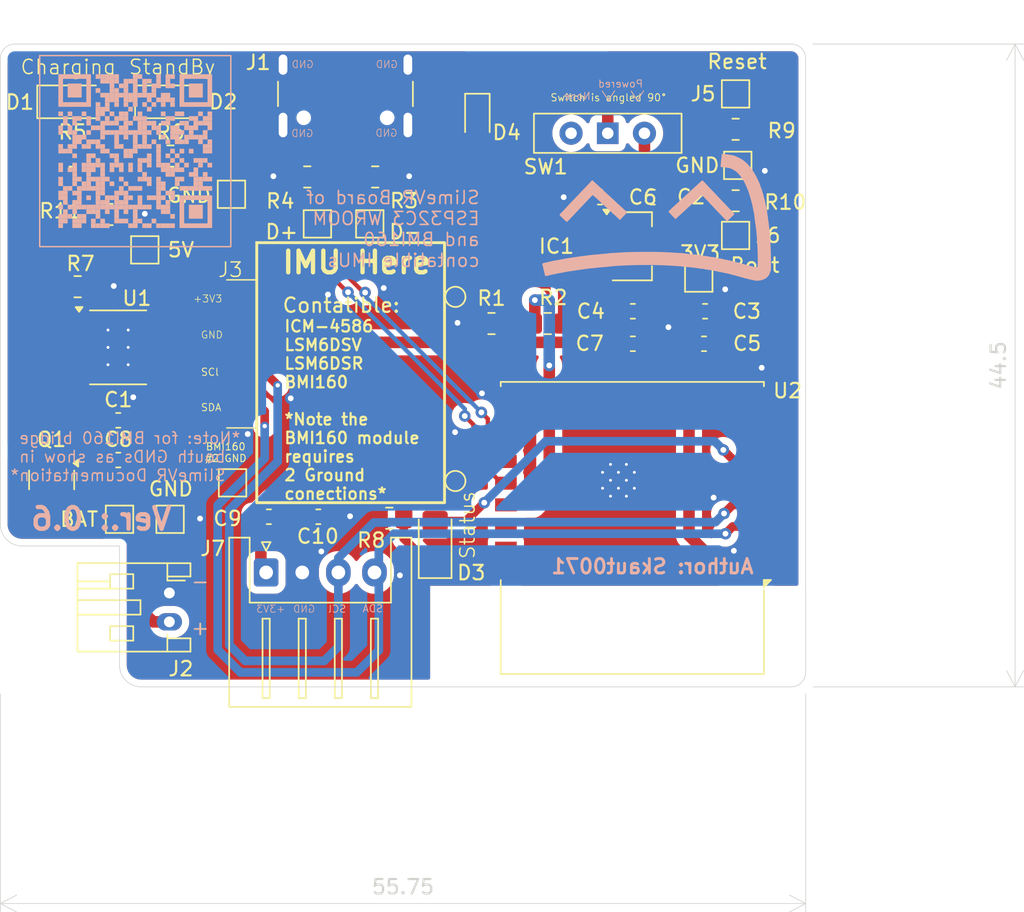
<source format=kicad_pcb>
(kicad_pcb (version 20241229) (generator "pcbnew") (generator_version "9.0")
  (layers (0 "F.Cu" signal) (2 "B.Cu" signal) (13 "F.Paste" user) (15 "B.Paste" user) (5 "F.SilkS" user "F.Silkscreen") (7 "B.SilkS" user "B.Silkscreen") (1 "F.Mask" user) (3 "B.Mask" user) (25 "Edge.Cuts" user))
  (net 0 "")
  (net 1 "+5V")
  (net 2 "Earth")
  (net 3 "Net-(SW1-B)")
  (net 5 "D+")
  (net 6 "D-")
  (net 8 "Net-(J1-CC1)")
  (net 9 "Net-(J1-CC2)")
  (net 10 "+BATT")
  (net 11 "Net-(J5-Pin_1)")
  (net 12 "Net-(J6-Pin_1)")
  (net 13 "Net-(U2-IO3)")
  (net 14 "Net-(U1-~{CHRG})")
  (net 15 "Net-(D1-K)")
  (net 16 "Net-(D2-K)")
  (net 17 "Net-(U1-~{STDBY})")
  (net 18 "Net-(U1-PROG)")
  (net 19 "Net-(D3-K)")
  (net 23 "Net-(D3-A)")
  (net 27 "+3.3V")
  (net 28 "Net-(D4-K)")
  (net 32 "Net-(J3-Pin_4)")
  (net 33 "Net-(J3-Pin_3)")
  (footprint "Package_SO:SOIC-8-1EP_3.9x4.9mm_P1.27mm_EP2.41x3.3mm_ThermalVias" (layer "F.Cu") (at 39.4 47)
    (property "Reference" "U1")
    (property "Value" "TP4056-42-ESOP8" (hide yes))
  )
  (footprint "Resistor_SMD:R_0805_2012Metric_Pad1.20x1.40mm_HandSolder" (layer "F.Cu") (at 52.5 35.2)
    (property "Reference" "R4")
    (property "Value" "5.1k" (hide yes))
  )
  (footprint "Connector_JST:JST_PH_S2B-PH-K_1x02_P2.00mm_Horizontal" (layer "F.Cu") (at 42.95 64 -90)
    (property "Reference" "J2")
    (property "Value" "JST-PH" (hide yes))
  )
  (footprint "Resistor_SMD:R_0805_2012Metric_Pad1.20x1.40mm_HandSolder" (layer "F.Cu") (at 65.25 45.35 180)
    (property "Reference" "R1")
    (property "Value" "10k" (hide yes))
  )
  (footprint "LED_SMD:LED_1206_3216Metric_Pad1.42x1.75mm_HandSolder" (layer "F.Cu") (at 43.0375 30)
    (property "Reference" "D2")
    (property "Value" "FYLS-1206PGC" (hide yes))
  )
  (footprint "Resistor_SMD:R_0805_2012Metric_Pad1.20x1.40mm_HandSolder" (layer "F.Cu") (at 36.25 33.75)
    (property "Reference" "R5")
    (property "Value" "1k" (hide yes))
  )
  (footprint "Custom:Pin_1x04_SMD_P2.54mm" (layer "F.Cu") (at 45.425 48.075 -90)
    (property "Reference" "J3")
    (property "Value" "SMD_Pads")
  )
  (footprint "LED_SMD:LED_1206_3216Metric_Pad1.42x1.75mm_HandSolder" (layer "F.Cu") (at 61.35 60.5125 90)
    (property "Reference" "D3")
    (property "Value" "FYLS-1206UWC" (hide yes))
  )
  (footprint "TestPoint:TestPoint_Pad_D1.0mm" (layer "F.Cu") (at 62.75 56.25)
    (property "Reference" "REF**" (hide yes))
    (property "Value" "TestPoint_Pad_D1.0mm" (hide yes))
  )
  (footprint "Capacitor_SMD:C_0603_1608Metric_Pad1.08x0.95mm_HandSolder" (layer "F.Cu") (at 75.0375 44.5)
    (property "Reference" "C4")
    (property "Value" "100nF")
  )
  (footprint "TestPoint:TestPoint_Pad_1.5x1.5mm" (layer "F.Cu") (at 39.5 58.9)
    (property "Reference" "BAT")
    (property "Value" "TestPoint_Pad_1.5x1.5mm" (hide yes))
  )
  (footprint "Resistor_SMD:R_0805_2012Metric_Pad1.20x1.40mm_HandSolder" (layer "F.Cu") (at 58.175 58.825)
    (property "Reference" "R8")
    (property "Value" "1k" (hide yes))
  )
  (footprint "Resistor_SMD:R_0805_2012Metric_Pad1.20x1.40mm_HandSolder" (layer "F.Cu") (at 38.8 37.8 180)
    (property "Reference" "R11")
    (property "Value" "5.1k" (hide yes))
  )
  (footprint "Capacitor_SMD:C_0603_1608Metric_Pad1.08x0.95mm_HandSolder" (layer "F.Cu") (at 49.8375 58.725)
    (property "Reference" "C9")
    (property "Value" "1uF")
  )
  (footprint "Resistor_SMD:R_0805_2012Metric_Pad1.20x1.40mm_HandSolder" (layer "F.Cu") (at 43.025 33.75)
    (property "Reference" "R6")
    (property "Value" "1k" (hide yes))
  )
  (footprint "TestPoint:TestPoint_Pad_1.5x1.5mm" (layer "F.Cu") (at 82.3 34.4)
    (property "Reference" "GND")
    (property "Value" "TestPoint_Pad_1.5x1.5mm" (hide yes))
  )
  (footprint "TestPoint:TestPoint_Pad_D1.0mm" (layer "F.Cu") (at 62.75 43.5)
    (property "Reference" "REF**" (hide yes))
    (property "Value" "TestPoint_Pad_D1.0mm" (hide yes))
  )
  (footprint "Capacitor_SMD:C_0603_1608Metric_Pad1.08x0.95mm_HandSolder" (layer "F.Cu") (at 39.4125 54.8)
    (property "Reference" "C8")
    (property "Value" "1uF")
  )
  (footprint "TestPoint:TestPoint_Pad_1.5x1.5mm" (layer "F.Cu") (at 47.25 36.4)
    (property "Reference" "GND")
    (property "Value" "TestPoint_Pad_1.5x1.5mm" (hide yes))
  )
  (footprint "Capacitor_SMD:C_0603_1608Metric_Pad1.08x0.95mm_HandSolder" (layer "F.Cu") (at 79.9625 46.75)
    (property "Reference" "C5")
    (property "Value" "100nF")
  )
  (footprint "TestPoint:TestPoint_Pad_1.5x1.5mm" (layer "F.Cu") (at 41.25 40.25)
    (property "Reference" "5V")
    (property "Value" "TestPoint_Pad_1.5x1.5mm" (hide yes))
  )
  (footprint "Resistor_SMD:R_0805_2012Metric_Pad1.20x1.40mm_HandSolder" (layer "F.Cu") (at 69.15 45.35 180)
    (property "Reference" "R2")
    (property "Value" "3k3")
  )
  (footprint "Diode_SMD:D_SOD-323" (layer "F.Cu") (at 64.275 31.05 -90)
    (property "Reference" "D4")
    (property "Value" "1N4148WSQ-7-F")
  )
  (footprint "Resistor_SMD:R_0805_2012Metric_Pad1.20x1.40mm_HandSolder" (layer "F.Cu") (at 36.6 42.8)
    (property "Reference" "R7")
    (property "Value" "1.2k" (hide yes))
  )
  (footprint "LED_SMD:LED_1206_3216Metric_Pad1.42x1.75mm_HandSolder" (layer "F.Cu") (at 36.2625 30)
    (property "Reference" "D1")
    (property "Value" "FYLS-1206URC" (hide yes))
  )
  (footprint "Capacitor_SMD:C_0603_1608Metric_Pad1.08x0.95mm_HandSolder" (layer "F.Cu") (at 75.0375 46.75)
    (property "Reference" "C7")
    (property "Value" "1uF")
  )
  (footprint "TestPoint:TestPoint_Pad_1.5x1.5mm" (layer "F.Cu") (at 53.2 38.45)
    (property "Reference" "D+")
    (property "Value" "TestPoint_Pad_1.5x1.5mm" (hide yes))
  )
  (footprint "RF_Module:ESP32-C3-WROOM-02" (layer "F.Cu") (at 75 56.4 180)
    (property "Reference" "U2")
    (property "Value" "ESP32-C3-WROOM-02" (hide yes))
  )
  (footprint "TestPoint:TestPoint_Pad_1.5x1.5mm" (layer "F.Cu") (at 43 58.9)
    (property "Reference" "GND")
    (property "Value" "TestPoint_Pad_1.5x1.5mm" (hide yes))
  )
  (footprint "Resistor_SMD:R_0805_2012Metric_Pad1.20x1.40mm_HandSolder" (layer "F.Cu") (at 82.15 36.85)
    (property "Reference" "R10")
    (property "Value" "10k" (hide yes))
  )
  (footprint "TestPoint:TestPoint_Pad_1.5x1.5mm" (layer "F.Cu") (at 56.825 38.45)
    (property "Reference" "D-")
    (property "Value" "TestPoint_Pad_1.5x1.5mm" (hide yes))
  )
  (footprint "Button_Switch_THT:SW_Slide-03_Wuerth-WS-SLTV_10x2.5x6.4_P2.54mm" (layer "F.Cu") (at 73.3 32.175 180)
    (property "Reference" "SW1")
    (property "Value" "LA215009")
  )
  (footprint "Capacitor_SMD:C_0603_1608Metric_Pad1.08x0.95mm_HandSolder" (layer "F.Cu") (at 76.4125 36.6 180)
    (property "Reference" "C2")
    (property "Value" "100nF")
  )
  (footprint "Package_TO_SOT_SMD:SOT-89-3_Handsoldering" (layer "F.Cu") (at 75 40)
    (property "Reference" "IC1")
    (property "Value" "HT7833" (hide yes))
  )
  (footprint "Resistor_SMD:R_0805_2012Metric_Pad1.20x1.40mm_HandSolder" (layer "F.Cu") (at 57.2 35.2)
    (property "Reference" "R3")
    (property "Value" "5.1k" (hide yes))
  )
  (footprint "Capacitor_SMD:C_0603_1608Metric_Pad1.08x0.95mm_HandSolder" (layer "F.Cu") (at 80.0375 44.5)
    (property "Reference" "C3")
    (property "Value" "1uF")
  )
  (footprint "TestPoint:TestPoint_Pad_1.5x1.5mm" (layer "F.Cu") (at 82.15 39.25)
    (property "Reference" "J6")
    (property "Value" "Conn_01x01_Pin" (hide yes))
  )
  (footprint "Capacitor_SMD:C_0603_1608Metric_Pad1.08x0.95mm_HandSolder" (layer "F.Cu") (at 53.2625 58.725)
    (property "Reference" "C10")
    (property "Value" "100nF")
  )
  (footprint "Connector_USB:USB_C_Receptacle_GCT_USB4105-xx-A_16P_TopMnt_Horizontal" (layer "F.Cu") (at 55.14 28.5 180)
    (property "Reference" "J1")
    (property "Value" "USB_C_Receptacle_USB2.0_16P" (hide yes))
  )
  (footprint "Resistor_SMD:R_0805_2012Metric_Pad1.20x1.40mm_HandSolder" (layer "F.Cu") (at 82.15 31.9)
    (property "Reference" "R9")
    (property "Value" "10k" (hide yes))
  )
  (footprint "TestPoint:TestPoint_Pad_1.5x1.5mm" (layer "F.Cu") (at 79.6 42.2)
    (property "Reference" "3V3")
    (property "Value" "TestPoint_Pad_1.5x1.5mm" (hide yes))
  )
  (footprint "TestPoint:TestPoint_Pad_1.5x1.5mm" (layer "F.Cu") (at 82.15 29.45)
    (property "Reference" "J5")
    (property "Value" "Conn_01x01_Pin" (hide yes))
  )
  (footprint "Package_TO_SOT_SMD:SOT-23" (layer "F.Cu") (at 34.8 56.175 -90)
    (property "Reference" "Q1")
    (property "Value" "DMP3099L-7" (hide yes))
  )
  (footprint "Capacitor_SMD:C_0603_1608Metric_Pad1.08x0.95mm_HandSolder" (layer "F.Cu") (at 72.7625 36.6 180)
    (property "Reference" "C6")
    (property "Value" "1uF")
  )
  (footprint "Capacitor_SMD:C_0603_1608Metric_Pad1.08x0.95mm_HandSolder" (layer "F.Cu") (at 39.4125 52.05)
    (property "Reference" "C1")
    (property "Value" "100nF")
  )
  (footprint "Connector_JST:JST_XH_S4B-XH-A_1x04_P2.50mm_Horizontal" (layer "F.Cu") (at 49.65 62.58)
    (property "Reference" "J7")
    (property "Value" "JTX-HX")
  )
  (footprint "TestPoint:TestPoint_Pad_1.5x1.5mm" (layer "F.Cu") (at 47.325 56.375)
    (property "Reference" "BMI160\n#2 GND")
    (property "Value" "TestPoint_Pad_1.5x1.5mm" (hide yes))
  )
  (gr_rect (start 49 39.75) (end 62 57.75) (stroke (width 0.2)) (fill no) (layer "F.SilkS"))
  (gr_poly (pts (xy 37.846037 30.346037) (xy 38.168699 30.346037) (xy 38.168699 30.023374) (xy 37.846037 30.023374)) (fill yes) (layer "B.SilkS"))
  (gr_poly (pts (xy 37.846037 32.927337) (xy 38.168699 32.927337) (xy 38.168699 32.604675) (xy 37.846037 32.604675)) (fill yes) (layer "B.SilkS"))
  (gr_poly (pts (xy 44.944614 35.508638) (xy 45.267276 35.508638) (xy 45.267276 35.185975) (xy 44.944614 35.185975)) (fill yes) (layer "B.SilkS"))
  (gr_poly (pts (xy 43.653963 30.991362) (xy 43.976626 30.991362) (xy 43.976626 30.668699) (xy 43.653963 30.668699)) (fill yes) (layer "B.SilkS"))
  (gr_poly (pts (xy 35.264736 30.991362) (xy 35.587399 30.991362) (xy 35.587399 30.668699) (xy 35.264736 30.668699)) (fill yes) (layer "B.SilkS"))
  (gr_poly (pts (xy 42.040651 29.055386) (xy 42.363313 29.055386) (xy 42.363313 28.732724) (xy 42.040651 28.732724)) (fill yes) (layer "B.SilkS"))
  (gr_poly (pts (xy 39.459349 37.444613) (xy 39.782013 37.444613) (xy 39.782013 37.121951) (xy 39.459349 37.121951)) (fill yes) (layer "B.SilkS"))
  (gr_poly (pts (xy 38.491362 29.700711) (xy 38.814025 29.700711) (xy 38.814025 29.378049) (xy 38.491362 29.378049)) (fill yes) (layer "B.SilkS"))
  (gr_poly (pts (xy 37.200711 33.895325) (xy 37.523375 33.895325) (xy 37.523375 33.572663) (xy 37.200711 33.572663)) (fill yes) (layer "B.SilkS"))
  (gr_poly (pts (xy 43.008638 31.314024) (xy 43.331301 31.314024) (xy 43.331301 30.991362) (xy 43.008638 30.991362)) (fill yes) (layer "B.SilkS"))
  (gr_poly (pts (xy 42.363313 34.540651) (xy 42.685976 34.540651) (xy 42.685976 34.217987) (xy 42.363313 34.217987)) (fill yes) (layer "B.SilkS"))
  (gr_poly (pts (xy 37.846037 30.668699) (xy 38.168699 30.668699) (xy 38.168699 30.346037) (xy 37.846037 30.346037)) (fill yes) (layer "B.SilkS"))
  (gr_poly (pts (xy 41.717988 29.700711) (xy 42.040651 29.700711) (xy 42.040651 29.378049) (xy 41.717988 29.378049)) (fill yes) (layer "B.SilkS"))
  (gr_poly (pts (xy 37.846037 36.153963) (xy 38.168699 36.153963) (xy 38.168699 35.831301) (xy 37.846037 35.831301)) (fill yes) (layer "B.SilkS"))
  (gr_poly (pts (xy 40.75 30.991362) (xy 41.072663 30.991362) (xy 41.072663 30.668699) (xy 40.75 30.668699)) (fill yes) (layer "B.SilkS"))
  (gr_poly (pts (xy 38.168699 33.572663) (xy 38.491362 33.572663) (xy 38.491362 33.25) (xy 38.168699 33.25)) (fill yes) (layer "B.SilkS"))
  (gr_poly (pts (xy 43.976626 36.153963) (xy 44.299289 36.153963) (xy 44.299289 35.831301) (xy 43.976626 35.831301)) (fill yes) (layer "B.SilkS"))
  (gr_poly (pts (xy 40.427337 28.410061) (xy 40.75 28.410061) (xy 40.75 28.087398) (xy 40.427337 28.087398)) (fill yes) (layer "B.SilkS"))
  (gr_poly (pts (xy 79.851491 35.436156) (xy 79.856476 35.439143) (xy 79.863115 35.443999) (xy 79.871304 35.450628) (xy 79.89192 35.468812) (xy 79.917496 35.492907) (xy 79.947207 35.522128) (xy 79.980225 35.55569) (xy 80.015723 35.592807) (xy 80.052876 35.632695) (xy 80.215814 35.806438) (xy 80.291744 35.886695) (xy 80.350972 35.948431) (xy 80.546984 36.152822) (xy 80.993028 36.625765) (xy 81.201827 36.84603) (xy 81.32993 36.980306) (xy 81.503728 37.16138) (xy 81.716222 37.385118) (xy 82.007264 37.694681) (xy 82.01282 37.70131) (xy 82.018223 37.707938) (xy 82.023446 37.714525) (xy 82.028459 37.721029) (xy 82.033234 37.727409) (xy 82.037743 37.733624) (xy 82.041958 37.739633) (xy 82.045849 37.745393) (xy 82.049389 37.750864) (xy 82.05255 37.756004) (xy 82.055302 37.760772) (xy 82.057617 37.765126) (xy 82.059468 37.769026) (xy 82.060825 37.77243) (xy 82.06166 37.775296) (xy 82.061872 37.776515) (xy 82.061944 37.777584) (xy 82.060622 37.780767) (xy 82.056742 37.786262) (xy 82.041825 37.803684) (xy 82.018226 37.828836) (xy 81.986979 37.860707) (xy 81.949117 37.898283) (xy 81.905674 37.94055) (xy 81.806179 38.035111) (xy 81.55218 38.273237) (xy 81.414596 38.128597) (xy 81.107681 37.80757) (xy 80.763722 37.447737) (xy 80.692202 37.371311) (xy 80.625477 37.300672) (xy 80.570989 37.243594) (xy 80.53618 37.207848) (xy 80.38625 37.047334) (xy 80.168272 36.814638) (xy 80.073369 36.714424) (xy 79.990477 36.627749) (xy 79.921557 36.5567) (xy 79.868575 36.503367) (xy 79.833494 36.469836) (xy 79.823279 36.461149) (xy 79.820111 36.458939) (xy 79.818277 36.458195) (xy 79.813666 36.459519) (xy 79.80644 36.463497) (xy 79.784102 36.479444) (xy 79.751181 36.506099) (xy 79.707593 36.543523) (xy 79.653257 36.591778) (xy 79.58809 36.650927) (xy 79.424929 36.802153) (xy 79.335027 36.885965) (xy 79.246777 36.967297) (xy 79.11625 37.086139) (xy 79.069782 37.128362) (xy 79.014385 37.179184) (xy 78.904583 37.280167) (xy 78.80823 37.371228) (xy 78.766917 37.409896) (xy 78.750219 37.425271) (xy 78.737014 37.437153) (xy 78.507708 37.647056) (xy 78.33628 37.803573) (xy 78.199909 37.929499) (xy 78.101903 38.021359) (xy 78.06832 38.053429) (xy 78.045568 38.075681) (xy 78.041563 38.079915) (xy 78.037504 38.084007) (xy 78.033419 38.08794) (xy 78.029336 38.091694) (xy 78.025284 38.095251) (xy 78.021292 38.098594) (xy 78.017387 38.101705) (xy 78.013599 38.104565) (xy 78.009955 38.107156) (xy 78.006485 38.10946) (xy 78.003216 38.111459) (xy 78.000177 38.113136) (xy 77.997396 38.114471) (xy 77.994902 38.115448) (xy 77.993772 38.115795) (xy 77.992724 38.116047) (xy 77.991761 38.116199) (xy 77.990889 38.11625) (xy 77.984438 38.112411) (xy 77.971527 38.101409) (xy 77.929263 38.061019) (xy 77.869966 38.001281) (xy 77.799507 37.928396) (xy 77.648584 37.767993) (xy 77.579861 37.692876) (xy 77.523458 37.629417) (xy 77.512123 37.616477) (xy 77.507932 37.611015) (xy 77.505213 37.605605) (xy 77.50452 37.602773) (xy 77.504333 37.599781) (xy 77.504698 37.596568) (xy 77.50566 37.593078) (xy 77.509561 37.585032) (xy 77.516402 37.575177) (xy 77.526551 37.563049) (xy 77.540373 37.548182) (xy 77.558237 37.53011) (xy 77.580509 37.50837) (xy 77.721014 37.375417) (xy 77.754031 37.344191) (xy 77.810531 37.292294) (xy 77.960902 37.154931) (xy 78.046479 37.078202) (xy 78.134866 36.997504) (xy 78.215647 36.922759) (xy 78.278402 36.863889) (xy 78.531961 36.629733) (xy 78.825208 36.361181) (xy 78.896095 36.296496) (xy 78.961028 36.236606) (xy 79.012732 36.188292) (xy 79.03135 36.170595) (xy 79.043931 36.158334) (xy 79.085051 36.11939) (xy 79.163875 36.046547) (xy 79.389653 35.840834) (xy 79.621603 35.628285) (xy 79.708144 35.548138) (xy 79.738557 35.519516) (xy 79.758305 35.500403) (xy 79.765594 35.493856) (xy 79.772878 35.48747) (xy 79.78011 35.48128) (xy 79.787244 35.475323) (xy 79.794233 35.469634) (xy 79.801032 35.46425) (xy 79.807592 35.459207) (xy 79.813868 35.454542) (xy 79.819813 35.45029) (xy 79.825382 35.446487) (xy 79.830526 35.443171) (xy 79.8352 35.440376) (xy 79.839357 35.438139) (xy 79.842951 35.436497) (xy 79.844522 35.43591) (xy 79.845935 35.435485) (xy 79.847184 35.435226) (xy 79.848263 35.435139)) (fill yes) (layer "B.SilkS"))
  (gr_poly (pts (xy 41.395325 28.732724) (xy 41.717988 28.732724) (xy 41.717988 28.410061) (xy 41.395325 28.410061)) (fill yes) (layer "B.SilkS"))
  (gr_poly (pts (xy 35.264736 36.799289) (xy 35.587399 36.799289) (xy 35.587399 36.476625) (xy 35.264736 36.476625)) (fill yes) (layer "B.SilkS"))
  (gr_poly (pts (xy 40.104675 30.668699) (xy 40.427337 30.668699) (xy 40.427337 30.346037) (xy 40.104675 30.346037)) (fill yes) (layer "B.SilkS"))
  (gr_poly (pts (xy 41.072663 37.444613) (xy 41.395325 37.444613) (xy 41.395325 37.121951) (xy 41.072663 37.121951)) (fill yes) (layer "B.SilkS"))
  (gr_poly (pts (xy 43.653963 33.572663) (xy 43.976626 33.572663) (xy 43.976626 33.25) (xy 43.653963 33.25)) (fill yes) (layer "B.SilkS"))
  (gr_poly (pts (xy 39.459349 35.508638) (xy 39.782013 35.508638) (xy 39.782013 35.185975) (xy 39.459349 35.185975)) (fill yes) (layer "B.SilkS"))
  (gr_poly (pts (xy 41.395325 35.831301) (xy 41.717988 35.831301) (xy 41.717988 35.508638) (xy 41.395325 35.508638)) (fill yes) (layer "B.SilkS"))
  (gr_poly (pts (xy 44.621951 34.863313) (xy 44.944614 34.863313) (xy 44.944614 34.540651) (xy 44.621951 34.540651)) (fill yes) (layer "B.SilkS"))
  (gr_poly (pts (xy 36.232724 33.895325) (xy 36.555387 33.895325) (xy 36.555387 33.572663) (xy 36.232724 33.572663)) (fill yes) (layer "B.SilkS"))
  (gr_poly (pts (xy 38.814025 34.540651) (xy 39.136687 34.540651) (xy 39.136687 34.217987) (xy 38.814025 34.217987)) (fill yes) (layer "B.SilkS"))
  (gr_poly (pts (xy 40.104675 30.023374) (xy 40.427337 30.023374) (xy 40.427337 29.700711) (xy 40.104675 29.700711)) (fill yes) (layer "B.SilkS"))
  (gr_poly (pts (xy 44.621951 35.508638) (xy 44.944614 35.508638) (xy 44.944614 35.185975) (xy 44.621951 35.185975)) (fill yes) (layer "B.SilkS"))
  (gr_poly (pts (xy 39.782013 29.055386) (xy 40.104675 29.055386) (xy 40.104675 28.732724) (xy 39.782013 28.732724)) (fill yes) (layer "B.SilkS"))
  (gr_poly (pts (xy 45.267276 31.314024) (xy 45.589939 31.314024) (xy 45.589939 30.991362) (xy 45.267276 30.991362)) (fill yes) (layer "B.SilkS"))
  (gr_poly (pts (xy 40.427337 30.346037) (xy 40.75 30.346037) (xy 40.75 30.023374) (xy 40.427337 30.023374)) (fill yes) (layer "B.SilkS"))
  (gr_poly (pts (xy 39.136687 31.314024) (xy 39.459349 31.314024) (xy 39.459349 30.991362) (xy 39.136687 30.991362)) (fill yes) (layer "B.SilkS"))
  (gr_poly (pts (xy 36.878049 32.604675) (xy 37.200711 32.604675) (xy 37.200711 32.282012) (xy 36.878049 32.282012)) (fill yes) (layer "B.SilkS"))
  (gr_poly (pts (xy 40.75 35.508638) (xy 41.072663 35.508638) (xy 41.072663 35.185975) (xy 40.75 35.185975)) (fill yes) (layer "B.SilkS"))
  (gr_poly (pts (xy 44.944614 36.153963) (xy 45.267276 36.153963) (xy 45.267276 35.831301) (xy 44.944614 35.831301)) (fill yes) (layer "B.SilkS"))
  (gr_poly (pts (xy 40.75 34.217987) (xy 41.072663 34.217987) (xy 41.072663 33.895325) (xy 40.75 33.895325)) (fill yes) (layer "B.SilkS"))
  (gr_poly (pts (xy 41.395325 36.799289) (xy 41.717988 36.799289) (xy 41.717988 36.476625) (xy 41.395325 36.476625)) (fill yes) (layer "B.SilkS"))
  (gr_poly (pts (xy 43.976626 31.636687) (xy 44.299289 31.636687) (xy 44.299289 31.314024) (xy 43.976626 31.314024)) (fill yes) (layer "B.SilkS"))
  (gr_poly (pts (xy 41.395325 29.700711) (xy 41.717988 29.700711) (xy 41.717988 29.378049) (xy 41.395325 29.378049)) (fill yes) (layer "B.SilkS"))
  (gr_poly (pts (xy 43.653963 34.863313) (xy 43.976626 34.863313) (xy 43.976626 34.540651) (xy 43.653963 34.540651)) (fill yes) (layer "B.SilkS"))
  (gr_poly (pts (xy 40.75 33.25) (xy 41.072663 33.25) (xy 41.072663 32.927337) (xy 40.75 32.927337)) (fill yes) (layer "B.SilkS"))
  (gr_poly (pts (xy 38.491362 30.346037) (xy 38.814025 30.346037) (xy 38.814025 30.023374) (xy 38.491362 30.023374)) (fill yes) (layer "B.SilkS"))
  (gr_poly (pts (xy 36.555387 36.799289) (xy 36.878049 36.799289) (xy 36.878049 36.476625) (xy 36.555387 36.476625)) (fill yes) (layer "B.SilkS"))
  (gr_poly (pts (xy 37.846037 33.25) (xy 38.168699 33.25) (xy 38.168699 32.927337) (xy 37.846037 32.927337)) (fill yes) (layer "B.SilkS"))
  (gr_poly (pts (xy 72.234841 35.43629) (xy 72.239725 35.437259) (xy 72.244728 35.438927) (xy 72.249898 35.441292) (xy 72.255286 35.444352) (xy 72.26094 35.448106) (xy 72.266909 35.45255) (xy 72.273242 35.457684) (xy 72.287199 35.470011) (xy 72.303201 35.485073) (xy 72.342916 35.523334) (xy 72.503871 35.673485) (xy 72.627178 35.787008) (xy 72.773305 35.920209) (xy 72.845211 35.984894) (xy 72.910668 36.044783) (xy 72.962565 36.093097) (xy 72.981206 36.110795) (xy 72.993791 36.123056) (xy 73.021242 36.149349) (xy 73.062583 36.187879) (xy 73.111862 36.233685) (xy 73.163124 36.281806) (xy 73.550519 36.636348) (xy 73.696177 36.770954) (xy 73.806944 36.874473) (xy 73.901615 36.963136) (xy 74.003397 37.057256) (xy 74.116754 37.160967) (xy 74.246152 37.278403) (xy 74.348017 37.372992) (xy 74.484277 37.500654) (xy 74.643027 37.654112) (xy 74.53543 37.765237) (xy 74.467355 37.837473) (xy 74.398288 37.91186) (xy 74.316653 38.001129) (xy 74.210875 38.118015) (xy 74.206188 38.12324) (xy 74.201414 38.128315) (xy 74.196588 38.133215) (xy 74.191747 38.137913) (xy 74.186927 38.142384) (xy 74.182163 38.146602) (xy 74.177492 38.15054) (xy 74.172951 38.154174) (xy 74.168575 38.157477) (xy 74.1644 38.160423) (xy 74.160463 38.162987) (xy 74.1568 38.165143) (xy 74.153448 38.166865) (xy 74.150441 38.168127) (xy 74.149079 38.168577) (xy 74.147817 38.168903) (xy 74.146659 38.1691) (xy 74.145611 38.169167) (xy 74.143344 38.168862) (xy 74.140536 38.167968) (xy 74.137228 38.166516) (xy 74.133457 38.164537) (xy 74.129262 38.162061) (xy 74.124682 38.159121) (xy 74.119756 38.155747) (xy 74.114522 38.151969) (xy 74.103288 38.143329) (xy 74.091288 38.133448) (xy 74.078834 38.122575) (xy 74.066236 38.110959) (xy 73.95343 38.003857) (xy 73.780265 37.842847) (xy 73.592218 37.669931) (xy 73.434763 37.527112) (xy 73.413479 37.508391) (xy 73.389839 37.487149) (xy 73.338631 37.44024) (xy 73.242499 37.350723) (xy 73.186165 37.297503) (xy 73.104034 37.221297) (xy 72.90736 37.040278) (xy 72.733617 36.880205) (xy 72.676181 36.826958) (xy 72.649832 36.802153) (xy 72.605842 36.760485) (xy 72.55224 36.710899) (xy 72.433977 36.603936) (xy 72.378204 36.554537) (xy 72.330597 36.513178) (xy 72.295598 36.48385) (xy 72.284216 36.474944) (xy 72.277653 36.470542) (xy 72.272515 36.467904) (xy 72.267224 36.466391) (xy 72.261092 36.46667) (xy 72.253427 36.469412) (xy 72.24354 36.475285) (xy 72.230741 36.48496) (xy 72.193647 36.518387) (xy 72.136627 36.575049) (xy 72.054162 36.660298) (xy 71.790819 36.937972) (xy 71.585546 37.155592) (xy 71.495395 37.250263) (xy 71.429222 37.318972) (xy 71.365887 37.385091) (xy 71.281055 37.474856) (xy 71.090555 37.677042) (xy 70.964888 37.811731) (xy 70.853836 37.93005) (xy 70.757459 38.031997) (xy 70.675821 38.117573) (xy 70.608982 38.186778) (xy 70.557006 38.239612) (xy 70.519954 38.276075) (xy 70.507044 38.288167) (xy 70.497889 38.296167) (xy 70.490618 38.301649) (xy 70.483633 38.305879) (xy 70.476347 38.308387) (xy 70.468178 38.308707) (xy 70.458541 38.306371) (xy 70.446853 38.300911) (xy 70.432529 38.291859) (xy 70.414986 38.278749) (xy 70.393639 38.261111) (xy 70.367905 38.238479) (xy 70.300939 38.17636) (xy 70.209417 38.088652) (xy 70.088666 37.971611) (xy 70.034888 37.919687) (xy 70.013764 37.899089) (xy 69.996448 37.881322) (xy 69.98921 37.873327) (xy 69.982915 37.86583) (xy 69.977559 37.858762) (xy 69.973138 37.852053) (xy 69.969651 37.845633) (xy 69.967093 37.839434) (xy 69.965462 37.833384) (xy 69.964753 37.827414) (xy 69.964964 37.821454) (xy 69.966092 37.815435) (xy 69.968134 37.809287) (xy 69.971085 37.80294) (xy 69.974944 37.796324) (xy 69.979706 37.78937) (xy 69.985368 37.782007) (xy 69.991928 37.774166) (xy 70.007726 37.756772) (xy 70.027075 37.736629) (xy 70.076319 37.685862) (xy 70.196263 37.559523) (xy 70.287159 37.462867) (xy 70.384999 37.357778) (xy 70.578366 37.152285) (xy 70.657107 37.069548) (xy 70.709555 37.015584) (xy 71.249305 36.449376) (xy 71.70968 35.964306) (xy 71.95905 35.701486) (xy 72.12243 35.528625) (xy 72.15983 35.488173) (xy 72.174923 35.472311) (xy 72.188135 35.459337) (xy 72.194158 35.453929) (xy 72.199858 35.449237) (xy 72.205285 35.44526) (xy 72.210487 35.441995) (xy 72.215513 35.43944) (xy 72.220412 35.437595) (xy 72.225234 35.436456) (xy 72.230027 35.436021)) (fill yes) (layer "B.SilkS"))
  (gr_poly (pts (xy 36.232724 35.831301) (xy 36.555387 35.831301) (xy 36.555387 35.508638) (xy 36.232724 35.508638)) (fill yes) (layer "B.SilkS"))
  (gr_poly (pts (xy 40.104675 34.540651) (xy 40.427337 34.540651) (xy 40.427337 34.217987) (xy 40.104675 34.217987)) (fill yes) (layer "B.SilkS"))
  (gr_poly (pts (xy 45.589939 35.508638) (xy 45.912602 35.508638) (xy 45.912602 35.185975) (xy 45.589939 35.185975)) (fill yes) (layer "B.SilkS"))
  (gr_poly (pts (xy 40.104675 37.444613) (xy 40.427337 37.444613) (xy 40.427337 37.121951) (xy 40.104675 37.121951)) (fill yes) (layer "B.SilkS"))
  (gr_poly (pts (xy 37.200711 37.767276) (xy 37.523375 37.767276) (xy 37.523375 37.444613) (xy 37.200711 37.444613)) (fill yes) (layer "B.SilkS"))
  (gr_poly (pts (xy 43.331301 32.604675) (xy 43.653963 32.604675) (xy 43.653963 32.282012) (xy 43.331301 32.282012)) (fill yes) (layer "B.SilkS"))
  (gr_poly (pts (xy 40.75 36.799289) (xy 41.072663 36.799289) (xy 41.072663 36.476625) (xy 40.75 36.476625)) (fill yes) (layer "B.SilkS"))
  (gr_poly (pts (xy 39.136687 29.378049) (xy 39.459349 29.378049) (xy 39.459349 29.055386) (xy 39.136687 29.055386)) (fill yes) (layer "B.SilkS"))
  (gr_poly (pts (xy 37.523375 37.767276) (xy 37.846037 37.767276) (xy 37.846037 37.444613) (xy 37.523375 37.444613)) (fill yes) (layer "B.SilkS"))
  (gr_poly (pts (xy 39.782013 32.604675) (xy 40.104675 32.604675) (xy 40.104675 32.282012) (xy 39.782013 32.282012)) (fill yes) (layer "B.SilkS"))
  (gr_poly (pts (xy 40.427337 38.735264) (xy 40.75 38.735264) (xy 40.75 38.412601) (xy 40.427337 38.412601)) (fill yes) (layer "B.SilkS"))
  (gr_poly (pts (xy 35.264736 35.508638) (xy 35.587399 35.508638) (xy 35.587399 35.185975) (xy 35.264736 35.185975)) (fill yes) (layer "B.SilkS"))
  (gr_poly (pts (xy 42.040651 28.410061) (xy 42.363313 28.410061) (xy 42.363313 28.087398) (xy 42.040651 28.087398)) (fill yes) (layer "B.SilkS"))
  (gr_poly (pts (xy 43.008638 38.735264) (xy 43.331301 38.735264) (xy 43.331301 38.412601) (xy 43.008638 38.412601)) (fill yes) (layer "B.SilkS"))
  (gr_poly (pts (xy 40.427337 30.023374) (xy 40.75 30.023374) (xy 40.75 29.700711) (xy 40.427337 29.700711)) (fill yes) (layer "B.SilkS"))
  (gr_poly (pts (xy 43.653963 32.282012) (xy 43.976626 32.282012) (xy 43.976626 31.959349) (xy 43.653963 31.959349)) (fill yes) (layer "B.SilkS"))
  (gr_poly (pts (xy 40.75 29.700711) (xy 41.072663 29.700711) (xy 41.072663 29.378049) (xy 40.75 29.378049)) (fill yes) (layer "B.SilkS"))
  (gr_poly (pts (xy 42.040651 33.572663) (xy 42.363313 33.572663) (xy 42.363313 33.25) (xy 42.040651 33.25)) (fill yes) (layer "B.SilkS"))
  (gr_poly (pts (xy 36.555387 35.508638) (xy 36.878049 35.508638) (xy 36.878049 35.185975) (xy 36.555387 35.185975)) (fill yes) (layer "B.SilkS"))
  (gr_poly (pts (xy 45.267276 31.636687) (xy 45.589939 31.636687) (xy 45.589939 31.314024) (xy 45.267276 31.314024)) (fill yes) (layer "B.SilkS"))
  (gr_poly (pts (xy 44.944614 32.927337) (xy 45.267276 32.927337) (xy 45.267276 32.604675) (xy 44.944614 32.604675)) (fill yes) (layer "B.SilkS"))
  (gr_poly (pts (xy 41.072663 32.927337) (xy 41.395325 32.927337) (xy 41.395325 32.604675) (xy 41.072663 32.604675)) (fill yes) (layer "B.SilkS"))
  (gr_poly (pts (xy 35.264736 31.959349) (xy 35.587399 31.959349) (xy 35.587399 31.636687) (xy 35.264736 31.636687)) (fill yes) (layer "B.SilkS"))
  (gr_poly (pts (xy 37.846037 37.121951) (xy 38.168699 37.121951) (xy 38.168699 36.799289) (xy 37.846037 36.799289)) (fill yes) (layer "B.SilkS"))
  (gr_poly (pts (xy 43.331301 32.282012) (xy 43.653963 32.282012) (xy 43.653963 31.959349) (xy 43.331301 31.959349)) (fill yes) (layer "B.SilkS"))
  (gr_poly (pts (xy 40.104675 33.895325) (xy 40.427337 33.895325) (xy 40.427337 33.572663) (xy 40.104675 33.572663)) (fill yes) (layer "B.SilkS"))
  (gr_poly (pts (xy 42.040651 34.217987) (xy 42.363313 34.217987) (xy 42.363313 33.895325) (xy 42.040651 33.895325)) (fill yes) (layer "B.SilkS"))
  (gr_poly (pts (xy 35.587399 36.153963) (xy 35.910061 36.153963) (xy 35.910061 35.831301) (xy 35.587399 35.831301)) (fill yes) (layer "B.SilkS"))
  (gr_poly (pts (xy 38.168699 38.735264) (xy 38.491362 38.735264) (xy 38.491362 38.412601) (xy 38.168699 38.412601)) (fill yes) (layer "B.SilkS"))
  (gr_poly (pts (xy 36.232724 37.444613) (xy 36.555387 37.444613) (xy 36.555387 37.121951) (xy 36.232724 37.121951)) (fill yes) (layer "B.SilkS"))
  (gr_poly (pts (xy 40.427337 28.732724) (xy 40.75 28.732724) (xy 40.75 28.410061) (xy 40.427337 28.410061)) (fill yes) (layer "B.SilkS"))
  (gr_poly (pts (xy 35.587399 37.121951) (xy 35.910061 37.121951) (xy 35.910061 36.799289) (xy 35.587399 36.799289)) (fill yes) (layer "B.SilkS"))
  (gr_poly (pts (xy 42.363313 30.023374) (xy 42.685976 30.023374) (xy 42.685976 29.700711) (xy 42.363313 29.700711)) (fill yes) (layer "B.SilkS"))
  (gr_poly (pts (xy 43.008638 32.604675) (xy 43.331301 32.604675) (xy 43.331301 32.282012) (xy 43.008638 32.282012)) (fill yes) (layer "B.SilkS"))
  (gr_poly (pts (xy 35.587399 37.767276) (xy 35.910061 37.767276) (xy 35.910061 37.444613) (xy 35.587399 37.444613)) (fill yes) (layer "B.SilkS"))
  (gr_poly (pts (xy 38.168699 35.508638) (xy 38.491362 35.508638) (xy 38.491362 35.185975) (xy 38.168699 35.185975)) (fill yes) (layer "B.SilkS"))
  (gr_poly (pts (xy 44.944614 30.991362) (xy 45.267276 30.991362) (xy 45.267276 30.668699) (xy 44.944614 30.668699)) (fill yes) (layer "B.SilkS"))
  (gr_poly (pts (xy 39.459349 30.991362) (xy 39.782013 30.991362) (xy 39.782013 30.668699) (xy 39.459349 30.668699)) (fill yes) (layer "B.SilkS"))
  (gr_poly (pts (xy 44.944614 31.636687) (xy 45.267276 31.636687) (xy 45.267276 31.314024) (xy 44.944614 31.314024)) (fill yes) (layer "B.SilkS"))
  (gr_poly (pts (xy 40.427337 36.153963) (xy 40.75 36.153963) (xy 40.75 35.831301) (xy 40.427337 35.831301)) (fill yes) (layer "B.SilkS"))
  (gr_poly (pts (xy 43.008638 30.023374) (xy 43.331301 30.023374) (xy 43.331301 29.700711) (xy 43.008638 29.700711)) (fill yes) (layer "B.SilkS"))
  (gr_poly (pts (xy 40.427337 38.412601) (xy 40.75 38.412601) (xy 40.75 38.089939) (xy 40.427337 38.089939)) (fill yes) (layer "B.SilkS"))
  (gr_poly (pts (xy 41.395325 33.895325) (xy 41.717988 33.895325) (xy 41.717988 33.572663) (xy 41.395325 33.572663)) (fill yes) (layer "B.SilkS"))
  (gr_poly (pts (xy 35.264736 38.089939) (xy 35.587399 38.089939) (xy 35.587399 37.767276) (xy 35.264736 37.767276)) (fill yes) (layer "B.SilkS"))
  (gr_poly (pts (xy 45.267276 35.508638) (xy 45.589939 35.508638) (xy 45.589939 35.185975) (xy 45.267276 35.185975)) (fill yes) (layer "B.SilkS"))
  (gr_poly (pts (xy 42.040651 32.282012) (xy 42.363313 32.282012) (xy 42.363313 31.959349) (xy 42.040651 31.959349)) (fill yes) (layer "B.SilkS"))
  (gr_poly (pts (xy 41.395325 33.25) (xy 41.717988 33.25) (xy 41.717988 32.927337) (xy 41.395325 32.927337)) (fill yes) (layer "B.SilkS"))
  (gr_poly (pts (xy 41.395325 38.735264) (xy 41.717988 38.735264) (xy 41.717988 38.412601) (xy 41.395325 38.412601)) (fill yes) (layer "B.SilkS"))
  (gr_poly (pts (xy 39.782013 33.895325) (xy 40.104675 33.895325) (xy 40.104675 33.572663) (xy 39.782013 33.572663)) (fill yes) (layer "B.SilkS"))
  (gr_poly (pts (xy 42.363313 30.346037) (xy 42.685976 30.346037) (xy 42.685976 30.023374) (xy 42.363313 30.023374)) (fill yes) (layer "B.SilkS"))
  (gr_poly (pts (xy 44.944614 34.540651) (xy 45.267276 34.540651) (xy 45.267276 34.217987) (xy 44.944614 34.217987)) (fill yes) (layer "B.SilkS"))
  (gr_poly (pts (xy 41.072663 28.732724) (xy 41.395325 28.732724) (xy 41.395325 28.410061) (xy 41.072663 28.410061)) (fill yes) (layer "B.SilkS"))
  (gr_poly (pts (xy 37.200711 33.25) (xy 37.523375 33.25) (xy 37.523375 32.927337) (xy 37.200711 32.927337)) (fill yes) (layer "B.SilkS"))
  (gr_poly (pts (xy 38.168699 34.863313) (xy 38.491362 34.863313) (xy 38.491362 34.540651) (xy 38.168699 34.540651)) (fill yes) (layer "B.SilkS"))
  (gr_poly (pts (xy 35.264736 34.540651) (xy 35.587399 34.540651) (xy 35.587399 34.217987) (xy 35.264736 34.217987)) (fill yes) (layer "B.SilkS"))
  (gr_poly (pts (xy 43.976626 32.927337) (xy 44.299289 32.927337) (xy 44.299289 32.604675) (xy 43.976626 32.604675)) (fill yes) (layer "B.SilkS"))
  (gr_poly (pts (xy 81.256287 33.604664) (xy 81.303664 33.608426) (xy 81.371712 33.615908) (xy 81.585694 33.643028) (xy 81.671484 33.654438) (xy 81.751445 33.666179) (xy 81.82537 33.678251) (xy 81.893052 33.690653) (xy 81.954286 33.703386) (xy 82.008863 33.71645) (xy 82.056577 33.729844) (xy 82.077796 33.736666) (xy 82.097222 33.743569) (xy 82.149836 33.763934) (xy 82.21452 33.791718) (xy 82.286481 33.824588) (xy 82.360923 33.860207) (xy 82.433049 33.896239) (xy 82.498065 33.930349) (xy 82.551174 33.960201) (xy 82.571766 33.9728) (xy 82.587582 33.983459) (xy 82.696943 34.059306) (xy 82.711068 34.06918) (xy 82.725276 34.079756) (xy 82.740972 34.092234) (xy 82.759562 34.107813) (xy 82.782451 34.127691) (xy 82.811046 34.153067) (xy 82.890972 34.225111) (xy 82.912177 34.245005) (xy 82.935758 34.267933) (xy 82.987986 34.320637) (xy 83.04352 34.378714) (xy 83.098228 34.43766) (xy 83.147976 34.492967) (xy 83.188628 34.540131) (xy 83.204251 34.55925) (xy 83.216051 34.574644) (xy 83.223509 34.585748) (xy 83.225449 34.589516) (xy 83.22611 34.592) (xy 83.226395 34.594288) (xy 83.227227 34.597157) (xy 83.228575 34.600569) (xy 83.23041 34.604485) (xy 83.232699 34.608866) (xy 83.235412 34.613673) (xy 83.241986 34.624412) (xy 83.249882 34.63639) (xy 83.258853 34.649299) (xy 83.268651 34.662828) (xy 83.279028 34.676667) (xy 83.289911 34.690341) (xy 83.299946 34.703374) (xy 83.308948 34.715456) (xy 83.31673 34.726277) (xy 83.323107 34.735527) (xy 83.32571 34.739466) (xy 83.327892 34.742896) (xy 83.32963 34.745778) (xy 83.3309 34.748073) (xy 83.331679 34.749744) (xy 83.331877 34.750332) (xy 83.331944 34.75075) (xy 83.332432 34.752453) (xy 83.333866 34.755529) (xy 83.339385 34.765495) (xy 83.348129 34.780051) (xy 83.359725 34.798596) (xy 83.389987 34.845256) (xy 83.427194 34.900681) (xy 83.4577 34.948395) (xy 83.490336 35.002931) (xy 83.524087 35.062345) (xy 83.557943 35.124695) (xy 83.590888 35.188036) (xy 83.621911 35.250427) (xy 83.649999 35.309924) (xy 83.674139 35.364584) (xy 83.676433 35.37033) (xy 83.679265 35.376821) (xy 83.682511 35.383807) (xy 83.686045 35.391042) (xy 83.689746 35.398277) (xy 83.693487 35.405263) (xy 83.697146 35.411754) (xy 83.700598 35.417501) (xy 83.710817 35.435443) (xy 83.722164 35.457191) (xy 83.747451 35.510132) (xy 83.774887 35.572375) (xy 83.802903 35.639971) (xy 83.829926 35.708973) (xy 83.854386 35.775432) (xy 83.874713 35.835401) (xy 83.889334 35.884931) (xy 83.891628 35.892738) (xy 83.89446 35.901412) (xy 83.897705 35.910666) (xy 83.90124 35.920209) (xy 83.90494 35.929752) (xy 83.908682 35.939005) (xy 83.91234 35.94768) (xy 83.915792 35.955487) (xy 83.924281 35.976516) (xy 83.934754 36.003994) (xy 83.959007 36.071021) (xy 83.98326 36.142018) (xy 83.993733 36.174457) (xy 84.002221 36.202431) (xy 84.055139 36.37882) (xy 84.062467 36.40481) (xy 84.069773 36.431957) (xy 84.076874 36.459435) (xy 84.083581 36.486417) (xy 84.08971 36.512076) (xy 84.095074 36.535585) (xy 84.099487 36.556118) (xy 84.102763 36.572848) (xy 84.105061 36.587737) (xy 84.107917 36.602999) (xy 84.111228 36.618178) (xy 84.11489 36.63282) (xy 84.11682 36.639797) (xy 84.1188 36.646469) (xy 84.120816 36.65278) (xy 84.122855 36.658672) (xy 84.124904 36.664088) (xy 84.126951 36.668973) (xy 84.128983 36.673268) (xy 84.130986 36.676917) (xy 84.137676 36.693939) (xy 84.145813 36.719829) (xy 84.155356 36.754525) (xy 84.166264 36.797964) (xy 84.192005 36.910825) (xy 84.222708 37.057917) (xy 84.250764 37.194177) (xy 84.277829 37.3225) (xy 84.301587 37.430979) (xy 84.319722 37.507709) (xy 84.323012 37.523563) (xy 84.326198 37.541608) (xy 84.329179 37.561225) (xy 84.331848 37.581792) (xy 84.334105 37.60269) (xy 84.335845 37.623299) (xy 84.336965 37.642998) (xy 84.337361 37.661167) (xy 84.337919 37.679977) (xy 84.339511 37.701516) (xy 84.342012 37.725039) (xy 84.345299 37.749802) (xy 84.349247 37.775062) (xy 84.353733 37.800073) (xy 84.358632 37.824093) (xy 84.363819 37.846375) (xy 84.369008 37.868234) (xy 84.373907 37.892264) (xy 84.378392 37.917658) (xy 84.38234 37.94361) (xy 84.385626 37.969314) (xy 84.388127 37.993963) (xy 84.389719 38.016753) (xy 84.390277 38.036876) (xy 84.390676 38.055779) (xy 84.39182 38.076315) (xy 84.393625 38.097802) (xy 84.396009 38.119558) (xy 84.39889 38.1409) (xy 84.402183 38.161147) (xy 84.405807 38.179616) (xy 84.40968 38.195625) (xy 84.41329 38.213002) (xy 84.417397 38.235423) (xy 84.426437 38.291757) (xy 84.435477 38.357352) (xy 84.439584 38.391348) (xy 84.443194 38.424931) (xy 84.450663 38.495183) (xy 84.45929 38.570231) (xy 84.468247 38.64098) (xy 84.472592 38.671899) (xy 84.476709 38.698334) (xy 84.494237 38.839583) (xy 84.51375 39.066325) (xy 84.537232 39.404524) (xy 84.566667 39.88014) (xy 84.578786 40.129699) (xy 84.58855 40.409499) (xy 84.59575 40.700833) (xy 84.60018 40.984995) (xy 84.601634 41.243277) (xy 84.599905 41.456973) (xy 84.594785 41.607375) (xy 84.590889 41.652996) (xy 84.586068 41.675778) (xy 84.582055 41.684108) (xy 84.576781 41.696779) (xy 84.570473 41.713171) (xy 84.563359 41.732663) (xy 84.547622 41.778469) (xy 84.539454 41.803543) (xy 84.531388 41.829236) (xy 84.523937 41.851037) (xy 84.516096 41.872179) (xy 84.507805 41.892748) (xy 84.499005 41.912828) (xy 84.489637 41.932505) (xy 84.47964 41.951865) (xy 84.468957 41.970991) (xy 84.457526 41.989971) (xy 84.44529 42.008888) (xy 84.432188 42.027829) (xy 84.41816 42.046878) (xy 84.403149 42.066121) (xy 84.387094 42.085643) (xy 84.369935 42.10553) (xy 84.351614 42.125866) (xy 84.33207 42.146737) (xy 84.314335 42.16503) (xy 84.305731 42.173223) (xy 84.297013 42.180967) (xy 84.287964 42.188401) (xy 84.278368 42.195664) (xy 84.268006 42.202896) (xy 84.256663 42.210237) (xy 84.244121 42.217825) (xy 84.230163 42.225802) (xy 84.197132 42.243475) (xy 84.155832 42.264373) (xy 84.104527 42.289611) (xy 84.07065 42.30492) (xy 84.033517 42.31906) (xy 83.993635 42.331981) (xy 83.95151 42.343631) (xy 83.907648 42.353958) (xy 83.862557 42.36291) (xy 83.816743 42.370436) (xy 83.770711 42.376483) (xy 83.724969 42.381002) (xy 83.680022 42.383939) (xy 83.636378 42.385243) (xy 83.594543 42.384862) (xy 83.555022 42.382745) (xy 83.518324 42.37884) (xy 83.484953 42.373095) (xy 83.455416 42.365459) (xy 83.44154 42.36127) (xy 83.425431 42.35675) (xy 83.407668 42.352065) (xy 83.38883 42.347379) (xy 83.369496 42.342859) (xy 83.350244 42.33867) (xy 83.331654 42.334977) (xy 83.314305 42.331945) (xy 83.29647 42.32891) (xy 83.276464 42.325192) (xy 83.232505 42.31629) (xy 83.187553 42.306396) (xy 83.146736 42.296667) (xy 83.104512 42.286745) (xy 83.05369 42.274178) (xy 82.952708 42.249042) (xy 82.852387 42.224347) (xy 82.801647 42.211339) (xy 82.75868 42.199653) (xy 82.717091 42.187692) (xy 82.66806 42.174077) (xy 82.573472 42.1485) (xy 82.446913 42.114049) (xy 82.321677 42.079268) (xy 82.210332 42.047794) (xy 82.125445 42.023265) (xy 82.108082 42.018076) (xy 82.090718 42.013177) (xy 82.073851 42.008692) (xy 82.057976 42.004744) (xy 82.043589 42.001457) (xy 82.031187 41.998956) (xy 82.025884 41.998038) (xy 82.021264 41.997364) (xy 82.017388 41.996948) (xy 82.014318 41.996806) (xy 82.010978 41.996664) (xy 82.006943 41.996251) (xy 81.996983 41.994684) (xy 81.984833 41.992248) (xy 81.970884 41.989089) (xy 81.939161 41.981179) (xy 81.904959 41.972111) (xy 81.850374 41.954972) (xy 81.797361 41.939176) (xy 81.74534 41.92458) (xy 81.693733 41.911037) (xy 81.64196 41.898404) (xy 81.589443 41.886536) (xy 81.535603 41.875287) (xy 81.479861 41.864515) (xy 81.413108 41.851285) (xy 81.342718 41.836733) (xy 81.224096 41.811598) (xy 81.201073 41.806248) (xy 81.176168 41.800877) (xy 81.150148 41.79563) (xy 81.123776 41.790651) (xy 81.097817 41.786087) (xy 81.073036 41.78208) (xy 81.050198 41.778776) (xy 81.030069 41.77632) (xy 81.012282 41.773519) (xy 80.994929 41.770449) (xy 80.978445 41.767173) (xy 80.963262 41.763752) (xy 80.956295 41.762007) (xy 80.949816 41.760248) (xy 80.94388 41.758485) (xy 80.93854 41.756724) (xy 80.933852 41.754974) (xy 80.929868 41.753241) (xy 80.926645 41.751535) (xy 80.924235 41.749862) (xy 80.922054 41.748499) (xy 80.918861 41.747064) (xy 80.914716 41.745567) (xy 80.909683 41.744019) (xy 80.897198 41.740808) (xy 80.881902 41.737514) (xy 80.864291 41.734221) (xy 80.844861 41.73101) (xy 80.824108 41.727964) (xy 80.802528 41.725167) (xy 80.791914 41.724075) (xy 80.781285 41.722797) (xy 80.770708 41.721353) (xy 80.760249 41.719765) (xy 80.739958 41.716237) (xy 80.720948 41.712379) (xy 80.703757 41.708355) (xy 80.688922 41.704331) (xy 80.682556 41.702371) (xy 80.676981 41.700473) (xy 80.672264 41.698657) (xy 80.668472 41.696945) (xy 80.654733 41.691016) (xy 80.633304 41.684901) (xy 80.602119 41.678248) (xy 80.55911 41.670707) (xy 80.429354 41.651552) (xy 80.227499 41.624626) (xy 80.195015 41.620271) (xy 80.160444 41.615255) (xy 80.089254 41.6039) (xy 80.054745 41.597891) (xy 80.022364 41.591883) (xy 79.993167 41.586041) (xy 79.968208 41.580529) (xy 79.94493 41.575416) (xy 79.920556 41.570717) (xy 79.89581 41.566513) (xy 79.871415 41.562889) (xy 79.848095 41.559927) (xy 79.826574 41.557708) (xy 79.807574 41.556316) (xy 79.791819 41.555834) (xy 79.775658 41.555352) (xy 79.755466 41.55396) (xy 79.732009 41.551741) (xy 79.70605 41.548778) (xy 79.678355 41.545154) (xy 79.649688 41.540951) (xy 79.620815 41.536252) (xy 79.5925 41.531139) (xy 79.527928 41.519753) (xy 79.445022 41.507189) (xy 79.246116 41.481089) (xy 79.039603 41.457965) (xy 78.947188 41.449122) (xy 78.869305 41.442945) (xy 78.811317 41.438811) (xy 78.738777 41.432362) (xy 78.660946 41.42459) (xy 78.587083 41.416487) (xy 78.289399 41.386638) (xy 77.954509 41.360263) (xy 77.570339 41.336864) (xy 77.12482 41.315945) (xy 76.648135 41.300807) (xy 76.131805 41.294723) (xy 75.595052 41.297156) (xy 75.0571 41.307567) (xy 74.537173 41.325419) (xy 74.054495 41.350176) (xy 73.628288 41.381299) (xy 73.277777 41.418251) (xy 73.203308 41.426684) (xy 73.111972 41.435448) (xy 73.015344 41.443551) (xy 72.925 41.45) (xy 72.73009 41.466096) (xy 72.63032 41.475053) (xy 72.545763 41.483514) (xy 72.340711 41.506004) (xy 72.215861 41.519233) (xy 72.095972 41.531139) (xy 71.9795 41.544093) (xy 71.86402 41.558038) (xy 71.763093 41.571323) (xy 71.722323 41.5772) (xy 71.690277 41.582292) (xy 71.630746 41.591993) (xy 71.565923 41.601695) (xy 71.503746 41.610073) (xy 71.47613 41.613353) (xy 71.452152 41.615806) (xy 71.404224 41.621704) (xy 71.351831 41.628594) (xy 71.325873 41.632308) (xy 71.301092 41.636146) (xy 71.278254 41.640066) (xy 71.258125 41.644028) (xy 71.212484 41.6518) (xy 71.152291 41.661226) (xy 71.019999 41.68107) (xy 70.884028 41.699773) (xy 70.74814 41.719572) (xy 70.617543 41.739578) (xy 70.497447 41.758901) (xy 70.393061 41.776654) (xy 70.309593 41.791947) (xy 70.252253 41.803891) (xy 70.235008 41.80833) (xy 70.226249 41.811598) (xy 70.220048 41.813892) (xy 70.209713 41.816724) (xy 70.19574 41.819969) (xy 70.178624 41.823504) (xy 70.158863 41.827204) (xy 70.136953 41.830945) (xy 70.113388 41.834604) (xy 70.088666 41.838056) (xy 70.039935 41.845001) (xy 69.990522 41.852608) (xy 69.940737 41.860876) (xy 69.89089 41.869806) (xy 69.841291 41.879397) (xy 69.79225 41.88965) (xy 69.744077 41.900564) (xy 69.697083 41.91214) (xy 69.659876 41.920573) (xy 69.617708 41.929337) (xy 69.57554 41.93744) (xy 69.538333 41.943889) (xy 69.505628 41.949832) (xy 69.469844 41.957036) (xy 69.431208 41.965439) (xy 69.389946 41.974978) (xy 69.300456 41.99722) (xy 69.203194 42.023265) (xy 69.185521 42.02846) (xy 69.165987 42.033407) (xy 69.145213 42.038023) (xy 69.123819 42.042226) (xy 69.102425 42.045933) (xy 69.081651 42.049061) (xy 69.062117 42.051528) (xy 69.044444 42.053251) (xy 68.966833 42.058542) (xy 68.942138 41.961528) (xy 68.936702 41.940331) (xy 68.931059 41.916963) (xy 68.919649 41.86694) (xy 68.899805 41.77632) (xy 68.895526 41.75691) (xy 68.89071 41.736136) (xy 68.88548 41.714618) (xy 68.879961 41.692976) (xy 68.874277 41.67183) (xy 68.868551 41.651801) (xy 68.862908 41.633507) (xy 68.857472 41.61757) (xy 68.854869 41.609828) (xy 68.852359 41.601854) (xy 68.84766 41.585434) (xy 68.843457 41.568767) (xy 68.839833 41.552306) (xy 68.83687 41.536507) (xy 68.834651 41.521824) (xy 68.833847 41.515043) (xy 68.83326 41.508712) (xy 68.832899 41.502887) (xy 68.832777 41.497625) (xy 68.832696 41.492258) (xy 68.832457 41.486763) (xy 68.832068 41.481181) (xy 68.831537 41.475549) (xy 68.830872 41.469908) (xy 68.83008 41.464294) (xy 68.829169 41.458748) (xy 68.828147 41.453308) (xy 68.827022 41.448013) (xy 68.825801 41.4429) (xy 68.824492 41.438011) (xy 68.823103 41.433382) (xy 68.821642 41.429052) (xy 68.820117 41.425062) (xy 68.818534 41.421448) (xy 68.816902 41.418251) (xy 68.813292 41.409975) (xy 68.809185 41.398682) (xy 68.804748 41.384826) (xy 68.800145 41.368862) (xy 68.795543 41.351243) (xy 68.791105 41.332426) (xy 68.786999 41.312865) (xy 68.783388 41.293014) (xy 68.765749 41.199528) (xy 68.82925 41.173069) (xy 68.843709 41.167637) (xy 68.860255 41.162018) (xy 68.878332 41.156358) (xy 68.89738 41.150801) (xy 68.916841 41.145492) (xy 68.936158 41.140576) (xy 68.954772 41.136197) (xy 68.972125 41.1325) (xy 69.004791 41.126685) (xy 69.04494 41.11872) (xy 69.141899 41.097663) (xy 69.251425 41.071977) (xy 69.361944 41.044306) (xy 69.401818 41.034512) (xy 69.454052 41.022836) (xy 69.580225 40.996901) (xy 69.709706 40.97262) (xy 69.766074 40.963012) (xy 69.811735 40.956112) (xy 69.854703 40.949387) (xy 69.905442 40.940678) (xy 70.005763 40.922597) (xy 70.235069 40.876737) (xy 70.362455 40.85353) (xy 70.517291 40.827347) (xy 70.691971 40.799841) (xy 70.878888 40.772667) (xy 71.051309 40.74687) (xy 71.205208 40.725042) (xy 71.379089 40.700403) (xy 71.547182 40.677417) (xy 71.703038 40.657077) (xy 71.840208 40.640375) (xy 71.996533 40.620973) (xy 72.148888 40.60157) (xy 72.224625 40.593109) (xy 72.319545 40.584151) (xy 72.42174 40.575525) (xy 72.519305 40.568056) (xy 72.614086 40.560339) (xy 72.708702 40.551299) (xy 72.792404 40.542259) (xy 72.854444 40.534542) (xy 72.879603 40.53067) (xy 72.906892 40.527046) (xy 72.935462 40.523752) (xy 72.964466 40.520872) (xy 72.993057 40.518488) (xy 73.020387 40.516683) (xy 73.045609 40.515539) (xy 73.067874 40.515139) (xy 73.091343 40.514581) (xy 73.12002 40.51299) (xy 73.152831 40.510488) (xy 73.188701 40.507202) (xy 73.26532 40.498768) (xy 73.303919 40.493869) (xy 73.341278 40.488681) (xy 73.378684 40.483493) (xy 73.418613 40.478594) (xy 73.459782 40.474108) (xy 73.500909 40.47016) (xy 73.540714 40.466874) (xy 73.577914 40.464372) (xy 73.611228 40.462781) (xy 73.639374 40.462223) (xy 73.670749 40.461665) (xy 73.712107 40.460073) (xy 73.817748 40.454285) (xy 73.94224 40.445852) (xy 74.071527 40.435765) (xy 74.432163 40.413771) (xy 74.88592 40.398061) (xy 75.4014 40.388636) (xy 75.947203 40.385494) (xy 76.491931 40.388636) (xy 77.004186 40.398061) (xy 77.452568 40.413771) (xy 77.80568 40.435765) (xy 77.93235 40.445852) (xy 78.054389 40.454285) (xy 78.157907 40.460073) (xy 78.19838 40.461665) (xy 78.229013 40.462223) (xy 78.257225 40.462708) (xy 78.29199 40.464124) (xy 78.331922 40.466408) (xy 78.375637 40.469498) (xy 78.421749 40.473333) (xy 78.468875 40.477849) (xy 78.515628 40.482986) (xy 78.560624 40.488681) (xy 78.765208 40.512714) (xy 78.961689 40.534101) (xy 79.147255 40.552181) (xy 79.319096 40.566292) (xy 79.356365 40.569324) (xy 79.394668 40.573017) (xy 79.432888 40.577206) (xy 79.469909 40.581726) (xy 79.504615 40.586412) (xy 79.53589 40.591097) (xy 79.562617 40.595617) (xy 79.58368 40.599806) (xy 79.630065 40.608846) (xy 79.690174 40.619209) (xy 79.756568 40.629571) (xy 79.821804 40.638611) (xy 80.027464 40.666283) (xy 80.116051 40.678919) (xy 80.194427 40.690646) (xy 80.262055 40.701381) (xy 80.318396 40.711041) (xy 80.362913 40.719544) (xy 80.395069 40.726806) (xy 80.410682 40.730096) (xy 80.428032 40.733283) (xy 80.446538 40.736263) (xy 80.465624 40.738933) (xy 80.48471 40.741189) (xy 80.503217 40.742929) (xy 80.520566 40.744049) (xy 80.53618 40.744445) (xy 80.562535 40.745399) (xy 80.593562 40.748441) (xy 80.630624 40.753839) (xy 80.675087 40.761863) (xy 80.728313 40.77278) (xy 80.791669 40.78686) (xy 80.954222 40.825583) (xy 80.975864 40.830696) (xy 80.998044 40.835395) (xy 81.020141 40.839598) (xy 81.041535 40.843222) (xy 81.061606 40.846185) (xy 81.079734 40.848404) (xy 81.095299 40.849796) (xy 81.101927 40.850156) (xy 81.107681 40.850278) (xy 81.11317 40.85038) (xy 81.119022 40.850678) (xy 81.125183 40.851162) (xy 81.131603 40.851822) (xy 81.145011 40.853627) (xy 81.158833 40.856011) (xy 81.172655 40.858891) (xy 81.186063 40.862184) (xy 81.198645 40.865808) (xy 81.204497 40.867719) (xy 81.209986 40.86968) (xy 81.233943 40.877156) (xy 81.268029 40.886162) (xy 81.311127 40.896408) (xy 81.362122 40.907605) (xy 81.419896 40.919463) (xy 81.483334 40.931693) (xy 81.55132 40.944006) (xy 81.622737 40.956112) (xy 81.643641 40.959725) (xy 81.664959 40.963856) (xy 81.686112 40.968359) (xy 81.706521 40.973089) (xy 81.725606 40.977902) (xy 81.74279 40.982652) (xy 81.757494 40.987196) (xy 81.763735 40.989346) (xy 81.769139 40.991389) (xy 81.779657 40.994679) (xy 81.791105 40.997866) (xy 81.80309 41.000846) (xy 81.81522 41.003516) (xy 81.827102 41.005773) (xy 81.838344 41.007512) (xy 81.843601 41.008156) (xy 81.848551 41.008632) (xy 81.853145 41.008927) (xy 81.857333 41.009028) (xy 81.8656 41.009498) (xy 81.876419 41.010882) (xy 81.905179 41.016249) (xy 81.942537 41.024841) (xy 81.98742 41.036369) (xy 82.038752 41.050542) (xy 82.095458 41.067071) (xy 82.156463 41.085668) (xy 82.220694 41.106042) (xy 82.237564 41.11123) (xy 82.254786 41.116129) (xy 82.271885 41.120615) (xy 82.288383 41.124563) (xy 82.303807 41.127849) (xy 82.31768 41.13035) (xy 82.323887 41.131268) (xy 82.329528 41.131942) (xy 82.334543 41.132358) (xy 82.338874 41.1325) (xy 82.343103 41.132622) (xy 82.347818 41.132982) (xy 82.352967 41.13357) (xy 82.358498 41.134374) (xy 82.370501 41.136593) (xy 82.383413 41.139556) (xy 82.396821 41.14318) (xy 82.410312 41.147383) (xy 82.41696 41.149676) (xy 82.423472 41.152082) (xy 82.429799 41.154592) (xy 82.435888 41.157195) (xy 82.460397 41.166686) (xy 82.48875 41.17657) (xy 82.520659 41.186743) (xy 82.555833 41.197103) (xy 82.593984 41.207545) (xy 82.634822 41.217966) (xy 82.678058 41.228264) (xy 82.723402 41.238334) (xy 82.760664 41.247346) (xy 82.809833 41.260162) (xy 82.864293 41.275292) (xy 82.89144 41.283261) (xy 82.91743 41.29125) (xy 82.944167 41.29924) (xy 82.972249 41.307208) (xy 83.000867 41.31497) (xy 83.029217 41.322339) (xy 83.056492 41.329129) (xy 83.081885 41.335155) (xy 83.104592 41.340229) (xy 83.123805 41.344167) (xy 83.141437 41.347543) (xy 83.158367 41.351002) (xy 83.174221 41.354461) (xy 83.188629 41.357837) (xy 83.201217 41.361048) (xy 83.211614 41.364011) (xy 83.215875 41.365374) (xy 83.219448 41.366643) (xy 83.222287 41.367809) (xy 83.224347 41.368862) (xy 83.229661 41.371265) (xy 83.238751 41.374446) (xy 83.266818 41.38278) (xy 83.305675 41.393139) (xy 83.352449 41.404801) (xy 83.458255 41.429137) (xy 83.51154 41.440365) (xy 83.56125 41.45) (xy 83.570383 41.451531) (xy 83.579247 41.452815) (xy 83.587822 41.453857) (xy 83.596086 41.454658) (xy 83.60402 41.455222) (xy 83.611603 41.455551) (xy 83.618814 41.455647) (xy 83.625631 41.455513) (xy 83.632036 41.455151) (xy 83.638006 41.454565) (xy 83.643522 41.453757) (xy 83.648562 41.452729) (xy 83.653106 41.451484) (xy 83.657134 41.450025) (xy 83.658947 41.449215) (xy 83.660624 41.448353) (xy 83.662161 41.447439) (xy 83.663555 41.446473) (xy 83.668226 41.43313) (xy 83.672316 41.40282) (xy 83.678741 41.298003) (xy 83.68281 41.145437) (xy 83.684501 40.958537) (xy 83.680671 40.535397) (xy 83.675107 40.325987) (xy 83.667083 40.135904) (xy 83.650402 39.844238) (xy 83.633514 39.577274) (xy 83.616543 39.336231) (xy 83.599614 39.122328) (xy 83.58285 38.936786) (xy 83.566375 38.780823) (xy 83.550314 38.655659) (xy 83.534791 38.562514) (xy 83.529603 38.535439) (xy 83.524704 38.507641) (xy 83.520218 38.479884) (xy 83.51627 38.452933) (xy 83.512983 38.427553) (xy 83.510482 38.404508) (xy 83.508891 38.384565) (xy 83.508332 38.368486) (xy 83.507774 38.352415) (xy 83.506183 38.33252) (xy 83.503682 38.309606) (xy 83.500395 38.284481) (xy 83.496447 38.257951) (xy 83.491962 38.23082) (xy 83.487063 38.203897) (xy 83.481875 38.177987) (xy 83.476687 38.151094) (xy 83.471788 38.122589) (xy 83.467302 38.093341) (xy 83.463354 38.064216) (xy 83.460067 38.036083) (xy 83.457566 38.009811) (xy 83.455975 37.986267) (xy 83.455416 37.96632) (xy 83.454858 37.945632) (xy 83.453267 37.921203) (xy 83.450765 37.893921) (xy 83.447479 37.864676) (xy 83.443531 37.834356) (xy 83.439045 37.803849) (xy 83.434146 37.774046) (xy 83.428958 37.745834) (xy 83.35686 37.396584) (xy 83.323042 37.226919) (xy 83.296666 37.089667) (xy 83.293131 37.072297) (xy 83.289225 37.054885) (xy 83.28507 37.037887) (xy 83.280792 37.021757) (xy 83.276513 37.00695) (xy 83.272358 36.993921) (xy 83.268451 36.983124) (xy 83.26663 36.978705) (xy 83.264917 36.975014) (xy 83.262913 36.971323) (xy 83.260879 36.966901) (xy 83.258824 36.961802) (xy 83.256758 36.95608) (xy 83.252638 36.942985) (xy 83.2486 36.928051) (xy 83.244728 36.911711) (xy 83.241104 36.894399) (xy 83.23781 36.87655) (xy 83.23493 36.858597) (xy 83.233547 36.850048) (xy 83.232054 36.84163) (xy 83.230462 36.833394) (xy 83.228785 36.825387) (xy 83.227035 36.817659) (xy 83.225226 36.810259) (xy 83.223371 36.803237) (xy 83.221481 36.796641) (xy 83.219572 36.79052) (xy 83.217654 36.784924) (xy 83.215742 36.779902) (xy 83.213847 36.775502) (xy 83.211984 36.771774) (xy 83.210164 36.768767) (xy 83.209275 36.767549) (xy 83.208402 36.76653) (xy 83.207546 36.765715) (xy 83.206709 36.765112) (xy 83.205077 36.763917) (xy 83.203494 36.762335) (xy 83.201969 36.760391) (xy 83.200507 36.758111) (xy 83.199118 36.755521) (xy 83.19781 36.752647) (xy 83.196589 36.749515) (xy 83.195463 36.74615) (xy 83.194441 36.742578) (xy 83.19353 36.738825) (xy 83.192738 36.734918) (xy 83.192073 36.730881) (xy 83.191542 36.726741) (xy 83.191153 36.722523) (xy 83.190914 36.718254) (xy 83.190832 36.713959) (xy 83.190405 36.708484) (xy 83.189154 36.700757) (xy 83.184355 36.679122) (xy 83.176787 36.650211) (xy 83.1668 36.615181) (xy 83.154746 36.57519) (xy 83.140976 36.531396) (xy 83.109695 36.437028) (xy 83.077779 36.342632) (xy 83.050163 36.258655) (xy 83.029823 36.19419) (xy 83.023312 36.172117) (xy 83.019735 36.158334) (xy 83.018623 36.153586) (xy 83.017282 36.148629) (xy 83.015736 36.143501) (xy 83.014003 36.138242) (xy 83.012105 36.13289) (xy 83.010062 36.127483) (xy 83.005625 36.116662) (xy 83.000857 36.106089) (xy 82.995924 36.096074) (xy 82.99099 36.086927) (xy 82.988575 36.082777) (xy 82.986222 36.078959) (xy 82.98362 36.075243) (xy 82.98111 36.07139) (xy 82.978703 36.067428) (xy 82.976411 36.063387) (xy 82.974242 36.059294) (xy 82.972208 36.055177) (xy 82.970318 36.051066) (xy 82.968583 36.046988) (xy 82.967014 36.042973) (xy 82.96562 36.039047) (xy 82.964413 36.035241) (xy 82.963402 36.031582) (xy 82.962597 36.028098) (xy 82.96201 36.024819) (xy 82.96165 36.021772) (xy 82.961528 36.018987) (xy 82.96106 36.015408) (xy 82.959688 36.010036) (xy 82.954417 35.994347) (xy 82.946087 35.972788) (xy 82.935069 35.946226) (xy 82.921737 35.91553) (xy 82.906461 35.881569) (xy 82.889615 35.845209) (xy 82.871569 35.80732) (xy 82.799691 35.657169) (xy 82.770862 35.597224) (xy 82.759817 35.574724) (xy 82.751625 35.558612) (xy 82.743278 35.542175) (xy 82.732391 35.522369) (xy 82.704578 35.475047) (xy 82.67135 35.421442) (xy 82.635869 35.366348) (xy 82.601298 35.314561) (xy 82.570798 35.270877) (xy 82.558064 35.253572) (xy 82.547534 35.240092) (xy 82.539602 35.231034) (xy 82.536735 35.228352) (xy 82.534666 35.227) (xy 82.53385 35.226644) (xy 82.533054 35.226238) (xy 82.53228 35.225784) (xy 82.531527 35.225285) (xy 82.530797 35.224741) (xy 82.530089 35.224155) (xy 82.52874 35.222866) (xy 82.527485 35.221432) (xy 82.526325 35.219869) (xy 82.525264 35.218192) (xy 82.524303 35.216417) (xy 82.523446 35.214559) (xy 82.522694 35.212634) (xy 82.522051 35.210658) (xy 82.521519 35.208645) (xy 82.521101 35.206611) (xy 82.520799 35.204573) (xy 82.520616 35.202544) (xy 82.520555 35.200542) (xy 82.519979 35.196856) (xy 82.518287 35.192122) (xy 82.511752 35.17973) (xy 82.501358 35.163819) (xy 82.487509 35.144842) (xy 82.470612 35.123249) (xy 82.451071 35.099494) (xy 82.405681 35.047304) (xy 82.354587 34.99189) (xy 82.301033 34.936868) (xy 82.248264 34.885857) (xy 82.223189 34.862985) (xy 82.199527 34.842473) (xy 82.179873 34.826447) (xy 82.158716 34.810182) (xy 82.136205 34.793766) (xy 82.11249 34.777291) (xy 82.062047 34.744525) (xy 82.008586 34.712606) (xy 81.953306 34.682259) (xy 81.897406 34.654205) (xy 81.869598 34.641265) (xy 81.842085 34.62917) (xy 81.815016 34.61801) (xy 81.788542 34.607875) (xy 81.756953 34.598036) (xy 81.717738 34.588362) (xy 81.670874 34.578854) (xy 81.616341 34.569511) (xy 81.554119 34.560333) (xy 81.484187 34.551321) (xy 81.406525 34.542474) (xy 81.32111 34.533792) (xy 81.242232 34.524972) (xy 81.176913 34.517476) (xy 81.132099 34.511964) (xy 81.119552 34.510159) (xy 81.116123 34.50953) (xy 81.114735 34.509098) (xy 81.113623 34.502854) (xy 81.113526 34.486925) (xy 81.115975 34.430935) (xy 81.128626 34.256862) (xy 81.146237 34.06559) (xy 81.154888 33.988103) (xy 81.162361 33.935834) (xy 81.165654 33.914474) (xy 81.168865 33.890634) (xy 81.171911 33.86514) (xy 81.174708 33.83882) (xy 81.177175 33.812499) (xy 81.179228 33.787006) (xy 81.180785 33.763166) (xy 81.181764 33.741806) (xy 81.182584 33.721966) (xy 81.183693 33.702477) (xy 81.18505 33.683856) (xy 81.186614 33.66662) (xy 81.188344 33.651286) (xy 81.190197 33.63837) (xy 81.191157 33.632981) (xy 81.192133 33.62839) (xy 81.193119 33.624662) (xy 81.19411 33.621862) (xy 81.195949 33.617216) (xy 81.198492 33.613221) (xy 81.202233 33.609909) (xy 81.20767 33.60731) (xy 81.215297 33.605454) (xy 81.225612 33.604374) (xy 81.23911 33.604101)) (fill yes) (layer "B.SilkS"))
  (gr_poly (pts (xy 39.136687 37.444613) (xy 39.459349 37.444613) (xy 39.459349 37.121951) (xy 39.136687 37.121951)) (fill yes) (layer "B.SilkS"))
  (gr_poly (pts (xy 45.267276 33.572663) (xy 45.589939 33.572663) (xy 45.589939 33.25) (xy 45.267276 33.25)) (fill yes) (layer "B.SilkS"))
  (gr_poly (pts (xy 41.072663 35.185975) (xy 41.395325 35.185975) (xy 41.395325 34.863313) (xy 41.072663 34.863313)) (fill yes) (layer "B.SilkS"))
  (gr_poly (pts (xy 44.621951 31.959349) (xy 44.944614 31.959349) (xy 44.944614 31.636687) (xy 44.621951 31.636687)) (fill yes) (layer "B.SilkS"))
  (gr_poly (pts (xy 38.814025 32.282012) (xy 39.136687 32.282012) (xy 39.136687 31.959349) (xy 38.814025 31.959349)) (fill yes) (layer "B.SilkS"))
  (gr_poly (pts (xy 35.910061 33.572663) (xy 36.232724 33.572663) (xy 36.232724 33.25) (xy 35.910061 33.25)) (fill yes) (layer "B.SilkS"))
  (gr_poly (pts (xy 36.555387 31.314024) (xy 36.878049 31.314024) (xy 36.878049 30.991362) (xy 36.555387 30.991362)) (fill yes) (layer "B.SilkS"))
  (gr_poly (pts (xy 38.814025 33.895325) (xy 39.136687 33.895325) (xy 39.136687 33.572663) (xy 38.814025 33.572663)) (fill yes) (layer "B.SilkS"))
  (gr_poly (pts (xy 41.717988 38.412601) (xy 42.040651 38.412601) (xy 42.040651 38.089939) (xy 41.717988 38.089939)) (fill yes) (layer "B.SilkS"))
  (gr_poly (pts (xy 35.587399 36.799289) (xy 35.910061 36.799289) (xy 35.910061 36.476625) (xy 35.587399 36.476625)) (fill yes) (layer "B.SilkS"))
  (gr_poly (pts (xy 42.685976 34.540651) (xy 43.008638 34.540651) (xy 43.008638 34.217987) (xy 42.685976 34.217987)) (fill yes) (layer "B.SilkS"))
  (gr_poly (pts (xy 36.555387 38.089939) (xy 36.878049 38.089939) (xy 36.878049 37.767276) (xy 36.555387 37.767276)) (fill yes) (layer "B.SilkS"))
  (gr_poly (pts (xy 39.136687 37.767276) (xy 39.459349 37.767276) (xy 39.459349 37.444613) (xy 39.136687 37.444613)) (fill yes) (layer "B.SilkS"))
  (gr_poly (pts (xy 36.232724 34.540651) (xy 36.555387 34.540651) (xy 36.555387 34.217987) (xy 36.232724 34.217987)) (fill yes) (layer "B.SilkS"))
  (gr_poly (pts (xy 35.587399 38.089939) (xy 35.910061 38.089939) (xy 35.910061 37.767276) (xy 35.587399 37.767276)) (fill yes) (layer "B.SilkS"))
  (gr_poly (pts (xy 45.589939 34.540651) (xy 45.912602 34.540651) (xy 45.912602 34.217987) (xy 45.589939 34.217987)) (fill yes) (layer "B.SilkS"))
  (gr_poly (pts (xy 40.104675 36.153963) (xy 40.427337 36.153963) (xy 40.427337 35.831301) (xy 40.104675 35.831301)) (fill yes) (layer "B.SilkS"))
  (gr_poly (pts (xy 44.299289 31.314024) (xy 44.621951 31.314024) (xy 44.621951 30.991362) (xy 44.299289 30.991362)) (fill yes) (layer "B.SilkS"))
  (gr_poly (pts (xy 42.685976 37.121951) (xy 43.008638 37.121951) (xy 43.008638 36.799289) (xy 42.685976 36.799289)) (fill yes) (layer "B.SilkS"))
  (gr_poly (pts (xy 44.621951 36.153963) (xy 44.944614 36.153963) (xy 44.944614 35.831301) (xy 44.621951 35.831301)) (fill yes) (layer "B.SilkS"))
  (gr_poly (pts (xy 37.523375 32.927337) (xy 37.846037 32.927337) (xy 37.846037 32.604675) (xy 37.523375 32.604675)) (fill yes) (layer "B.SilkS"))
  (gr_poly (pts (xy 37.846037 35.508638) (xy 38.168699 35.508638) (xy 38.168699 35.185975) (xy 37.846037 35.185975)) (fill yes) (layer "B.SilkS"))
  (gr_poly (pts (xy 37.200711 36.153963) (xy 37.523375 36.153963) (xy 37.523375 35.831301) (xy 37.200711 35.831301)) (fill yes) (layer "B.SilkS"))
  (gr_poly (pts (xy 42.685976 33.895325) (xy 43.008638 33.895325) (xy 43.008638 33.572663) (xy 42.685976 33.572663)) (fill yes) (layer "B.SilkS"))
  (gr_poly (pts (xy 43.653963 36.153963) (xy 43.976626 36.153963) (xy 43.976626 35.831301) (xy 43.653963 35.831301)) (fill yes) (layer "B.SilkS"))
  (gr_poly (pts (xy 39.136687 36.799289) (xy 39.459349 36.799289) (xy 39.459349 36.476625) (xy 39.136687 36.476625)) (fill yes) (layer "B.SilkS"))
  (gr_poly (pts (xy 42.685976 29.055386) (xy 43.008638 29.055386) (xy 43.008638 28.732724) (xy 42.685976 28.732724)) (fill yes) (layer "B.SilkS"))
  (gr_poly (pts (xy 42.040651 37.444613) (xy 42.363313 37.444613) (xy 42.363313 37.121951) (xy 42.040651 37.121951)) (fill yes) (layer "B.SilkS"))
  (gr_poly (pts (xy 45.267276 33.25) (xy 45.589939 33.25) (xy 45.589939 32.927337) (xy 45.267276 32.927337)) (fill yes) (layer "B.SilkS"))
  (gr_poly (pts (xy 36.232724 38.735264) (xy 36.555387 38.735264) (xy 36.555387 38.412601) (xy 36.232724 38.412601)) (fill yes) (layer "B.SilkS"))
  (gr_poly (pts (xy 38.168699 32.604675) (xy 38.491362 32.604675) (xy 38.491362 32.282012) (xy 38.168699 32.282012)) (fill yes) (layer "B.SilkS"))
  (gr_poly (pts (xy 37.846037 36.476625) (xy 38.168699 36.476625) (xy 38.168699 36.153963) (xy 37.846037 36.153963)) (fill yes) (layer "B.SilkS"))
  (gr_poly (pts (xy 38.491362 38.735264) (xy 38.814025 38.735264) (xy 38.814025 38.412601) (xy 38.491362 38.412601)) (fill yes) (layer "B.SilkS"))
  (gr_poly (pts (xy 38.168699 35.831301) (xy 38.491362 35.831301) (xy 38.491362 35.508638) (xy 38.168699 35.508638)) (fill yes) (layer "B.SilkS"))
  (gr_poly (pts (xy 42.363313 37.767276) (xy 42.685976 37.767276) (xy 42.685976 37.444613) (xy 42.363313 37.444613)) (fill yes) (layer "B.SilkS"))
  (gr_poly (pts (xy 42.363313 37.444613) (xy 42.685976 37.444613) (xy 42.685976 37.121951) (xy 42.363313 37.121951)) (fill yes) (layer "B.SilkS"))
  (gr_poly (pts (xy 43.653963 35.508638) (xy 43.976626 35.508638) (xy 43.976626 35.185975) (xy 43.653963 35.185975)) (fill yes) (layer "B.SilkS"))
  (gr_poly (pts (xy 38.491362 31.314024) (xy 38.814025 31.314024) (xy 38.814025 30.991362) (xy 38.491362 30.991362)) (fill yes) (layer "B.SilkS"))
  (gr_poly (pts (xy 41.072663 29.378049) (xy 41.395325 29.378049) (xy 41.395325 29.055386) (xy 41.072663 29.055386)) (fill yes) (layer "B.SilkS"))
  (gr_poly (pts (xy 42.363313 29.700711) (xy 42.685976 29.700711) (xy 42.685976 29.378049) (xy 42.363313 29.378049)) (fill yes) (layer "B.SilkS"))
  (gr_poly (pts (xy 37.200711 35.508638) (xy 37.523375 35.508638) (xy 37.523375 35.185975) (xy 37.200711 35.185975)) (fill yes) (layer "B.SilkS"))
  (gr_poly (pts (xy 43.331301 30.991362) (xy 43.653963 30.991362) (xy 43.653963 30.668699) (xy 43.331301 30.668699)) (fill yes) (layer "B.SilkS"))
  (gr_poly (pts (xy 35.910061 32.282012) (xy 36.232724 32.282012) (xy 36.232724 31.959349) (xy 35.910061 31.959349)) (fill yes) (layer "B.SilkS"))
  (gr_poly (pts (xy 38.491362 37.121951) (xy 38.814025 37.121951) (xy 38.814025 36.799289) (xy 38.491362 36.799289)) (fill yes) (layer "B.SilkS"))
  (gr_poly (pts (xy 42.040651 33.895325) (xy 42.363313 33.895325) (xy 42.363313 33.572663) (xy 42.040651 33.572663)) (fill yes) (layer "B.SilkS"))
  (gr_poly (pts (xy 40.75 38.412601) (xy 41.072663 38.412601) (xy 41.072663 38.089939) (xy 40.75 38.089939)) (fill yes) (layer "B.SilkS"))
  (gr_poly (pts (xy 41.717988 31.636687) (xy 42.040651 31.636687) (xy 42.040651 31.314024) (xy 41.717988 31.314024)) (fill yes) (layer "B.SilkS"))
  (gr_poly (pts (xy 45.267276 34.217987) (xy 45.589939 34.217987) (xy 45.589939 33.895325) (xy 45.267276 33.895325)) (fill yes) (layer "B.SilkS"))
  (gr_poly (pts (xy 40.427337 38.089939) (xy 40.75 38.089939) (xy 40.75 37.767276) (xy 40.427337 37.767276)) (fill yes) (layer "B.SilkS"))
  (gr_poly (pts (xy 38.491362 28.732724) (xy 38.814025 28.732724) (xy 38.814025 28.410061) (xy 38.491362 28.410061)) (fill yes) (layer "B.SilkS"))
  (gr_poly (pts (xy 44.621951 31.314024) (xy 44.944614 31.314024) (xy 44.944614 30.991362) (xy 44.621951 30.991362)) (fill yes) (layer "B.SilkS"))
  (gr_poly (pts (xy 39.136687 28.732724) (xy 39.459349 28.732724) (xy 39.459349 28.410061) (xy 39.136687 28.410061)) (fill yes) (layer "B.SilkS"))
  (gr_poly (pts (xy 35.264736 33.25) (xy 35.587399 33.25) (xy 35.587399 32.927337) (xy 35.264736 32.927337)) (fill yes) (layer "B.SilkS"))
  (gr_poly (pts (xy 42.363313 31.636687) (xy 42.685976 31.636687) (xy 42.685976 31.314024) (xy 42.363313 31.314024)) (fill yes) (layer "B.SilkS"))
  (gr_poly (pts (xy 39.782013 38.412601) (xy 40.104675 38.412601) (xy 40.104675 38.089939) (xy 39.782013 38.089939)) (fill yes) (layer "B.SilkS"))
  (gr_poly (pts (xy 43.008638 35.185975) (xy 43.331301 35.185975) (xy 43.331301 34.863313) (xy 43.008638 34.863313)) (fill yes) (layer "B.SilkS"))
  (gr_poly (pts (xy 41.072663 38.735264) (xy 41.395325 38.735264) (xy 41.395325 38.412601) (xy 41.072663 38.412601)) (fill yes) (layer "B.SilkS"))
  (gr_poly (pts (xy 42.040651 36.799289) (xy 42.363313 36.799289) (xy 42.363313 36.476625) (xy 42.040651 36.476625)) (fill yes) (layer "B.SilkS"))
  (gr_poly (pts (xy 37.200711 37.444613) (xy 37.523375 37.444613) (xy 37.523375 37.121951) (xy 37.200711 37.121951)) (fill yes) (layer "B.SilkS"))
  (gr_poly (pts (xy 35.910061 38.089939) (xy 36.232724 38.089939) (xy 36.232724 37.767276) (xy 35.910061 37.767276)) (fill yes) (layer "B.SilkS"))
  (gr_poly (pts (xy 44.944614 34.217987) (xy 45.267276 34.217987) (xy 45.267276 33.895325) (xy 44.944614 33.895325)) (fill yes) (layer "B.SilkS"))
  (gr_poly (pts (xy 40.427337 29.378049) (xy 40.75 29.378049) (xy 40.75 29.055386) (xy 40.427337 29.055386)) (fill yes) (layer "B.SilkS"))
  (gr_poly (pts (xy 42.363313 36.153963) (xy 42.685976 36.153963) (xy 42.685976 35.831301) (xy 42.363313 35.831301)) (fill yes) (layer "B.SilkS"))
  (gr_poly (pts (xy 42.363313 30.991362) (xy 42.685976 30.991362) (xy 42.685976 30.668699) (xy 42.363313 30.668699)) (fill yes) (layer "B.SilkS"))
  (gr_poly (pts (xy 42.040651 35.508638) (xy 42.363313 35.508638) (xy 42.363313 35.185975) (xy 42.040651 35.185975)) (fill yes) (layer "B.SilkS"))
  (gr_poly (pts (xy 44.299289 36.153963) (xy 44.621951 36.153963) (xy 44.621951 35.831301) (xy 44.299289 35.831301)) (fill yes) (layer "B.SilkS"))
  (gr_poly (pts (xy 39.136687 33.895325) (xy 39.459349 33.895325) (xy 39.459349 33.572663) (xy 39.136687 33.572663)) (fill yes) (layer "B.SilkS"))
  (gr_poly (pts (xy 39.136687 32.282012) (xy 39.459349 32.282012) (xy 39.459349 31.959349) (xy 39.136687 31.959349)) (fill yes) (layer "B.SilkS"))
  (gr_poly (pts (xy 40.104675 33.572663) (xy 40.427337 33.572663) (xy 40.427337 33.25) (xy 40.104675 33.25)) (fill yes) (layer "B.SilkS"))
  (gr_poly (pts (xy 36.232724 32.604675) (xy 36.555387 32.604675) (xy 36.555387 32.282012) (xy 36.232724 32.282012)) (fill yes) (layer "B.SilkS"))
  (gr_poly (pts (xy 35.587399 36.476625) (xy 35.910061 36.476625) (xy 35.910061 36.153963) (xy 35.587399 36.153963)) (fill yes) (layer "B.SilkS"))
  (gr_poly (pts (xy 37.523375 37.444613) (xy 37.846037 37.444613) (xy 37.846037 37.121951) (xy 37.523375 37.121951)) (fill yes) (layer "B.SilkS"))
  (gr_poly (pts (xy 35.264736 37.444613) (xy 35.587399 37.444613) (xy 35.587399 37.121951) (xy 35.264736 37.121951)) (fill yes) (layer "B.SilkS"))
  (gr_poly (pts (xy 38.491362 30.023374) (xy 38.814025 30.023374) (xy 38.814025 29.700711) (xy 38.491362 29.700711)) (fill yes) (layer "B.SilkS"))
  (gr_poly (pts (xy 43.331301 35.508638) (xy 43.653963 35.508638) (xy 43.653963 35.185975) (xy 43.331301 35.185975)) (fill yes) (layer "B.SilkS"))
  (gr_poly (pts (xy 40.427337 32.927337) (xy 40.75 32.927337) (xy 40.75 32.604675) (xy 40.427337 32.604675)) (fill yes) (layer "B.SilkS"))
  (gr_poly (pts (xy 35.264736 33.572663) (xy 35.587399 33.572663) (xy 35.587399 33.25) (xy 35.264736 33.25)) (fill yes) (layer "B.SilkS"))
  (gr_poly (pts (xy 36.232724 35.508638) (xy 36.555387 35.508638) (xy 36.555387 35.185975) (xy 36.232724 35.185975)) (fill yes) (layer "B.SilkS"))
  (gr_poly (pts (xy 37.523375 33.895325) (xy 37.846037 33.895325) (xy 37.846037 33.572663) (xy 37.523375 33.572663)) (fill yes) (layer "B.SilkS"))
  (gr_poly (pts (xy 41.072663 32.604675) (xy 41.395325 32.604675) (xy 41.395325 32.282012) (xy 41.072663 32.282012)) (fill yes) (layer "B.SilkS"))
  (gr_poly (pts (xy 44.299289 38.089939) (xy 45.267276 38.089939) (xy 45.267276 37.121951) (xy 44.299289 37.121951)) (fill yes) (layer "B.SilkS"))
  (gr_poly (pts (xy 39.136687 32.604675) (xy 39.459349 32.604675) (xy 39.459349 32.282012) (xy 39.136687 32.282012)) (fill yes) (layer "B.SilkS"))
  (gr_poly (pts (xy 40.75 37.444613) (xy 41.072663 37.444613) (xy 41.072663 37.121951) (xy 40.75 37.121951)) (fill yes) (layer "B.SilkS"))
  (gr_poly (pts (xy 39.782013 30.023374) (xy 40.104675 30.023374) (xy 40.104675 29.700711) (xy 39.782013 29.700711)) (fill yes) (layer "B.SilkS"))
  (gr_poly (pts (xy 39.782013 33.572663) (xy 40.104675 33.572663) (xy 40.104675 33.25) (xy 39.782013 33.25)) (fill yes) (layer "B.SilkS"))
  (gr_poly (pts (xy 36.878049 38.089939) (xy 37.200711 38.089939) (xy 37.200711 37.767276) (xy 36.878049 37.767276)) (fill yes) (layer "B.SilkS"))
  (gr_poly (pts (xy 37.523375 31.959349) (xy 37.846037 31.959349) (xy 37.846037 31.636687) (xy 37.523375 31.636687)) (fill yes) (layer "B.SilkS"))
  (gr_poly (pts (xy 39.136687 34.217987) (xy 39.459349 34.217987) (xy 39.459349 33.895325) (xy 39.136687 33.895325)) (fill yes) (layer "B.SilkS"))
  (gr_poly (pts (xy 42.363313 34.863313) (xy 42.685976 34.863313) (xy 42.685976 34.540651) (xy 42.363313 34.540651)) (fill yes) (layer "B.SilkS"))
  (gr_poly (pts (xy 43.008638 30.346037) (xy 43.331301 30.346037) (xy 43.331301 30.023374) (xy 43.008638 30.023374)) (fill yes) (layer "B.SilkS"))
  (gr_poly (pts (xy 37.200711 36.799289) (xy 37.523375 36.799289) (xy 37.523375 36.476625) (xy 37.200711 36.476625)) (fill yes) (layer "B.SilkS"))
  (gr_poly (pts (xy 36.878049 33.25) (xy 37.200711 33.25) (xy 37.200711 32.927337) (xy 36.878049 32.927337)) (fill yes) (layer "B.SilkS"))
  (gr_poly (pts (xy 41.717988 29.055386) (xy 42.040651 29.055386) (xy 42.040651 28.732724) (xy 41.717988 28.732724)) (fill yes) (layer "B.SilkS"))
  (gr_poly (pts (xy 35.264736 38.735264) (xy 35.587399 38.735264) (xy 35.587399 38.412601) (xy 35.264736 38.412601)) (fill yes) (layer "B.SilkS"))
  (gr_poly (pts (xy 38.168699 30.668699) (xy 38.491362 30.668699) (xy 38.491362 30.346037) (xy 38.168699 30.346037)) (fill yes) (layer "B.SilkS"))
  (gr_poly (pts (xy 36.232724 31.636687) (xy 36.555387 31.636687) (xy 36.555387 31.314024) (xy 36.232724 31.314024)) (fill yes) (layer "B.SilkS"))
  (gr_poly (pts (xy 38.491362 35.508638) (xy 38.814025 35.508638) (xy 38.814025 35.185975) (xy 38.491362 35.185975)) (fill yes) (layer "B.SilkS"))
  (gr_poly (pts (xy 37.523375 35.508638) (xy 37.846037 35.508638) (xy 37.846037 35.185975) (xy 37.523375 35.185975)) (fill yes) (layer "B.SilkS"))
  (gr_poly (pts (xy 42.685976 28.410061) (xy 43.008638 28.410061) (xy 43.008638 28.087398) (xy 42.685976 28.087398)) (fill yes) (layer "B.SilkS"))
  (gr_poly (pts (xy 43.976626 32.604675) (xy 44.299289 32.604675) (xy 44.299289 32.282012) (xy 43.976626 32.282012)) (fill yes) (layer "B.SilkS"))
  (gr_poly (pts (xy 35.587399 38.412601) (xy 35.910061 38.412601) (xy 35.910061 38.089939) (xy 35.587399 38.089939)) (fill yes) (layer "B.SilkS"))
  (gr_poly (pts (xy 35.910061 33.25) (xy 36.232724 33.25) (xy 36.232724 32.927337) (xy 35.910061 32.927337)) (fill yes) (layer "B.SilkS"))
  (gr_poly (pts (xy 39.136687 38.089939) (xy 39.459349 38.089939) (xy 39.459349 37.767276) (xy 39.136687 37.767276)) (fill yes) (layer "B.SilkS"))
  (gr_poly (pts (xy 44.299289 35.185975) (xy 44.621951 35.185975) (xy 44.621951 34.863313) (xy 44.299289 34.863313)) (fill yes) (layer "B.SilkS"))
  (gr_poly (pts (xy 38.168699 33.25) (xy 38.491362 33.25) (xy 38.491362 32.927337) (xy 38.168699 32.927337)) (fill yes) (layer "B.SilkS"))
  (gr_poly (pts (xy 35.264736 36.476625) (xy 35.587399 36.476625) (xy 35.587399 36.153963) (xy 35.264736 36.153963)) (fill yes) (layer "B.SilkS"))
  (gr_poly (pts (xy 45.589939 33.25) (xy 45.912602 33.25) (xy 45.912602 32.927337) (xy 45.589939 32.927337)) (fill yes) (layer "B.SilkS"))
  (gr_poly (pts (xy 35.587399 31.314024) (xy 35.910061 31.314024) (xy 35.910061 30.991362) (xy 35.587399 30.991362)) (fill yes) (layer "B.SilkS"))
  (gr_poly (pts (xy 41.072663 31.314024) (xy 41.395325 31.314024) (xy 41.395325 30.991362) (xy 41.072663 30.991362)) (fill yes) (layer "B.SilkS"))
  (gr_poly (pts (xy 41.395325 31.636687) (xy 41.717988 31.636687) (xy 41.717988 31.314024) (xy 41.395325 31.314024)) (fill yes) (layer "B.SilkS"))
  (gr_poly (pts (xy 38.491362 32.282012) (xy 38.814025 32.282012) (xy 38.814025 31.959349) (xy 38.491362 31.959349)) (fill yes) (layer "B.SilkS"))
  (gr_poly (pts (xy 37.846037 36.799289) (xy 38.168699 36.799289) (xy 38.168699 36.476625) (xy 37.846037 36.476625)) (fill yes) (layer "B.SilkS"))
  (gr_poly (pts (xy 38.168699 34.540651) (xy 38.491362 34.540651) (xy 38.491362 34.217987) (xy 38.168699 34.217987)) (fill yes) (layer "B.SilkS"))
  (gr_poly (pts (xy 39.136687 37.121951) (xy 39.459349 37.121951) (xy 39.459349 36.799289) (xy 39.136687 36.799289)) (fill yes) (layer "B.SilkS"))
  (gr_poly (pts (xy 38.168699 28.732724) (xy 38.491362 28.732724) (xy 38.491362 28.410061) (xy 38.168699 28.410061)) (fill yes) (layer "B.SilkS"))
  (gr_poly (pts (xy 43.653963 30.346037) (xy 45.912602 30.346037) (xy 45.912602 30.023374) (xy 45.589939 30.023374) (xy 43.976626 30.023374) (xy 43.976626 28.410061) (xy 45.589939 28.410061) (xy 45.589939 30.023374) (xy 45.912602 30.023374) (xy 45.912602 28.087398) (xy 43.653963 28.087398)) (fill yes) (layer "B.SilkS"))
  (gr_poly (pts (xy 41.717988 29.378049) (xy 42.040651 29.378049) (xy 42.040651 29.055386) (xy 41.717988 29.055386)) (fill yes) (layer "B.SilkS"))
  (gr_poly (pts (xy 38.814025 31.636687) (xy 39.136687 31.636687) (xy 39.136687 31.314024) (xy 38.814025 31.314024)) (fill yes) (layer "B.SilkS"))
  (gr_poly (pts (xy 45.589939 33.572663) (xy 45.912602 33.572663) (xy 45.912602 33.25) (xy 45.589939 33.25)) (fill yes) (layer "B.SilkS"))
  (gr_poly (pts (xy 38.491362 30.668699) (xy 38.814025 30.668699) (xy 38.814025 30.346037) (xy 38.491362 30.346037)) (fill yes) (layer "B.SilkS"))
  (gr_poly (pts (xy 38.168699 30.991362) (xy 38.491362 30.991362) (xy 38.491362 30.668699) (xy 38.168699 30.668699)) (fill yes) (layer "B.SilkS"))
  (gr_poly (pts (xy 44.621951 32.604675) (xy 44.944614 32.604675) (xy 44.944614 32.282012) (xy 44.621951 32.282012)) (fill yes) (layer "B.SilkS"))
  (gr_poly (pts (xy 40.104675 36.799289) (xy 40.427337 36.799289) (xy 40.427337 36.476625) (xy 40.104675 36.476625)) (fill yes) (layer "B.SilkS"))
  (gr_poly (pts (xy 39.782013 30.991362) (xy 40.104675 30.991362) (xy 40.104675 30.668699) (xy 39.782013 30.668699)) (fill yes) (layer "B.SilkS"))
  (gr_poly (pts (xy 38.168699 28.410061) (xy 38.491362 28.410061) (xy 38.491362 28.087398) (xy 38.168699 28.087398)) (fill yes) (layer "B.SilkS"))
  (gr_poly (pts (xy 42.040651 38.735264) (xy 42.363313 38.735264) (xy 42.363313 38.412601) (xy 42.040651 38.412601)) (fill yes) (layer "B.SilkS"))
  (gr_poly (pts (xy 42.040651 28.732724) (xy 42.363313 28.732724) (xy 42.363313 28.410061) (xy 42.040651 28.410061)) (fill yes) (layer "B.SilkS"))
  (gr_poly (pts (xy 39.459349 32.282012) (xy 39.782013 32.282012) (xy 39.782013 31.959349) (xy 39.459349 31.959349)) (fill yes) (layer "B.SilkS"))
  (gr_poly (pts (xy 36.878049 34.863313) (xy 37.200711 34.863313) (xy 37.200711 34.540651) (xy 36.878049 34.540651)) (fill yes) (layer "B.SilkS"))
  (gr_poly (pts (xy 41.717988 36.799289) (xy 42.040651 36.799289) (xy 42.040651 36.476625) (xy 41.717988 36.476625)) (fill yes) (layer "B.SilkS"))
  (gr_poly (pts (xy 36.232724 37.767276) (xy 36.555387 37.767276) (xy 36.555387 37.444613) (xy 36.232724 37.444613)) (fill yes) (layer "B.SilkS"))
  (gr_poly (pts (xy 36.555387 37.444613) (xy 36.878049 37.444613) (xy 36.878049 37.121951) (xy 36.555387 37.121951)) (fill yes) (layer "B.SilkS"))
  (gr_poly (pts (xy 38.168699 35.185975) (xy 38.491362 35.185975) (xy 38.491362 34.863313) (xy 38.168699 34.863313)) (fill yes) (layer "B.SilkS"))
  (gr_poly (pts (xy 42.685976 34.863313) (xy 43.008638 34.863313) (xy 43.008638 34.540651) (xy 42.685976 34.540651)) (fill yes) (layer "B.SilkS"))
  (gr_poly (pts (xy 43.976626 31.959349) (xy 44.299289 31.959349) (xy 44.299289 31.636687) (xy 43.976626 31.636687)) (fill yes) (layer "B.SilkS"))
  (gr_poly (pts (xy 37.200711 35.185975) (xy 37.523375 35.185975) (xy 37.523375 34.863313) (xy 37.200711 34.863313)) (fill yes) (layer "B.SilkS"))
  (gr_poly (pts (xy 36.555387 32.927337) (xy 36.878049 32.927337) (xy 36.878049 32.604675) (xy 36.555387 32.604675)) (fill yes) (layer "B.SilkS"))
  (gr_poly (pts (xy 42.363313 35.831301) (xy 42.685976 35.831301) (xy 42.685976 35.508638) (xy 42.363313 35.508638)) (fill yes) (layer "B.SilkS"))
  (gr_poly (pts (xy 41.717988 32.927337) (xy 42.040651 32.927337) (xy 42.040651 32.604675) (xy 41.717988 32.604675)) (fill yes) (layer "B.SilkS"))
  (gr_poly (pts (xy 38.168699 31.959349) (xy 38.491362 31.959349) (xy 38.491362 31.636687) (xy 38.168699 31.636687)) (fill yes) (layer "B.SilkS"))
  (gr_poly (pts (xy 41.717988 31.959349) (xy 42.040651 31.959349) (xy 42.040651 31.636687) (xy 41.717988 31.636687)) (fill yes) (layer "B.SilkS"))
  (gr_poly (pts (xy 35.910061 29.700711) (xy 36.878049 29.700711) (xy 36.878049 28.732724) (xy 35.910061 28.732724)) (fill yes) (layer "B.SilkS"))
  (gr_poly (pts (xy 40.104675 28.732724) (xy 40.427337 28.732724) (xy 40.427337 28.410061) (xy 40.104675 28.410061)) (fill yes) (layer "B.SilkS"))
  (gr_poly (pts (xy 35.587399 31.636687) (xy 35.910061 31.636687) (xy 35.910061 31.314024) (xy 35.587399 31.314024)) (fill yes) (layer "B.SilkS"))
  (gr_poly (pts (xy 42.685976 37.444613) (xy 43.008638 37.444613) (xy 43.008638 37.121951) (xy 42.685976 37.121951)) (fill yes) (layer "B.SilkS"))
  (gr_poly (pts (xy 40.104675 34.863313) (xy 40.427337 34.863313) (xy 40.427337 34.540651) (xy 40.104675 34.540651)) (fill yes) (layer "B.SilkS"))
  (gr_poly (pts (xy 45.589939 32.927337) (xy 45.912602 32.927337) (xy 45.912602 32.604675) (xy 45.589939 32.604675)) (fill yes) (layer "B.SilkS"))
  (gr_poly (pts (xy 38.168699 32.282012) (xy 38.491362 32.282012) (xy 38.491362 31.959349) (xy 38.168699 31.959349)) (fill yes) (layer "B.SilkS"))
  (gr_poly (pts (xy 39.459349 38.412601) (xy 39.782013 38.412601) (xy 39.782013 38.089939) (xy 39.459349 38.089939)) (fill yes) (layer "B.SilkS"))
  (gr_poly (pts (xy 42.040651 31.959349) (xy 42.363313 31.959349) (xy 42.363313 31.636687) (xy 42.040651 31.636687)) (fill yes) (layer "B.SilkS"))
  (gr_poly (pts (xy 43.653963 32.927337) (xy 43.976626 32.927337) (xy 43.976626 32.604675) (xy 43.653963 32.604675)) (fill yes) (layer "B.SilkS"))
  (gr_poly (pts (xy 43.008638 29.055386) (xy 43.331301 29.055386) (xy 43.331301 28.732724) (xy 43.008638 28.732724)) (fill yes) (layer "B.SilkS"))
  (gr_poly (pts (xy 35.264736 38.412601) (xy 35.587399 38.412601) (xy 35.587399 38.089939) (xy 35.264736 38.089939)) (fill yes) (layer "B.SilkS"))
  (gr_poly (pts (xy 36.232724 31.314024) (xy 36.555387 31.314024) (xy 36.555387 30.991362) (xy 36.232724 30.991362)) (fill yes) (layer "B.SilkS"))
  (gr_poly (pts (xy 38.168699 38.412601) (xy 38.491362 38.412601) (xy 38.491362 38.089939) (xy 38.168699 38.089939)) (fill yes) (layer "B.SilkS"))
  (gr_poly (pts (xy 38.814025 29.378049) (xy 39.136687 29.378049) (xy 39.136687 29.055386) (xy 38.814025 29.055386)) (fill yes) (layer "B.SilkS"))
  (gr_poly (pts (xy 43.331301 32.927337) (xy 43.653963 32.927337) (xy 43.653963 32.604675) (xy 43.331301 32.604675)) (fill yes) (layer "B.SilkS"))
  (gr_poly (pts (xy 42.040651 34.540651) (xy 42.363313 34.540651) (xy 42.363313 34.217987) (xy 42.040651 34.217987)) (fill yes) (layer "B.SilkS"))
  (gr_poly (pts (xy 35.264736 35.831301) (xy 35.587399 35.831301) (xy 35.587399 35.508638) (xy 35.264736 35.508638)) (fill yes) (layer "B.SilkS"))
  (gr_poly (pts (xy 38.168699 36.153963) (xy 38.491362 36.153963) (xy 38.491362 35.831301) (xy 38.168699 35.831301)) (fill yes) (layer "B.SilkS"))
  (gr_poly (pts (xy 39.136687 38.412601) (xy 39.459349 38.412601) (xy 39.459349 38.089939) (xy 39.136687 38.089939)) (fill yes) (layer "B.SilkS"))
  (gr_poly (pts (xy 38.491362 33.572663) (xy 38.814025 33.572663) (xy 38.814025 33.25) (xy 38.491362 33.25)) (fill yes) (layer "B.SilkS"))
  (gr_poly (pts (xy 44.299289 33.572663) (xy 44.621951 33.572663) (xy 44.621951 33.25) (xy 44.299289 33.25)) (fill yes) (layer "B.SilkS"))
  (gr_poly (pts (xy 43.976626 34.540651) (xy 44.299289 34.540651) (xy 44.299289 34.217987) (xy 43.976626 34.217987)) (fill yes) (layer "B.SilkS"))
  (gr_poly (pts (xy 44.621951 35.831301) (xy 44.944614 35.831301) (xy 44.944614 35.508638) (xy 44.621951 35.508638)) (fill yes) (layer "B.SilkS"))
  (gr_poly (pts (xy 42.040651 37.121951) (xy 42.363313 37.121951) (xy 42.363313 36.799289) (xy 42.040651 36.799289)) (fill yes) (layer "B.SilkS"))
  (gr_poly (pts (xy 42.685976 36.476625) (xy 43.008638 36.476625) (xy 43.008638 36.153963) (xy 42.685976 36.153963)) (fill yes) (layer "B.SilkS"))
  (gr_poly (pts (xy 39.459349 33.25) (xy 39.782013 33.25) (xy 39.782013 32.927337) (xy 39.459349 32.927337)) (fill yes) (layer "B.SilkS"))
  (gr_poly (pts (xy 37.846037 31.314024) (xy 38.168699 31.314024) (xy 38.168699 30.991362) (xy 37.846037 30.991362)) (fill yes) (layer "B.SilkS"))
  (gr_poly (pts (xy 36.232724 32.927337) (xy 36.555387 32.927337) (xy 36.555387 32.604675) (xy 36.232724 32.604675)) (fill yes) (layer "B.SilkS"))
  (gr_poly (pts (xy 38.168699 37.444613) (xy 38.491362 37.444613) (xy 38.491362 37.121951) (xy 38.168699 37.121951)) (fill yes) (layer "B.SilkS"))
  (gr_poly (pts (xy 39.782013 30.346037) (xy 40.104675 30.346037) (xy 40.104675 30.023374) (xy 39.782013 30.023374)) (fill yes) (layer "B.SilkS"))
  (gr_poly (pts (xy 39.459349 36.476625) (xy 39.782013 36.476625) (xy 39.782013 36.153963) (xy 39.459349 36.153963)) (fill yes) (layer "B.SilkS"))
  (gr_poly (pts (xy 43.008638 32.282012) (xy 43.331301 32.282012) (xy 43.331301 31.959349) (xy 43.008638 31.959349)) (fill yes) (layer "B.SilkS"))
  (gr_poly (pts (xy 38.814025 30.991362) (xy 39.136687 30.991362) (xy 39.136687 30.668699) (xy 38.814025 30.668699)) (fill yes) (layer "B.SilkS"))
  (gr_poly (pts (xy 38.814025 30.023374) (xy 39.136687 30.023374) (xy 39.136687 29.700711) (xy 38.814025 29.700711)) (fill yes) (layer "B.SilkS"))
  (gr_poly (pts (xy 37.846037 37.444613) (xy 38.168699 37.444613) (xy 38.168699 37.121951) (xy 37.846037 37.121951)) (fill yes) (layer "B.SilkS"))
  (gr_poly (pts (xy 42.363313 32.604675) (xy 42.685976 32.604675) (xy 42.685976 32.282012) (xy 42.363313 32.282012)) (fill yes) (layer "B.SilkS"))
  (gr_poly (pts (xy 39.136687 34.540651) (xy 39.459349 34.540651) (xy 39.459349 34.217987) (xy 39.136687 34.217987)) (fill yes) (layer "B.SilkS"))
  (gr_poly (pts (xy 38.814025 36.799289) (xy 39.136687 36.799289) (xy 39.136687 36.476625) (xy 38.814025 36.476625)) (fill yes) (layer "B.SilkS"))
  (gr_poly (pts (xy 39.136687 33.25) (xy 39.459349 33.25) (xy 39.459349 32.927337) (xy 39.136687 32.927337)) (fill yes) (layer "B.SilkS"))
  (gr_poly (pts (xy 37.846037 29.378049) (xy 38.168699 29.378049) (xy 38.168699 29.055386) (xy 37.846037 29.055386)) (fill yes) (layer "B.SilkS"))
  (gr_poly (pts (xy 40.75 37.121951) (xy 41.072663 37.121951) (xy 41.072663 36.799289) (xy 40.75 36.799289)) (fill yes) (layer "B.SilkS"))
  (gr_poly (pts (xy 39.136687 29.700711) (xy 39.459349 29.700711) (xy 39.459349 29.378049) (xy 39.136687 29.378049)) (fill yes) (layer "B.SilkS"))
  (gr_poly (pts (xy 40.427337 31.314024) (xy 40.75 31.314024) (xy 40.75 30.991362) (xy 40.427337 30.991362)) (fill yes) (layer "B.SilkS"))
  (gr_poly (pts (xy 37.200711 35.831301) (xy 37.523375 35.831301) (xy 37.523375 35.508638) (xy 37.200711 35.508638)) (fill yes) (layer "B.SilkS"))
  (gr_poly (pts (xy 43.653963 34.217987) (xy 43.976626 34.217987) (xy 43.976626 33.895325) (xy 43.653963 33.895325)) (fill yes) (layer "B.SilkS"))
  (gr_poly (pts (xy 40.75 28.410061) (xy 41.072663 28.410061) (xy 41.072663 28.087398) (xy 40.75 28.087398)) (fill yes) (layer "B.SilkS"))
  (gr_poly (pts (xy 37.523375 38.735264) (xy 37.846037 38.735264) (xy 37.846037 38.412601) (xy 37.523375 38.412601)) (fill yes) (layer "B.SilkS"))
  (gr_poly (pts (xy 45.589939 31.314024) (xy 45.912602 31.314024) (xy 45.912602 30.991362) (xy 45.589939 30.991362)) (fill yes) (layer "B.SilkS"))
  (gr_poly (pts (xy 37.846037 34.540651) (xy 38.168699 34.540651) (xy 38.168699 34.217987) (xy 37.846037 34.217987)) (fill yes) (layer "B.SilkS"))
  (gr_poly (pts (xy 42.685976 38.735264) (xy 43.008638 38.735264) (xy 43.008638 38.412601) (xy 42.685976 38.412601)) (fill yes) (layer "B.SilkS"))
  (gr_poly (pts (xy 36.555387 36.153963) (xy 36.878049 36.153963) (xy 36.878049 35.831301) (xy 36.555387 35.831301)) (fill yes) (layer "B.SilkS"))
  (gr_poly (pts (xy 39.459349 29.700711) (xy 39.782013 29.700711) (xy 39.782013 29.378049) (xy 39.459349 29.378049)) (fill yes) (layer "B.SilkS"))
  (gr_poly (pts (xy 36.878049 35.831301) (xy 37.200711 35.831301) (xy 37.200711 35.508638) (xy 36.878049 35.508638)) (fill yes) (layer "B.SilkS"))
  (gr_poly (pts (xy 41.072663 31.636687) (xy 41.395325 31.636687) (xy 41.395325 31.314024) (xy 41.072663 31.314024)) (fill yes) (layer "B.SilkS"))
  (gr_poly (pts (xy 42.685976 35.185975) (xy 43.008638 35.185975) (xy 43.008638 34.863313) (xy 42.685976 34.863313)) (fill yes) (layer "B.SilkS"))
  (gr_poly (pts (xy 45.267276 36.153963) (xy 45.589939 36.153963) (xy 45.589939 35.831301) (xy 45.267276 35.831301)) (fill yes) (layer "B.SilkS"))
  (gr_poly (pts (xy 40.75 34.863313) (xy 41.072663 34.863313) (xy 41.072663 34.540651) (xy 40.75 34.540651)) (fill yes) (layer "B.SilkS"))
  (gr_poly (pts (xy 41.072663 29.055386) (xy 41.395325 29.055386) (xy 41.395325 28.732724) (xy 41.072663 28.732724)) (fill yes) (layer "B.SilkS"))
  (gr_poly (pts (xy 39.459349 36.153963) (xy 39.782013 36.153963) (xy 39.782013 35.831301) (xy 39.459349 35.831301)) (fill yes) (layer "B.SilkS"))
  (gr_poly (pts (xy 40.427337 37.767276) (xy 40.75 37.767276) (xy 40.75 37.444613) (xy 40.427337 37.444613)) (fill yes) (layer "B.SilkS"))
  (gr_poly (pts (xy 37.846037 35.831301) (xy 38.168699 35.831301) (xy 38.168699 35.508638) (xy 37.846037 35.508638)) (fill yes) (layer "B.SilkS"))
  (gr_poly (pts (xy 41.072663 29.700711) (xy 41.395325 29.700711) (xy 41.395325 29.378049) (xy 41.072663 29.378049)) (fill yes) (layer "B.SilkS"))
  (gr_poly (pts (xy 39.136687 30.023374) (xy 39.459349 30.023374) (xy 39.459349 29.700711) (xy 39.136687 29.700711)) (fill yes) (layer "B.SilkS"))
  (gr_poly (pts (xy 44.299289 32.604675) (xy 44.621951 32.604675) (xy 44.621951 32.282012) (xy 44.299289 32.282012)) (fill yes) (layer "B.SilkS"))
  (gr_poly (pts (xy 40.75 31.314024) (xy 41.072663 31.314024) (xy 41.072663 30.991362) (xy 40.75 30.991362)) (fill yes) (layer "B.SilkS"))
  (gr_poly (pts (xy 44.299289 31.959349) (xy 44.621951 31.959349) (xy 44.621951 31.636687) (xy 44.299289 31.636687)) (fill yes) (layer "B.SilkS"))
  (gr_poly (pts (xy 37.846037 28.410061) (xy 38.168699 28.410061) (xy 38.168699 28.087398) (xy 37.846037 28.087398)) (fill yes) (layer "B.SilkS"))
  (gr_poly (pts (xy 39.459349 31.314024) (xy 39.782013 31.314024) (xy 39.782013 30.991362) (xy 39.459349 30.991362)) (fill yes) (layer "B.SilkS"))
  (gr_poly (pts (xy 43.653963 31.636687) (xy 43.976626 31.636687) (xy 43.976626 31.314024) (xy 43.653963 31.314024)) (fill yes) (layer "B.SilkS"))
  (gr_poly (pts (xy 43.008638 33.572663) (xy 43.331301 33.572663) (xy 43.331301 33.25) (xy 43.008638 33.25)) (fill yes) (layer "B.SilkS"))
  (gr_poly (pts (xy 45.589939 36.153963) (xy 45.912602 36.153963) (xy 45.912602 35.831301) (xy 45.589939 35.831301)) (fill yes) (layer "B.SilkS"))
  (gr_poly (pts (xy 40.75 32.282012) (xy 41.072663 32.282012) (xy 41.072663 31.959349) (xy 40.75 31.959349)) (fill yes) (layer "B.SilkS"))
  (gr_poly (pts (xy 41.072663 34.217987) (xy 41.395325 34.217987) (xy 41.395325 33.895325) (xy 41.072663 33.895325)) (fill yes) (layer "B.SilkS"))
  (gr_poly (pts (xy 36.555387 36.476625) (xy 36.878049 36.476625) (xy 36.878049 36.153963) (xy 36.555387 36.153963)) (fill yes) (layer "B.SilkS"))
  (gr_poly (pts (xy 44.944614 32.604675) (xy 45.267276 32.604675) (xy 45.267276 32.282012) (xy 44.944614 32.282012)) (fill yes) (layer "B.SilkS"))
  (gr_poly (pts (xy 42.685976 32.927337) (xy 43.008638 32.927337) (xy 43.008638 32.604675) (xy 42.685976 32.604675)) (fill yes) (layer "B.SilkS"))
  (gr_poly (pts (xy 37.523375 36.153963) (xy 37.846037 36.153963) (xy 37.846037 35.831301) (xy 37.523375 35.831301)) (fill yes) (layer "B.SilkS"))
  (gr_poly (pts (xy 41.395325 34.540651) (xy 41.717988 34.540651) (xy 41.717988 34.217987) (xy 41.395325 34.217987)) (fill yes) (layer "B.SilkS"))
  (gr_poly (pts (xy 36.232724 38.412601) (xy 36.555387 38.412601) (xy 36.555387 38.089939) (xy 36.232724 38.089939)) (fill yes) (layer "B.SilkS"))
  (gr_poly (pts (xy 38.491362 37.444613) (xy 38.814025 37.444613) (xy 38.814025 37.121951) (xy 38.491362 37.121951)) (fill yes) (layer "B.SilkS"))
  (gr_poly (pts (xy 45.589939 30.991362) (xy 45.912602 30.991362) (xy 45.912602 30.668699) (xy 45.589939 30.668699)) (fill yes) (layer "B.SilkS"))
  (gr_poly (pts (xy 42.685976 28.732724) (xy 43.008638 28.732724) (xy 43.008638 28.410061) (xy 42.685976 28.410061)) (fill yes) (layer "B.SilkS"))
  (gr_poly (pts (xy 44.621951 31.636687) (xy 44.944614 31.636687) (xy 44.944614 31.314024) (xy 44.621951 31.314024)) (fill yes) (layer "B.SilkS"))
  (gr_poly (pts (xy 39.136687 32.927337) (xy 39.459349 32.927337) (xy 39.459349 32.604675) (xy 39.136687 32.604675)) (fill yes) (layer "B.SilkS"))
  (gr_poly (pts (xy 44.299289 32.282012) (xy 44.621951 32.282012) (xy 44.621951 31.959349) (xy 44.299289 31.959349)) (fill yes) (layer "B.SilkS"))
  (gr_poly (pts (xy 37.200711 34.540651) (xy 37.523375 34.540651) (xy 37.523375 34.217987) (xy 37.200711 34.217987)) (fill yes) (layer "B.SilkS"))
  (gr_poly (pts (xy 38.168699 37.121951) (xy 38.491362 37.121951) (xy 38.491362 36.799289) (xy 38.168699 36.799289)) (fill yes) (layer "B.SilkS"))
  (gr_poly (pts (xy 43.331301 34.863313) (xy 43.653963 34.863313) (xy 43.653963 34.540651) (xy 43.331301 34.540651)) (fill yes) (layer "B.SilkS"))
  (gr_poly (pts (xy 44.621951 34.217987) (xy 44.944614 34.217987) (xy 44.944614 33.895325) (xy 44.621951 33.895325)) (fill yes) (layer "B.SilkS"))
  (gr_poly (pts (xy 42.040651 36.153963) (xy 42.363313 36.153963) (xy 42.363313 35.831301) (xy 42.040651 35.831301)) (fill yes) (layer "B.SilkS"))
  (gr_poly (pts (xy 43.008638 34.863313) (xy 43.331301 34.863313) (xy 43.331301 34.540651) (xy 43.008638 34.540651)) (fill yes) (layer "B.SilkS"))
  (gr_poly (pts (xy 37.846037 38.089939) (xy 38.168699 38.089939) (xy 38.168699 37.767276) (xy 37.846037 37.767276)) (fill yes) (layer "B.SilkS"))
  (gr_poly (pts (xy 42.685976 31.636687) (xy 43.008638 31.636687) (xy 43.008638 31.314024) (xy 42.685976 31.314024)) (fill yes) (layer "B.SilkS"))
  (gr_poly (pts (xy 38.814025 37.444613) (xy 39.136687 37.444613) (xy 39.136687 37.121951) (xy 38.814025 37.121951)) (fill yes) (layer "B.SilkS"))
  (gr_poly (pts (xy 44.299289 29.700711) (xy 45.267276 29.700711) (xy 45.267276 28.732724) (xy 44.299289 28.732724)) (fill yes) (layer "B.SilkS"))
  (gr_poly (pts (xy 42.685976 31.314024) (xy 43.008638 31.314024) (xy 43.008638 30.991362) (xy 42.685976 30.991362)) (fill yes) (layer "B.SilkS"))
  (gr_poly (pts (xy 36.878049 30.991362) (xy 37.200711 30.991362) (xy 37.200711 30.668699) (xy 36.878049 30.668699)) (fill yes) (layer "B.SilkS"))
  (gr_poly (pts (xy 37.200711 32.927337) (xy 37.523375 32.927337) (xy 37.523375 32.604675) (xy 37.200711 32.604675)) (fill yes) (layer "B.SilkS"))
  (gr_poly (pts (xy 40.427337 33.572663) (xy 40.75 33.572663) (xy 40.75 33.25) (xy 40.427337 33.25)) (fill yes) (layer "B.SilkS"))
  (gr_poly (pts (xy 37.846037 34.217987) (xy 38.168699 34.217987) (xy 38.168699 33.895325) (xy 37.846037 33.895325)) (fill yes) (layer "B.SilkS"))
  (gr_poly (pts (xy 39.782013 36.476625) (xy 40.104675 36.476625) (xy 40.104675 36.153963) (xy 39.782013 36.153963)) (fill yes) (layer "B.SilkS"))
  (gr_poly (pts (xy 39.782013 35.831301) (xy 40.104675 35.831301) (xy 40.104675 35.508638) (xy 39.782013 35.508638)) (fill yes) (layer "B.SilkS"))
  (gr_poly (pts (xy 40.427337 29.700711) (xy 40.75 29.700711) (xy 40.75 29.378049) (xy 40.427337 29.378049)) (fill yes) (layer "B.SilkS"))
  (gr_poly (pts (xy 37.846037 31.959349) (xy 38.168699 31.959349) (xy 38.168699 31.636687) (xy 37.846037 31.636687)) (fill yes) (layer "B.SilkS"))
  (gr_poly (pts (xy 39.782013 36.799289) (xy 40.104675 36.799289) (xy 40.104675 36.476625) (xy 39.782013 36.476625)) (fill yes) (layer "B.SilkS"))
  (gr_poly (pts (xy 35.587399 33.572663) (xy 35.910061 33.572663) (xy 35.910061 33.25) (xy 35.587399 33.25)) (fill yes) (layer "B.SilkS"))
  (gr_poly (pts (xy 36.232724 32.282012) (xy 36.555387 32.282012) (xy 36.555387 31.959349) (xy 36.232724 31.959349)) (fill yes) (layer "B.SilkS"))
  (gr_poly (pts (xy 36.232724 37.121951) (xy 36.555387 37.121951) (xy 36.555387 36.799289) (xy 36.232724 36.799289)) (fill yes) (layer "B.SilkS"))
  (gr_poly (pts (xy 41.072663 30.346037) (xy 41.395325 30.346037) (xy 41.395325 30.023374) (xy 41.072663 30.023374)) (fill yes) (layer "B.SilkS"))
  (gr_poly (pts (xy 33.974086 40.025914) (xy 47.203252 40.025914) (xy 47.203252 26.796748) (xy 33.974086 26.796748)) (stroke (width 0.1)) (fill no) (layer "B.SilkS"))
  (gr_poly (pts (xy 35.910061 31.959349) (xy 36.232724 31.959349) (xy 36.232724 31.636687) (xy 35.910061 31.636687)) (fill yes) (layer "B.SilkS"))
  (gr_poly (pts (xy 35.910061 37.444613) (xy 36.232724 37.444613) (xy 36.232724 37.121951) (xy 35.910061 37.121951)) (fill yes) (layer "B.SilkS"))
  (gr_poly (pts (xy 36.232724 35.185975) (xy 36.555387 35.185975) (xy 36.555387 34.863313) (xy 36.232724 34.863313)) (fill yes) (layer "B.SilkS"))
  (gr_poly (pts (xy 40.104675 32.282012) (xy 40.427337 32.282012) (xy 40.427337 31.959349) (xy 40.104675 31.959349)) (fill yes) (layer "B.SilkS"))
  (gr_poly (pts (xy 36.232724 34.863313) (xy 36.555387 34.863313) (xy 36.555387 34.540651) (xy 36.232724 34.540651)) (fill yes) (layer "B.SilkS"))
  (gr_poly (pts (xy 41.395325 37.444613) (xy 41.717988 37.444613) (xy 41.717988 37.121951) (xy 41.395325 37.121951)) (fill yes) (layer "B.SilkS"))
  (gr_poly (pts (xy 42.363313 38.735264) (xy 42.685976 38.735264) (xy 42.685976 38.412601) (xy 42.363313 38.412601)) (fill yes) (layer "B.SilkS"))
  (gr_poly (pts (xy 41.395325 30.023374) (xy 41.717988 30.023374) (xy 41.717988 29.700711) (xy 41.395325 29.700711)) (fill yes) (layer "B.SilkS"))
  (gr_poly (pts (xy 43.008638 38.089939) (xy 43.331301 38.089939) (xy 43.331301 37.767276) (xy 43.008638 37.767276)) (fill yes) (layer "B.SilkS"))
  (gr_poly (pts (xy 40.104675 38.735264) (xy 40.427337 38.735264) (xy 40.427337 38.412601) (xy 40.104675 38.412601)) (fill yes) (layer "B.SilkS"))
  (gr_poly (pts (xy 39.782013 29.700711) (xy 40.104675 29.700711) (xy 40.104675 29.378049) (xy 39.782013 29.378049)) (fill yes) (layer "B.SilkS"))
  (gr_poly (pts (xy 40.75 31.959349) (xy 41.072663 31.959349) (xy 41.072663 31.636687) (xy 40.75 31.636687)) (fill yes) (layer "B.SilkS"))
  (gr_poly (pts (xy 35.264736 34.863313) (xy 35.587399 34.863313) (xy 35.587399 34.540651) (xy 35.264736 34.540651)) (fill yes) (layer "B.SilkS"))
  (gr_poly (pts (xy 39.782013 31.636687) (xy 40.104675 31.636687) (xy 40.104675 31.314024) (xy 39.782013 31.314024)) (fill yes) (layer "B.SilkS"))
  (gr_poly (pts (xy 39.782013 37.121951) (xy 40.104675 37.121951) (xy 40.104675 36.799289) (xy 39.782013 36.799289)) (fill yes) (layer "B.SilkS"))
  (gr_poly (pts (xy 41.395325 32.282012) (xy 41.717988 32.282012) (xy 41.717988 31.959349) (xy 41.395325 31.959349)) (fill yes) (layer "B.SilkS"))
  (gr_poly (pts (xy 45.589939 31.959349) (xy 45.912602 31.959349) (xy 45.912602 31.636687) (xy 45.589939 31.636687)) (fill yes) (layer "B.SilkS"))
  (gr_poly (pts (xy 43.331301 33.895325) (xy 43.653963 33.895325) (xy 43.653963 33.572663) (xy 43.331301 33.572663)) (fill yes) (layer "B.SilkS"))
  (gr_poly (pts (xy 35.910061 36.153963) (xy 36.232724 36.153963) (xy 36.232724 35.831301) (xy 35.910061 35.831301)) (fill yes) (layer "B.SilkS"))
  (gr_poly (pts (xy 38.814025 29.700711) (xy 39.136687 29.700711) (xy 39.136687 29.378049) (xy 38.814025 29.378049)) (fill yes) (layer "B.SilkS"))
  (gr_poly (pts (xy 39.136687 31.636687) (xy 39.459349 31.636687) (xy 39.459349 31.314024) (xy 39.136687 31.314024)) (fill yes) (layer "B.SilkS"))
  (gr_poly (pts (xy 40.427337 33.25) (xy 40.75 33.25) (xy 40.75 32.927337) (xy 40.427337 32.927337)) (fill yes) (layer "B.SilkS"))
  (gr_poly (pts (xy 36.878049 36.153963) (xy 37.200711 36.153963) (xy 37.200711 35.831301) (xy 36.878049 35.831301)) (fill yes) (layer "B.SilkS"))
  (gr_poly (pts (xy 39.782013 37.767276) (xy 40.104675 37.767276) (xy 40.104675 37.444613) (xy 39.782013 37.444613)) (fill yes) (layer "B.SilkS"))
  (gr_poly (pts (xy 38.168699 31.636687) (xy 38.491362 31.636687) (xy 38.491362 31.314024) (xy 38.168699 31.314024)) (fill yes) (layer "B.SilkS"))
  (gr_poly (pts (xy 43.331301 35.831301) (xy 43.653963 35.831301) (xy 43.653963 35.508638) (xy 43.331301 35.508638)) (fill yes) (layer "B.SilkS"))
  (gr_poly (pts (xy 40.104675 31.636687) (xy 40.427337 31.636687) (xy 40.427337 31.314024) (xy 40.104675 31.314024)) (fill yes) (layer "B.SilkS"))
  (gr_poly (pts (xy 36.555387 32.604675) (xy 36.878049 32.604675) (xy 36.878049 32.282012) (xy 36.555387 32.282012)) (fill yes) (layer "B.SilkS"))
  (gr_poly (pts (xy 38.814025 28.410061) (xy 39.136687 28.410061) (xy 39.136687 28.087398) (xy 38.814025 28.087398)) (fill yes) (layer "B.SilkS"))
  (gr_poly (pts (xy 36.555387 37.121951) (xy 36.878049 37.121951) (xy 36.878049 36.799289) (xy 36.555387 36.799289)) (fill yes) (layer "B.SilkS"))
  (gr_poly (pts (xy 39.136687 30.346037) (xy 39.459349 30.346037) (xy 39.459349 30.023374) (xy 39.136687 30.023374)) (fill yes) (layer "B.SilkS"))
  (gr_poly (pts (xy 39.782013 28.732724) (xy 40.104675 28.732724) (xy 40.104675 28.410061) (xy 39.782013 28.410061)) (fill yes) (layer "B.SilkS"))
  (gr_poly (pts (xy 41.072663 33.25) (xy 41.395325 33.25) (xy 41.395325 32.927337) (xy 41.072663 32.927337)) (fill yes) (layer "B.SilkS"))
  (gr_poly (pts (xy 41.717988 30.346037) (xy 42.040651 30.346037) (xy 42.040651 30.023374) (xy 41.717988 30.023374)) (fill yes) (layer "B.SilkS"))
  (gr_poly (pts (xy 40.427337 32.604675) (xy 40.75 32.604675) (xy 40.75 32.282012) (xy 40.427337 32.282012)) (fill yes) (layer "B.SilkS"))
  (gr_poly (pts (xy 43.008638 28.410061) (xy 43.331301 28.410061) (xy 43.331301 28.087398) (xy 43.008638 28.087398)) (fill yes) (layer "B.SilkS"))
  (gr_poly (pts (xy 37.200711 31.636687) (xy 37.523375 31.636687) (xy 37.523375 31.314024) (xy 37.200711 31.314024)) (fill yes) (layer "B.SilkS"))
  (gr_poly (pts (xy 41.072663 31.959349) (xy 41.395325 31.959349) (xy 41.395325 31.636687) (xy 41.072663 31.636687)) (fill yes) (layer "B.SilkS"))
  (gr_poly (pts (xy 39.459349 29.055386) (xy 39.782013 29.055386) (xy 39.782013 28.732724) (xy 39.459349 28.732724)) (fill yes) (layer "B.SilkS"))
  (gr_poly (pts (xy 36.878049 34.540651) (xy 37.200711 34.540651) (xy 37.200711 34.217987) (xy 36.878049 34.217987)) (fill yes) (layer "B.SilkS"))
  (gr_poly (pts (xy 39.459349 34.540651) (xy 39.782013 34.540651) (xy 39.782013 34.217987) (xy 39.459349 34.217987)) (fill yes) (layer "B.SilkS"))
  (gr_poly (pts (xy 45.267276 32.282012) (xy 45.589939 32.282012) (xy 45.589939 31.959349) (xy 45.267276 31.959349)) (fill yes) (layer "B.SilkS"))
  (gr_poly (pts (xy 38.814025 28.732724) (xy 39.136687 28.732724) (xy 39.136687 28.410061) (xy 38.814025 28.410061)) (fill yes) (layer "B.SilkS"))
  (gr_poly (pts (xy 37.523375 38.412601) (xy 37.846037 38.412601) (xy 37.846037 38.089939) (xy 37.523375 38.089939)) (fill yes) (layer "B.SilkS"))
  (gr_poly (pts (xy 39.459349 31.959349) (xy 39.782013 31.959349) (xy 39.782013 31.636687) (xy 39.459349 31.636687)) (fill yes) (layer "B.SilkS"))
  (gr_poly (pts (xy 37.200711 31.314024) (xy 37.523375 31.314024) (xy 37.523375 30.991362) (xy 37.200711 30.991362)) (fill yes) (layer "B.SilkS"))
  (gr_poly (pts (xy 42.363313 36.799289) (xy 42.685976 36.799289) (xy 42.685976 36.476625) (xy 42.363313 36.476625)) (fill yes) (layer "B.SilkS"))
  (gr_poly (pts (xy 40.427337 29.055386) (xy 40.75 29.055386) (xy 40.75 28.732724) (xy 40.427337 28.732724)) (fill yes) (layer "B.SilkS"))
  (gr_poly (pts (xy 38.491362 31.636687) (xy 38.814025 31.636687) (xy 38.814025 31.314024) (xy 38.491362 31.314024)) (fill yes) (layer "B.SilkS"))
  (gr_poly (pts (xy 38.814025 34.863313) (xy 39.136687 34.863313) (xy 39.136687 34.540651) (xy 38.814025 34.540651)) (fill yes) (layer "B.SilkS"))
  (gr_poly (pts (xy 40.104675 29.700711) (xy 40.427337 29.700711) (xy 40.427337 29.378049) (xy 40.104675 29.378049)) (fill yes) (layer "B.SilkS"))
  (gr_poly (pts (xy 41.072663 32.282012) (xy 41.395325 32.282012) (xy 41.395325 31.959349) (xy 41.072663 31.959349)) (fill yes) (layer "B.SilkS"))
  (gr_poly (pts (xy 38.168699 36.476625) (xy 38.491362 36.476625) (xy 38.491362 36.153963) (xy 38.168699 36.153963)) (fill yes) (layer "B.SilkS"))
  (gr_poly (pts (xy 44.621951 35.185975) (xy 44.944614 35.185975) (xy 44.944614 34.863313) (xy 44.621951 34.863313)) (fill yes) (layer "B.SilkS"))
  (gr_poly (pts (xy 35.264736 32.282012) (xy 35.587399 32.282012) (xy 35.587399 31.959349) (xy 35.264736 31.959349)) (fill yes) (layer "B.SilkS"))
  (gr_poly (pts (xy 43.008638 31.959349) (xy 43.331301 31.959349) (xy 43.331301 31.636687) (xy 43.008638 31.636687)) (fill yes) (layer "B.SilkS"))
  (gr_poly (pts (xy 39.136687 28.410061) (xy 39.459349 28.410061) (xy 39.459349 28.087398) (xy 39.136687 28.087398)) (fill yes) (layer "B.SilkS"))
  (gr_poly (pts (xy 39.136687 36.476625) (xy 39.459349 36.476625) (xy 39.459349 36.153963) (xy 39.136687 36.153963)) (fill yes) (layer "B.SilkS"))
  (gr_poly (pts (xy 36.555387 38.735264) (xy 36.878049 38.735264) (xy 36.878049 38.412601) (xy 36.555387 38.412601)) (fill yes) (layer "B.SilkS"))
  (gr_poly (pts (xy 35.910061 30.991362) (xy 36.232724 30.991362) (xy 36.232724 30.668699) (xy 35.910061 30.668699)) (fill yes) (layer "B.SilkS"))
  (gr_poly (pts (xy 35.264736 30.346037) (xy 37.523375 30.346037) (xy 37.523375 30.023374) (xy 37.200711 30.023374) (xy 35.587399 30.023374) (xy 35.587399 28.410061) (xy 37.200711 28.410061) (xy 37.200711 30.023374) (xy 37.523375 30.023374) (xy 37.523375 28.087398) (xy 35.264736 28.087398)) (fill yes) (layer "B.SilkS"))
  (gr_poly (pts (xy 40.427337 37.444613) (xy 40.75 37.444613) (xy 40.75 37.121951) (xy 40.427337 37.121951)) (fill yes) (layer "B.SilkS"))
  (gr_poly (pts (xy 37.846037 30.991362) (xy 38.168699 30.991362) (xy 38.168699 30.668699) (xy 37.846037 30.668699)) (fill yes) (layer "B.SilkS"))
  (gr_poly (pts (xy 40.427337 32.282012) (xy 40.75 32.282012) (xy 40.75 31.959349) (xy 40.427337 31.959349)) (fill yes) (layer "B.SilkS"))
  (gr_poly (pts (xy 42.685976 30.023374) (xy 43.008638 30.023374) (xy 43.008638 29.700711) (xy 42.685976 29.700711)) (fill yes) (layer "B.SilkS"))
  (gr_poly (pts (xy 40.75 31.636687) (xy 41.072663 31.636687) (xy 41.072663 31.314024) (xy 40.75 31.314024)) (fill yes) (layer "B.SilkS"))
  (gr_poly (pts (xy 40.75 36.153963) (xy 41.072663 36.153963) (xy 41.072663 35.831301) (xy 40.75 35.831301)) (fill yes) (layer "B.SilkS"))
  (gr_poly (pts (xy 45.267276 35.185975) (xy 45.589939 35.185975) (xy 45.589939 34.863313) (xy 45.267276 34.863313)) (fill yes) (layer "B.SilkS"))
  (gr_poly (pts (xy 37.200711 34.217987) (xy 37.523375 34.217987) (xy 37.523375 33.895325) (xy 37.200711 33.895325)) (fill yes) (layer "B.SilkS"))
  (gr_poly (pts (xy 39.459349 37.121951) (xy 39.782013 37.121951) (xy 39.782013 36.799289) (xy 39.459349 36.799289)) (fill yes) (layer "B.SilkS"))
  (gr_poly (pts (xy 36.232724 36.476625) (xy 36.555387 36.476625) (xy 36.555387 36.153963) (xy 36.232724 36.153963)) (fill yes) (layer "B.SilkS"))
  (gr_poly (pts (xy 38.814025 35.831301) (xy 39.136687 35.831301) (xy 39.136687 35.508638) (xy 38.814025 35.508638)) (fill yes) (layer "B.SilkS"))
  (gr_poly (pts (xy 38.491362 36.799289) (xy 38.814025 36.799289) (xy 38.814025 36.476625) (xy 38.491362 36.476625)) (fill yes) (layer "B.SilkS"))
  (gr_poly (pts (xy 37.523375 34.540651) (xy 37.846037 34.540651) (xy 37.846037 34.217987) (xy 37.523375 34.217987)) (fill yes) (layer "B.SilkS"))
  (gr_poly (pts (xy 42.040651 33.25) (xy 42.363313 33.25) (xy 42.363313 32.927337) (xy 42.040651 32.927337)) (fill yes) (layer "B.SilkS"))
  (gr_poly (pts (xy 36.878049 37.444613) (xy 37.200711 37.444613) (xy 37.200711 37.121951) (xy 36.878049 37.121951)) (fill yes) (layer "B.SilkS"))
  (gr_poly (pts (xy 39.782013 31.314024) (xy 40.104675 31.314024) (xy 40.104675 30.991362) (xy 39.782013 30.991362)) (fill yes) (layer "B.SilkS"))
  (gr_poly (pts (xy 36.878049 38.412601) (xy 37.200711 38.412601) (xy 37.200711 38.089939) (xy 36.878049 38.089939)) (fill yes) (layer "B.SilkS"))
  (gr_poly (pts (xy 42.685976 37.767276) (xy 43.008638 37.767276) (xy 43.008638 37.444613) (xy 42.685976 37.444613)) (fill yes) (layer "B.SilkS"))
  (gr_poly (pts (xy 42.685976 29.700711) (xy 43.008638 29.700711) (xy 43.008638 29.378049) (xy 42.685976 29.378049)) (fill yes) (layer "B.SilkS"))
  (gr_poly (pts (xy 43.653963 38.735264) (xy 45.912602 38.735264) (xy 45.912602 38.412601) (xy 45.589939 38.412601) (xy 43.976626 38.412601) (xy 43.976626 36.799289) (xy 45.589939 36.799289) (xy 45.589939 38.412601) (xy 45.912602 38.412601) (xy 45.912602 36.476625) (xy 43.653963 36.476625)) (fill yes) (layer "B.SilkS"))
  (gr_poly (pts (xy 35.910061 34.863313) (xy 36.232724 34.863313) (xy 36.232724 34.540651) (xy 35.910061 34.540651)) (fill yes) (layer "B.SilkS"))
  (gr_poly (pts (xy 41.395325 35.508638) (xy 41.717988 35.508638) (xy 41.717988 35.185975) (xy 41.395325 35.185975)) (fill yes) (layer "B.SilkS"))
  (gr_poly (pts (xy 36.232724 33.25) (xy 36.555387 33.25) (xy 36.555387 32.927337) (xy 36.232724 32.927337)) (fill yes) (layer "B.SilkS"))
  (gr_poly (pts (xy 44.944614 35.831301) (xy 45.267276 35.831301) (xy 45.267276 35.508638) (xy 44.944614 35.508638)) (fill yes) (layer "B.SilkS"))
  (gr_poly (pts (xy 41.072663 35.508638) (xy 41.395325 35.508638) (xy 41.395325 35.185975) (xy 41.072663 35.185975)) (fill yes) (layer "B.SilkS"))
  (gr_poly (pts (xy 45.589939 31.636687) (xy 45.912602 31.636687) (xy 45.912602 31.314024) (xy 45.589939 31.314024)) (fill yes) (layer "B.SilkS"))
  (gr_poly (pts (xy 38.168699 29.700711) (xy 38.491362 29.700711) (xy 38.491362 29.378049) (xy 38.168699 29.378049)) (fill yes) (layer "B.SilkS"))
  (gr_poly (pts (xy 40.75 34.540651) (xy 41.072663 34.540651) (xy 41.072663 34.217987) (xy 40.75 34.217987)) (fill yes) (layer "B.SilkS"))
  (gr_poly (pts (xy 42.040651 36.476625) (xy 42.363313 36.476625) (xy 42.363313 36.153963) (xy 42.040651 36.153963)) (fill yes) (layer "B.SilkS"))
  (gr_poly (pts (xy 39.782013 37.444613) (xy 40.104675 37.444613) (xy 40.104675 37.121951) (xy 39.782013 37.121951)) (fill yes) (layer "B.SilkS"))
  (gr_poly (pts (xy 37.200711 32.282012) (xy 37.523375 32.282012) (xy 37.523375 31.959349) (xy 37.200711 31.959349)) (fill yes) (layer "B.SilkS"))
  (gr_poly (pts (xy 41.395325 30.668699) (xy 41.717988 30.668699) (xy 41.717988 30.346037) (xy 41.395325 30.346037)) (fill yes) (layer "B.SilkS"))
  (gr_poly (pts (xy 42.040651 30.023374) (xy 42.363313 30.023374) (xy 42.363313 29.700711) (xy 42.040651 29.700711)) (fill yes) (layer "B.SilkS"))
  (gr_poly (pts (xy 42.040651 35.831301) (xy 42.363313 35.831301) (xy 42.363313 35.508638) (xy 42.040651 35.508638)) (fill yes) (layer "B.SilkS"))
  (gr_poly (pts (xy 38.491362 28.410061) (xy 38.814025 28.410061) (xy 38.814025 28.087398) (xy 38.491362 28.087398)) (fill yes) (layer "B.SilkS"))
  (gr_poly (pts (xy 37.846037 37.767276) (xy 38.168699 37.767276) (xy 38.168699 37.444613) (xy 37.846037 37.444613)) (fill yes) (layer "B.SilkS"))
  (gr_poly (pts (xy 43.331301 34.540651) (xy 43.653963 34.540651) (xy 43.653963 34.217987) (xy 43.331301 34.217987)) (fill yes) (layer "B.SilkS"))
  (gr_poly (pts (xy 39.782013 32.282012) (xy 40.104675 32.282012) (xy 40.104675 31.959349) (xy 39.782013 31.959349)) (fill yes) (layer "B.SilkS"))
  (gr_poly (pts (xy 41.395325 34.217987) (xy 41.717988 34.217987) (xy 41.717988 33.895325) (xy 41.395325 33.895325)) (fill yes) (layer "B.SilkS"))
  (gr_poly (pts (xy 39.459349 34.863313) (xy 39.782013 34.863313) (xy 39.782013 34.540651) (xy 39.459349 34.540651)) (fill yes) (layer "B.SilkS"))
  (gr_poly (pts (xy 43.331301 31.959349) (xy 43.653963 31.959349) (xy 43.653963 31.636687) (xy 43.331301 31.636687)) (fill yes) (layer "B.SilkS"))
  (gr_poly (pts (xy 38.814025 29.055386) (xy 39.136687 29.055386) (xy 39.136687 28.732724) (xy 38.814025 28.732724)) (fill yes) (layer "B.SilkS"))
  (gr_poly (pts (xy 43.008638 34.217987) (xy 43.331301 34.217987) (xy 43.331301 33.895325) (xy 43.008638 33.895325)) (fill yes) (layer "B.SilkS"))
  (gr_poly (pts (xy 38.491362 37.767276) (xy 38.814025 37.767276) (xy 38.814025 37.444613) (xy 38.491362 37.444613)) (fill yes) (layer "B.SilkS"))
  (gr_poly (pts (xy 39.782013 31.959349) (xy 40.104675 31.959349) (xy 40.104675 31.636687) (xy 39.782013 31.636687)) (fill yes) (layer "B.SilkS"))
  (gr_poly (pts (xy 36.555387 38.412601) (xy 36.878049 38.412601) (xy 36.878049 38.089939) (xy 36.555387 38.089939)) (fill yes) (layer "B.SilkS"))
  (gr_poly (pts (xy 43.008638 36.799289) (xy 43.331301 36.799289) (xy 43.331301 36.476625) (xy 43.008638 36.476625)) (fill yes) (layer "B.SilkS"))
  (gr_poly (pts (xy 43.008638 36.476625) (xy 43.331301 36.476625) (xy 43.331301 36.153963) (xy 43.008638 36.153963)) (fill yes) (layer "B.SilkS"))
  (gr_poly (pts (xy 39.782013 29.378049) (xy 40.104675 29.378049) (xy 40.104675 29.055386) (xy 39.782013 29.055386)) (fill yes) (layer "B.SilkS"))
  (gr_poly (pts (xy 37.846037 38.735264) (xy 38.168699 38.735264) (xy 38.168699 38.412601) (xy 37.846037 38.412601)) (fill yes) (layer "B.SilkS"))
  (gr_poly (pts (xy 37.523375 34.863313) (xy 37.846037 34.863313) (xy 37.846037 34.540651) (xy 37.523375 34.540651)) (fill yes) (layer "B.SilkS"))
  (gr_poly (pts (xy 37.200711 34.863313) (xy 37.523375 34.863313) (xy 37.523375 34.540651) (xy 37.200711 34.540651)) (fill yes) (layer "B.SilkS"))
  (gr_poly (pts (xy 45.267276 32.604675) (xy 45.589939 32.604675) (xy 45.589939 32.282012) (xy 45.267276 32.282012)) (fill yes) (layer "B.SilkS"))
  (gr_arc (start 86 26) (mid 86.707107 26.292893) (end 87 27) (stroke (width 0.05)) (layer "Edge.Cuts"))
  (gr_line (start 87 27) (end 87 69.5) (stroke (width 0.05)) (layer "Edge.Cuts"))
  (gr_arc (start 31.25 27) (mid 31.542893 26.292893) (end 32.25 26) (stroke (width 0.05)) (layer "Edge.Cuts"))
  (gr_arc (start 87 69.5) (mid 86.707107 70.207107) (end 86 70.5) (stroke (width 0.05)) (layer "Edge.Cuts"))
  (gr_arc (start 32.75 60.75) (mid 31.68934 60.31066) (end 31.25 59.25) (stroke (width 0.05)) (layer "Edge.Cuts"))
  (gr_arc (start 41 70.5) (mid 39.93934 70.06066) (end 39.5 69) (stroke (width 0.05)) (layer "Edge.Cuts"))
  (gr_line (start 31.25 59.25) (end 31.25 27) (stroke (width 0.05)) (layer "Edge.Cuts"))
  (gr_line (start 86 70.5) (end 41 70.5) (stroke (width 0.05)) (layer "Edge.Cuts"))
  (gr_line (start 39.5 69) (end 39.5 60.75) (stroke (width 0.05)) (layer "Edge.Cuts"))
  (gr_line (start 32.25 26) (end 86 26) (stroke (width 0.05)) (layer "Edge.Cuts"))
  (gr_line (start 39.5 60.75) (end 32.75 60.75) (stroke (width 0.05)) (layer "Edge.Cuts"))
  (gr_text "GND" (at 45.1 46.425 0) (layer "F.SilkS") (effects (font (size 0.5 0.5) (thickness 0.05)) (justify left bottom)))
  (gr_text "Status" (at 64.175 61.725 90) (layer "F.SilkS") (effects (font (size 1 1) (thickness 0.1)) (justify left bottom)))
  (gr_text "IMU Here" (at 50.625 42 0) (layer "F.SilkS") (effects (font (size 1.5 1.5) (thickness 0.3) (bold yes)) (justify left bottom)))
  (gr_text "Contatible:" (at 50.7 44.67 0) (layer "F.SilkS") (effects (font (size 1 1)) (justify left bottom)))
  (gr_text "Charging" (at 32.575 28.175 0) (layer "F.SilkS") (effects (font (size 1 1) (thickness 0.1)) (justify left bottom)))
  (gr_text "Reset" (at 80.1 27.8 0) (layer "F.SilkS") (effects (font (size 1 1)) (justify left bottom)))
  (gr_text "+3V3" (at 44.575 43.925 0) (layer "F.SilkS") (effects (font (size 0.5 0.5) (thickness 0.05)) (justify left bottom)))
  (gr_text "StandBy" (at 40.075 28.175 0) (layer "F.SilkS") (effects (font (size 1 1) (thickness 0.1)) (justify left bottom)))
  (gr_text "Boot\n" (at 81.7 41.9 0) (layer "F.SilkS") (effects (font (size 1 1)) (justify left bottom)))
  (gr_text "Switch is angled 90°" (at 69.3 30 0) (layer "F.SilkS") (effects (font (size 0.5 0.5) (thickness 0.0625)) (justify left bottom)))
  (gr_text "ICM-4586\nLSM6DSV\nLSM6DSR\nBMI160\n\n*Note the \nBMI160 module \nrequires \n2 Ground \nconections*\n" (at 50.83 57.6 0) (layer "F.SilkS") (effects (font (size 0.8 0.8) (thickness 0.15) (bold yes)) (justify left bottom)))
  (gr_text "SDA" (at 45.1 51.45 0) (layer "F.SilkS") (effects (font (size 0.5 0.5) (thickness 0.0625)) (justify left bottom)))
  (gr_text "-\n\n+" (at 44.41 67 0) (layer "F.SilkS") (effects (font (size 1 1) (thickness 0.1)) (justify left bottom)))
  (gr_text "SCl\n" (at 45.1 49 0) (layer "F.SilkS") (effects (font (size 0.5 0.5) (thickness 0.0625)) (justify left bottom)))
  (gr_text "GND" (at 58.775 32.45 0) (layer "B.SilkS") (effects (font (size 0.5 0.5) (thickness 0.05)) (justify left bottom mirror)))
  (gr_text "-\n\n+" (at 45.75 67 0) (layer "B.SilkS") (effects (font (size 1 1) (thickness 0.1)) (justify left bottom mirror)))
  (gr_text "GND" (at 52.975 27.7 0) (layer "B.SilkS") (effects (font (size 0.5 0.5) (thickness 0.05)) (justify left bottom mirror)))
  (gr_text "None" (at 72.15 29.9 0) (layer "B.SilkS") (effects (font (size 0.5 0.5) (thickness 0.0625)) (justify left bottom mirror)))
  (gr_text "GND" (at 53.075 65.4 0) (layer "B.SilkS") (effects (font (size 0.5 0.5) (thickness 0.05)) (justify left bottom mirror)))
  (gr_text "SCl\n" (at 55.225 65.4 0) (layer "B.SilkS") (effects (font (size 0.5 0.5) (thickness 0.0625)) (justify left bottom mirror)))
  (gr_text "SlimeVR Board of\nESP32C3 WROOM\nand BMI160\ncontatible IMUs" (at 64.5 41.5 0) (layer "B.SilkS") (effects (font (size 0.9 0.9) (thickness 0.1125)) (justify left bottom mirror)))
  (gr_text "+3V3" (at 51 65.4 0) (layer "B.SilkS") (effects (font (size 0.5 0.5) (thickness 0.05)) (justify left bottom mirror)))
  (gr_text "Author: Skaut0071" (at 83.5 62.75 0) (layer "B.SilkS") (effects (font (size 1 1) (thickness 0.2) (bold yes)) (justify left bottom mirror)))
  (gr_text "Powered\n\\/   \\/" (at 75.775 29.85 0) (layer "B.SilkS") (effects (font (size 0.5 0.5) (thickness 0.0625)) (justify left bottom mirror)))
  (gr_text "Ver.: 0.6" (at 43.25 59.75 0) (layer "B.SilkS") (effects (font (size 1.5 1.5) (thickness 0.3) (bold yes)) (justify left bottom mirror)))
  (gr_text "GND" (at 58.8 27.7 0) (layer "B.SilkS") (effects (font (size 0.5 0.5) (thickness 0.05)) (justify left bottom mirror)))
  (gr_text "GND" (at 52.95 32.475 0) (layer "B.SilkS") (effects (font (size 0.5 0.5) (thickness 0.05)) (justify left bottom mirror)))
  (gr_text "SDA" (at 57.775 65.375 0) (layer "B.SilkS") (effects (font (size 0.5 0.5) (thickness 0.0625)) (justify left bottom mirror)))
  (gr_text "*Note: for BMI160 bridge \nbouth GNDs as show in \nSlimeVR Documentation*" (at 31.875 56.325 0) (layer "B.SilkS") (effects (font (size 0.8 0.8) (thickness 0.1)) (justify right bottom mirror)))
  (dimension (type orthogonal) (layer "Edge.Cuts") (pts (xy 31.25 70.5) (xy 87 70.5)) (height 15) (orientation 0) (format (prefix "") (suffix "") (units 3) (units_format 0) (precision 4) (suppress_zeroes yes)) (style (thickness 0.05) (arrow_length 1.27) (text_position_mode 0) (arrow_direction outward) (extension_height 0.58642) (extension_offset 0.5) (keep_text_aligned yes)) (gr_text "55,75" (at 59.125 84.35 0) (layer "Edge.Cuts") (effects (font (size 1 1) (thickness 0.15)))))
  (dimension (type orthogonal) (layer "Edge.Cuts") (pts (xy 87 26) (xy 87 70.5)) (height 14.5) (orientation 1) (format (prefix "") (suffix "") (units 3) (units_format 0) (precision 4) (suppress_zeroes yes)) (style (thickness 0.05) (arrow_length 1.27) (text_position_mode 0) (arrow_direction outward) (extension_height 0.58642) (extension_offset 0.5) (keep_text_aligned yes)) (gr_text "44,5" (at 100.35 48.25 90) (layer "Edge.Cuts") (effects (font (size 1 1) (thickness 0.15)))))
  (segment (start 39.6 39.95) (end 39.125 39.475) (width 0.6) (layer "F.Cu") (net 1))
  (segment (start 34.1 48.61) (end 34.395 48.905) (width 0.6) (layer "F.Cu") (net 1))
  (segment (start 48.125 33.6) (end 48.6 33.6) (width 0.6) (layer "F.Cu") (net 1))
  (segment (start 49.4 31.059372) (end 50.405372 30.054) (width 0.6) (layer "F.Cu") (net 1))
  (segment (start 37.8 38.15) (end 38.425 38.775) (width 0.6) (layer "F.Cu") (net 1))
  (segment (start 38.902 28.4) (end 34 28.4) (width 0.6) (layer "F.Cu") (net 1))
  (segment (start 57.54 32.94) (end 57.54 32.18) (width 0.6) (layer "F.Cu") (net 1))
  (segment (start 38.425 38.775) (end 39.125 39.475) (width 0.6) (layer "F.Cu") (net 1))
  (segment (start 61.675 32.125) (end 64.25 32.125) (width 0.6) (layer "F.Cu") (net 1))
  (segment (start 35.1 41) (end 34.1 42) (width 0.6) (layer "F.Cu") (net 1))
  (segment (start 35.75 55.2375) (end 36.1875 54.8) (width 0.6) (layer "F.Cu") (net 1))
  (segment (start 39.35 28.4) (end 39.6 28.4) (width 0.6) (layer "F.Cu") (net 1))
  (segment (start 34.95 51.35) (end 34.95 54.15) (width 0.6) (layer "F.Cu") (net 1))
  (segment (start 37.4 37.8) (end 37.8 37.8) (width 0.6) (layer "F.Cu") (net 1))
  (segment (start 39.125 39.475) (end 40.125 40.475) (width 0.6) (layer "F.Cu") (net 1))
  (segment (start 39.6 40.4) (end 39.6 39.95) (width 0.6) (layer "F.Cu") (net 1))
  (segment (start 61 32.8) (end 61.675 32.125) (width 0.6) (layer "F.Cu") (net 1))
  (segment (start 36.4 54.8) (end 38.375 54.8) (width 0.6) (layer "F.Cu") (net 1))
  (segment (start 37.75 30) (end 39.35 28.4) (width 0.6) (layer "F.Cu") (net 1))
  (segment (start 34.95 49.155) (end 34.95 49.55) (width 0.6) (layer "F.Cu") (net 1))
  (segment (start 42.925 28.4) (end 44.525 30) (width 0.6) (layer "F.Cu") (net 1))
  (segment (start 39.6 41) (end 39 41) (width 0.6) (layer "F.Cu") (net 1))
  (segment (start 60.461 30.640372) (end 60.461 30.661) (width 0.6) (layer "F.Cu") (net 1))
  (segment (start 38.375 52.05) (end 35.65 52.05) (width 0.6) (layer "F.Cu") (net 1))
  (segment (start 39.6 41) (end 40.125 40.475) (width 0.6) (layer "F.Cu") (net 1))
  (segment (start 47.6 33.075) (end 44.525 30) (width 0.6) (layer "F.Cu") (net 1))
  (segment (start 39.6 40.4) (end 39.75 40.25) (width 0.6) (layer "F.Cu") (net 1))
  (segment (start 41.25 41.6) (end 41.25 40.25) (width 0.6) (layer "F.Cu") (net 1))
  (segment (start 35.75 55.2375) (end 35.3875 54.875) (width 0.6) (layer "F.Cu") (net 1))
  (segment (start 36.1875 54.8) (end 36.4 54.8) (width 0.6) (layer "F.Cu") (net 1))
  (segment (start 34.7 48.905) (end 34.95 49.155) (width 0.6) (layer "F.Cu") (net 1))
  (segment (start 41.875 42.225) (end 41.25 41.6) (width 0.6) (layer "F.Cu") (net 1))
  (segment (start 41.875 42.225) (end 40.65 41) (width 0.6) (layer "F.Cu") (net 1))
  (segment (start 64.25 32.125) (end 64.275 32.1) (width 0.6) (layer "F.Cu") (net 1))
  (segment (start 34.395 48.905) (end 34.7 48.905) (width 0.6) (layer "F.Cu") (net 1))
  (segment (start 35.65 52.05) (end 34.95 51.35) (width 0.6) (layer "F.Cu") (net 1))
  (segment (start 58.2 33.6) (end 57.54 32.94) (width 0.6) (layer "F.Cu") (net 1))
  (segment (start 35.3875 54.5875) (end 35.6 54.8) (width 0.6) (layer "F.Cu") (net 1))
  (segment (start 39.6 41) (end 39.6 40.4) (width 0.6) (layer "F.Cu") (net 1))
  (segment (start 39.75 40.25) (end 41.25 40.25) (width 0.6) (layer "F.Cu") (net 1))
  (segment (start 49.4 32.8) (end 49.4 31.059372) (width 0.6) (layer "F.Cu") (net 1))
  (segment (start 60.461 30.661) (end 61 31.2) (width 0.6) (layer "F.Cu") (net 1))
  (segment (start 49.4 32.8) (end 49.4 33.4) (width 0.6) (layer "F.Cu") (net 1))
  (segment (start 40.65 41) (end 39.6 41) (width 0.6) (layer "F.Cu") (net 1))
  (segment (start 35.3875 54.875) (end 35.3875 54.5875) (width 0.6) (layer "F.Cu") (net 1))
  (segment (start 34 28.4) (end 33.4 29) (width 0.6) (layer "F.Cu") (net 1))
  (segment (start 50.405372 30.054) (end 59.874628 30.054) (width 0.6) (layer "F.Cu") (net 1))
  (segment (start 39.6 28.4) (end 38.902 28.4) (width 0.6) (layer "F.Cu") (net 1))
  (segment (start 47.6 33.075) (end 48.125 33.6) (width 0.6) (layer "F.Cu") (net 1))
  (segment (start 35.595 48.905) (end 34.395 48.905) (width 0.6) (layer "F.Cu") (net 1))
  (segment (start 39 41) (end 39.6 40.4) (width 0.6) (layer "F.Cu") (net 1))
  (segment (start 49.2 33.6) (end 48.125 33.6) (width 0.6) (layer "F.Cu") (net 1))
  (segment (start 34.1 42) (end 34.1 48.61) (width 0.6) (layer "F.Cu") (net 1))
  (segment (start 52.74 33.06) (end 52.2 33.6) (width 0.6) (layer "F.Cu") (net 1))
  (segment (start 61 32.8) (end 60.2 33.6) (width 0.6) (layer "F.Cu") (net 1))
  (segment (start 52.74 32.18) (end 52.74 33.06) (width 0.6) (layer "F.Cu") (net 1))
  (segment (start 41.875 45.095) (end 41.875 42.225) (width 0.6) (layer "F.Cu") (net 1))
  (segment (start 34.95 54.15) (end 35.3875 54.5875) (width 0.6) (layer "F.Cu") (net 1))
  (segment (start 37.8 37.8) (end 37.8 38.15) (width 0.6) (layer "F.Cu") (net 1))
  (segment (start 36.925 48.905) (end 35.595 48.905) (width 0.6) (layer "F.Cu") (net 1))
  (segment (start 50.2 33.6) (end 49.4 32.8) (width 0.6) (layer "F.Cu") (net 1))
  (segment (start 35.6 54.8) (end 36.4 54.8) (width 0.6) (layer "F.Cu") (net 1))
  (segment (start 35.595 48.905) (end 34.95 49.55) (width 0.6) (layer "F.Cu") (net 1))
  (segment (start 39 41) (end 35.1 41) (width 0.6) (layer "F.Cu") (net 1))
  (segment (start 49.4 33.4) (end 49.2 33.6) (width 0.6) (layer "F.Cu") (net 1))
  (segment (start 59.874628 30.054) (end 60.461 30.640372) (width 0.6) (layer "F.Cu") (net 1))
  (segment (start 61 31.2) (end 61 32.8) (width 0.6) (layer "F.Cu") (net 1))
  (segment (start 48.6 33.6) (end 49.4 32.8) (width 0.6) (layer "F.Cu") (net 1))
  (segment (start 60.2 33.6) (end 58.2 33.6) (width 0.6) (layer "F.Cu") (net 1))
  (segment (start 50.2 33.6) (end 49.2 33.6) (width 0.6) (layer "F.Cu") (net 1))
  (segment (start 34.95 49.55) (end 34.95 51.35) (width 0.6) (layer "F.Cu") (net 1))
  (segment (start 40.125 40.475) (end 40.65 41) (width 0.6) (layer "F.Cu") (net 1))
  (segment (start 36.8 37.8) (end 37.8 37.8) (width 0.6) (layer "F.Cu") (net 1))
  (segment (start 33.4 29) (end 33.4 34.4) (width 0.6) (layer "F.Cu") (net 1))
  (segment (start 38.902 28.4) (end 42.925 28.4) (width 0.6) (layer "F.Cu") (net 1))
  (segment (start 52.2 33.6) (end 50.2 33.6) (width 0.6) (layer "F.Cu") (net 1))
  (segment (start 33.4 34.4) (end 36.8 37.8) (width 0.6) (layer "F.Cu") (net 1))
  (segment (start 81.075 46.675) (end 81 46.75) (width 0.8) (layer "F.Cu") (net 2))
  (segment (start 37.899999 45.095) (end 39.4 46.595001) (width 0.8) (layer "F.Cu") (net 2))
  (segment (start 58.34 32.18) (end 58.885 32.18) (width 0.6) (layer "F.Cu") (net 2))
  (segment (start 51.94 32.18) (end 51.395 32.18) (width 0.6) (layer "F.Cu") (net 2))
  (segment (start 58.885 32.18) (end 59.46 31.605) (width 0.6) (layer "F.Cu") (net 2))
  (segment (start 51.395 32.18) (end 50.82 31.605) (width 0.6) (layer "F.Cu") (net 2))
  (segment (start 62.95 45.35) (end 62.9 45.3) (width 0.8) (layer "F.Cu") (net 2))
  (segment (start 54.125 58.725) (end 54.125 58.729898) (width 0.8) (layer "F.Cu") (net 2))
  (segment (start 36.925 43.475) (end 37.6 42.8) (width 0.8) (layer "F.Cu") (net 2))
  (segment (start 81.05 44.475) (end 81.075 44.5) (width 0.8) (layer "F.Cu") (net 2))
  (segment (start 36.925 45.095) (end 36.925 43.475) (width 0.8) (layer "F.Cu") (net 2))
  (segment (start 36.925 45.095) (end 37.899999 45.095) (width 0.8) (layer "F.Cu") (net 2))
  (segment (start 38.765 47.635) (end 39.4 47) (width 0.8) (layer "F.Cu") (net 2))
  (segment (start 54.175 58.775) (end 54.125 58.725) (width 0.8) (layer "F.Cu") (net 2))
  (segment (start 39.4 46.595001) (end 39.4 47) (width 0.8) (layer "F.Cu") (net 2))
  (segment (start 43 58.9) (end 43 58.7) (width 0.8) (layer "F.Cu") (net 2))
  (segment (start 36.925 47.635) (end 38.765 47.635) (width 0.8) (layer "F.Cu") (net 2))
  (via (at 51.35 50.525) (size 0.8) (drill 0.4) (layers "F.Cu" "B.Cu") (net 2))
  (via (at 53.47 61.13) (size 0.8) (drill 0.4) (layers "F.Cu" "B.Cu") (net 2))
  (via (at 62.9 45.3) (size 0.8) (drill 0.4) (layers "F.Cu" "B.Cu") (net 2))
  (via (at 57.79 42.89) (size 0.8) (drill 0.4) (layers "F.Cu" "B.Cu") (net 2))
  (via (at 48.375 53) (size 0.8) (drill 0.4) (layers "F.Cu" "B.Cu") (net 2))
  (via (at 81.43 42.98) (size 0.8) (drill 0.4) (layers "F.Cu" "B.Cu") (net 2))
  (via (at 59.55 35.15) (size 0.8) (drill 0.4) (layers "F.Cu" "B.Cu") (net 2))
  (via (at 83.96 48.41) (size 0.8) (drill 0.4) (layers "F.Cu" "B.Cu") (net 2))
  (via (at 62.73 52.87) (size 0.8) (drill 0.4) (layers "F.Cu" "B.Cu") (net 2))
  (via (at 41.25 37.75) (size 0.8) (drill 0.4) (layers "F.Cu" "B.Cu") (net 2))
  (via (at 80.63 57.4) (size 0.8) (drill 0.4) (layers "F.Cu" "B.Cu") (net 2))
  (via (at 53.93 43.34) (size 0.8) (drill 0.4) (layers "F.Cu" "B.Cu") (net 2))
  (via (at 55.46 58.69) (size 0.8) (drill 0.4) (layers "F.Cu" "B.Cu") (net 2))
  (via (at 45.075 58.85) (size 0.8) (drill 0.4) (layers "F.Cu" "B.Cu") (net 2))
  (via (at 40.45 50.45) (size 0.8) (drill 0.4) (layers "F.Cu" "B.Cu") (net 2))
  (via (at 84.175 34.775) (size 0.8) (drill 0.4) (layers "F.Cu" "B.Cu") (net 2))
  (via (at 77.5 45.6) (size 0.8) (drill 0.4) (layers "F.Cu" "B.Cu") (net 2))
  (via (at 58.91 62.78) (size 0.8) (drill 0.4) (layers "F.Cu" "B.Cu") (net 2))
  (via (at 50.15 35.15) (size 0.8) (drill 0.4) (layers "F.Cu" "B.Cu") (net 2))
  (via (at 64.59 50.18) (size 0.8) (drill 0.4) (layers "F.Cu" "B.Cu") (net 2))
  (via (at 39.1 42.75) (size 0.8) (drill 0.4) (layers "F.Cu" "B.Cu") (net 2))
  (via (at 82.03 61.08) (size 0.8) (drill 0.4) (layers "F.Cu" "B.Cu") (net 2))
  (via (at 70.25 36.6) (size 0.8) (drill 0.4) (layers "F.Cu" "B.Cu") (net 2))
  (segment (start 70.15 45.35) (end 70.15 41.245) (width 0.6) (layer "F.Cu") (net 3))
  (segment (start 75.84 34.59) (end 75.84 32.175) (width 0.8) (layer "F.Cu") (net 3))
  (segment (start 77.275 36.6) (end 77.275 37.05) (width 0.8) (layer "F.Cu") (net 3))
  (segment (start 71.395 40) (end 72.6375 40) (width 0.6) (layer "F.Cu") (net 3))
  (segment (start 74.823 34.925) (end 73.825 34.925) (width 0.8) (layer "F.Cu") (net 3))
  (segment (start 73.625 35.125) (end 73.625 36.6) (width 0.8) (layer "F.Cu") (net 3))
  (segment (start 77.275 36.025) (end 77.275 36.6) (width 0.8) (layer "F.Cu") (net 3))
  (segment (start 73.825 34.925) (end 73.625 35.125) (width 0.8) (layer "F.Cu") (net 3))
  (segment (start 76.175 34.925) (end 75.84 34.59) (width 0.8) (layer "F.Cu") (net 3))
  (segment (start 74.325 40) (end 72.6375 40) (width 0.8) (layer "F.Cu") (net 3))
  (segment (start 74.823 34.925) (end 76.175 34.925) (width 0.8) (layer "F.Cu") (net 3))
  (segment (start 77.275 37.05) (end 74.325 40) (width 0.8) (layer "F.Cu") (net 3))
  (segment (start 76.175 34.925) (end 77.275 36.025) (width 0.8) (layer "F.Cu") (net 3))
  (segment (start 70.15 41.245) (end 71.395 40) (width 0.6) (layer "F.Cu") (net 3))
  (segment (start 54.45 37.9) (end 53.9 38.45) (width 0.3) (layer "F.Cu") (net 5))
  (segment (start 54.39 34.43313) (end 54.39 32.18) (width 0.3) (layer "F.Cu") (net 5))
  (segment (start 54.45 37.9) (end 54.45 34.49313) (width 0.3) (layer "F.Cu") (net 5))
  (segment (start 54.45 42.35) (end 54.45 37.9) (width 0.3) (layer "F.Cu") (net 5))
  (segment (start 54.5 31.25) (end 54.39 31.36) (width 0.3) (layer "F.Cu") (net 5))
  (segment (start 55.35 31.25) (end 54.5 31.25) (width 0.3) (layer "F.Cu") (net 5))
  (segment (start 53.9 38.45) (end 53.2 38.45) (width 0.3) (layer "F.Cu") (net 5))
  (segment (start 55.319669 43.180331) (end 55.280331 43.180331) (width 0.3) (layer "F.Cu") (net 5))
  (segment (start 54.39 31.36) (end 54.39 32.18) (width 0.3) (layer "F.Cu") (net 5))
  (segment (start 65.95 56.4) (end 66.25 56.4) (width 0.3) (layer "F.Cu") (net 5))
  (segment (start 64 54.45) (end 65.95 56.4) (width 0.3) (layer "F.Cu") (net 5))
  (segment (start 54.45 34.49313) (end 54.39 34.43313) (width 0.3) (layer "F.Cu") (net 5))
  (segment (start 55.280331 43.180331) (end 54.45 42.35) (width 0.3) (layer "F.Cu") (net 5))
  (segment (start 63.4 51.75) (end 64 52.35) (width 0.3) (layer "F.Cu") (net 5))
  (segment (start 64 52.35) (end 64 54.45) (width 0.3) (layer "F.Cu") (net 5))
  (segment (start 55.39 31.29) (end 55.35 31.25) (width 0.3) (layer "F.Cu") (net 5))
  (segment (start 55.39 32.18) (end 55.39 31.29) (width 0.3) (layer "F.Cu") (net 5))
  (via (at 55.319669 43.180331) (size 0.8) (drill 0.4) (layers "F.Cu" "B.Cu") (net 5))
  (via (at 63.4 51.75) (size 0.8) (drill 0.4) (layers "F.Cu" "B.Cu") (net 5))
  (segment (start 63.4 51.260662) (end 63.4 51.75) (width 0.3) (layer "B.Cu") (net 5))
  (segment (start 55.319669 43.180331) (end 63.4 51.260662) (width 0.3) (layer "B.Cu") (net 5))
  (segment (start 56.330331 43.030331) (end 56.230331 43.030331) (width 0.3) (layer "F.Cu") (net 6))
  (segment (start 55.89 33.01) (end 55.89 32.18) (width 0.3) (layer "F.Cu") (net 6))
  (segment (start 56.5 43.2) (end 56.330331 43.030331) (width 0.3) (layer "F.Cu") (net 6))
  (segment (start 56.230331 43.030331) (end 55.25 42.05) (width 0.3) (layer "F.Cu") (net 6))
  (segment (start 66.25 54.9) (end 65.95 54.9) (width 0.3) (layer "F.Cu") (net 6))
  (segment (start 65.95 54.9) (end 65 53.95) (width 0.3) (layer "F.Cu") (net 6))
  (segment (start 65 51.95) (end 64.55 51.5) (width 0.3) (layer "F.Cu") (net 6))
  (segment (start 55.05 33.15) (end 55.75 33.15) (width 0.3) (layer "F.Cu") (net 6))
  (segment (start 54.89 32.99) (end 55.05 33.15) (width 0.3) (layer "F.Cu") (net 6))
  (segment (start 55.25 37.9) (end 55.25 34.49313) (width 0.3) (layer "F.Cu") (net 6))
  (segment (start 55.4 34.34313) (end 55.4 33.15) (width 0.3) (layer "F.Cu") (net 6))
  (segment (start 65 53.95) (end 65 51.95) (width 0.3) (layer "F.Cu") (net 6))
  (segment (start 55.75 33.15) (end 55.89 33.01) (width 0.3) (layer "F.Cu") (net 6))
  (segment (start 55.25 37.9) (end 55.8 38.45) (width 0.3) (layer "F.Cu") (net 6))
  (segment (start 54.89 32.18) (end 54.89 32.99) (width 0.3) (layer "F.Cu") (net 6))
  (segment (start 55.8 38.45) (end 56.825 38.45) (width 0.3) (layer "F.Cu") (net 6))
  (segment (start 55.25 34.49313) (end 55.4 34.34313) (width 0.3) (layer "F.Cu") (net 6))
  (segment (start 55.25 42.05) (end 55.25 37.9) (width 0.3) (layer "F.Cu") (net 6))
  (via (at 64.55 51.5) (size 0.8) (drill 0.4) (layers "F.Cu" "B.Cu") (net 6))
  (via (at 56.5 43.2) (size 0.8) (drill 0.4) (layers "F.Cu" "B.Cu") (net 6))
  (segment (start 56.5 43.45) (end 64.55 51.5) (width 0.3) (layer "B.Cu") (net 6))
  (segment (start 56.5 43.2) (end 56.5 43.45) (width 0.3) (layer "B.Cu") (net 6))
  (segment (start 56.39 34.41) (end 56.2 34.6) (width 0.3) (layer "F.Cu") (net 8))
  (segment (start 56.39 32.18) (end 56.39 34.41) (width 0.3) (layer "F.Cu") (net 8))
  (segment (start 53.39 34.49) (end 53.5 34.6) (width 0.3) (layer "F.Cu") (net 9))
  (segment (start 53.39 32.18) (end 53.39 34.49) (width 0.3) (layer "F.Cu") (net 9))
  (segment (start 40.401 64.576) (end 41.825 66) (width 0.8) (layer "F.Cu") (net 10))
  (segment (start 35.6 57.375) (end 35.2875 57.6875) (width 0.6) (layer "F.Cu") (net 10))
  (segment (start 41.875 48.905) (end 42.699 49.729) (width 0.6) (layer "F.Cu") (net 10))
  (segment (start 42.699 56.398) (end 41.9845 57.1125) (width 0.6) (layer "F.Cu") (net 10))
  (segment (start 39.5 58.9) (end 36.5 58.9) (width 0.8) (layer "F.Cu") (net 10))
  (segment (start 36.2 57.1125) (end 34.8 57.1125) (width 0.6) (layer "F.Cu") (net 10))
  (segment (start 41.825 66) (end 42.95 66) (width 0.8) (layer "F.Cu") (net 10))
  (segment (start 40.401 59.801) (end 40.401 64.576) (width 0.8) (layer "F.Cu") (net 10))
  (segment (start 39.5 58.9) (end 40.401 59.801) (width 0.8) (layer "F.Cu") (net 10))
  (segment (start 35.0625 57.375) (end 34.8 57.1125) (width 0.6) (layer "F.Cu") (net 10))
  (segment (start 41.9845 57.1125) (end 36.2 57.1125) (width 0.6) (layer "F.Cu") (net 10))
  (segment (start 42.699 49.729) (end 42.699 56.398) (width 0.6) (layer "F.Cu") (net 10))
  (segment (start 36.2 57.1125) (end 35.8625 57.1125) (width 0.6) (layer "F.Cu") (net 10))
  (segment (start 35.8625 57.1125) (end 35.6 57.375) (width 0.6) (layer "F.Cu") (net 10))
  (segment (start 36.5 58.9) (end 35.2875 57.6875) (width 0.8) (layer "F.Cu") (net 10))
  (segment (start 35.6 57.375) (end 35.0625 57.375) (width 0.6) (layer "F.Cu") (net 10))
  (segment (start 85.348 60.502) (end 84.95 60.9) (width 0.3) (layer "F.Cu") (net 11))
  (segment (start 83.15 31.9) (end 83.15 30.45) (width 0.6) (layer "F.Cu") (net 11))
  (segment (start 84.95 60.9) (end 83.75 60.9) (width 0.3) (layer "F.Cu") (net 11))
  (segment (start 85.348 34.098) (end 85.348 60.502) (width 0.3) (layer "F.Cu") (net 11))
  (segment (start 83.15 30.45) (end 82.15 29.45) (width 0.6) (layer "F.Cu") (net 11))
  (segment (start 83.15 31.9) (end 85.348 34.098) (width 0.3) (layer "F.Cu") (net 11))
  (segment (start 82.6 51.85) (end 82.65 51.9) (width 0.3) (layer "F.Cu") (net 12))
  (segment (start 83.15 36.85) (end 83.15 38.25) (width 0.6) (layer "F.Cu") (net 12))
  (segment (start 83.75 51.9) (end 84.05 51.9) (width 0.3) (layer "F.Cu") (net 12))
  (segment (start 82.15 39.25) (end 82.6 39.7) (width 0.3) (layer "F.Cu") (net 12))
  (segment (start 82.6 39.7) (end 82.6 51.85) (width 0.3) (layer "F.Cu") (net 12))
  (segment (start 83.15 38.25) (end 82.15 39.25) (width 0.6) (layer "F.Cu") (net 12))
  (segment (start 82.65 51.9) (end 83.75 51.9) (width 0.3) (layer "F.Cu") (net 12))
  (segment (start 66.25 57.9) (end 68.1 57.9) (width 0.8) (layer "F.Cu") (net 13))
  (segment (start 68.1 57.9) (end 68.5 57.5) (width 0.8) (layer "F.Cu") (net 13))
  (segment (start 68.5 57.5) (end 69.25 56.75) (width 0.8) (layer "F.Cu") (net 13))
  (segment (start 66.25 45.35) (end 68.15 45.35) (width 0.6) (layer "F.Cu") (net 13))
  (segment (start 68.25 45.25) (end 68.15 45.35) (width 0.8) (layer "F.Cu") (net 13))
  (segment (start 69.25 56.75) (end 69.25 52.75) (width 0.8) (layer "F.Cu") (net 13))
  (segment (start 69.25 52.75) (end 69.25 48.25) (width 0.8) (layer "F.Cu") (net 13))
  (segment (start 68.25 43.725) (end 68.25 45.25) (width 0.8) (layer "F.Cu") (net 13))
  (via (at 68.25 43.725) (size 0.8) (drill 0.4) (layers "F.Cu" "B.Cu") (net 13))
  (via (at 69.25 48.25) (size 0.8) (drill 0.4) (layers "F.Cu" "B.Cu") (net 13))
  (segment (start 69.25 43.75) (end 69.25 48.25) (width 0.8) (layer "B.Cu") (net 13))
  (segment (start 68.25 43.725) (end 69.225 43.725) (width 0.8) (layer "B.Cu") (net 13))
  (segment (start 69.225 43.725) (end 69.25 43.75) (width 0.8) (layer "B.Cu") (net 13))
  (segment (start 38.65 35.85) (end 39.25 35.85) (width 0.6) (layer "F.Cu") (net 14))
  (segment (start 37.25 33.75) (end 37.25 34.45) (width 0.6) (layer "F.Cu") (net 14))
  (segment (start 43.89881 37.749) (end 43.89881 37.75119) (width 0.6) (layer "F.Cu") (net 14))
  (segment (start 44.2 45.032785) (end 42.867785 46.365) (width 0.6) (layer "F.Cu") (net 14))
  (segment (start 42.867785 46.365) (end 41.875 46.365) (width 0.6) (layer "F.Cu") (net 14))
  (segment (start 43.89881 37.75119) (end 44.2 38.05238) (width 0.6) (layer "F.Cu") (net 14))
  (segment (start 37.25 34.45) (end 38.65 35.85) (width 0.6) (layer "F.Cu") (net 14))
  (segment (start 39.25 35.85) (end 41.99981 35.85) (width 0.6) (layer "F.Cu") (net 14))
  (segment (start 41.99981 35.85) (end 43.89881 37.749) (width 0.6) (layer "F.Cu") (net 14))
  (segment (start 37.25 33.75) (end 37.294215 33.75) (width 0.6) (layer "F.Cu") (net 14))
  (segment (start 44.2 38.05238) (end 44.2 45.032785) (width 0.6) (layer "F.Cu") (net 14))
  (segment (start 35.25 33.717214) (end 35.233607 33.733607) (width 0.6) (layer "F.Cu") (net 15))
  (segment (start 35.25 30.475) (end 35.25 33.717214) (width 0.6) (layer "F.Cu") (net 15))
  (segment (start 34.775 30) (end 35.25 30.475) (width 0.6) (layer "F.Cu") (net 15))
  (segment (start 41.6 30) (end 42 30.4) (width 0.6) (layer "F.Cu") (net 16))
  (segment (start 42 30.4) (end 42 33.25) (width 0.6) (layer "F.Cu") (net 16))
  (segment (start 42 33.25) (end 42.025 33.25) (width 0.6) (layer "F.Cu") (net 16))
  (segment (start 41.55 30) (end 41.6 30) (width 0.6) (layer "F.Cu") (net 16))
  (segment (start 45.001 37.720594) (end 44.69981 37.419404) (width 0.6) (layer "F.Cu") (net 17))
  (segment (start 44.69981 37.417214) (end 44.025 36.742404) (width 0.6) (layer "F.Cu") (net 17))
  (segment (start 44.341298 37.058702) (end 44.025 36.742404) (width 0.6) (layer "F.Cu") (net 17))
  (segment (start 44.025 36.742404) (end 44.025 33.75) (width 0.6) (layer "F.Cu") (net 17))
  (segment (start 45.001 45.483999) (end 45.001 37.720594) (width 0.6) (layer "F.Cu") (net 17))
  (segment (start 44.69981 37.419404) (end 44.69981 37.417214) (width 0.6) (layer "F.Cu") (net 17))
  (segment (start 41.875 47.635) (end 42.849999 47.635) (width 0.6) (layer "F.Cu") (net 17))
  (segment (start 42.849999 47.635) (end 45.001 45.483999) (width 0.6) (layer "F.Cu") (net 17))
  (segment (start 44.025 34.175) (end 44.025 33.75) (width 0.6) (layer "F.Cu") (net 17))
  (segment (start 35.735 46.365) (end 35.3 45.93) (width 0.6) (layer "F.Cu") (net 18))
  (segment (start 35.3 43.8) (end 35.6 43.5) (width 0.6) (layer "F.Cu") (net 18))
  (segment (start 36.925 46.365) (end 35.735 46.365) (width 0.6) (layer "F.Cu") (net 18))
  (segment (start 35.6 43.5) (end 35.6 42.8) (width 0.6) (layer "F.Cu") (net 18))
  (segment (start 35.3 45.93) (end 35.3 43.8) (width 0.6) (layer "F.Cu") (net 18))
  (segment (start 59.175 60.225) (end 60.4625 61.5125) (width 0.6) (layer "F.Cu") (net 19))
  (segment (start 60.8625 61.5125) (end 61.35 62) (width 0.6) (layer "F.Cu") (net 19))
  (segment (start 59.175 58.825) (end 59.175 60.225) (width 0.6) (layer "F.Cu") (net 19))
  (segment (start 60.4625 61.5125) (end 60.8625 61.5125) (width 0.6) (layer "F.Cu") (net 19))
  (segment (start 64.75 57.75) (end 63.475 59.025) (width 0.6) (layer "F.Cu") (net 23))
  (segment (start 83.75 54.9) (end 82.1 54.9) (width 0.6) (layer "F.Cu") (net 23))
  (segment (start 82.1 54.9) (end 81.3 54.1) (width 0.6) (layer "F.Cu") (net 23))
  (segment (start 61.35 59.025) (end 61.35 59.402) (width 0.3) (layer "F.Cu") (net 23))
  (segment (start 63.475 59.025) (end 61.35 59.025) (width 0.6) (layer "F.Cu") (net 23))
  (via (at 81.3 54.1) (size 0.8) (drill 0.4) (layers "F.Cu" "B.Cu") (net 23))
  (via (at 64.75 57.75) (size 0.8) (drill 0.4) (layers "F.Cu" "B.Cu") (net 23))
  (segment (start 80.7 53.5) (end 81.3 54.1) (width 0.6) (layer "B.Cu") (net 23))
  (segment (start 69 53.5) (end 80.7 53.5) (width 0.6) (layer "B.Cu") (net 23))
  (segment (start 64.75 57.75) (end 69 53.5) (width 0.6) (layer "B.Cu") (net 23))
  (segment (start 50.046102 57.649) (end 51.799 57.649) (width 0.8) (layer "F.Cu") (net 27))
  (segment (start 51.799 57.649) (end 52.4 58.25) (width 0.8) (layer "F.Cu") (net 27))
  (segment (start 79 44.5) (end 77.45 42.95) (width 0.8) (layer "F.Cu") (net 27))
  (segment (start 79.8 31.9) (end 79.65 32.05) (width 0.8) (layer "F.Cu") (net 27))
  (segment (start 79.65 32.05) (end 79.65 37.9) (width 0.8) (layer "F.Cu") (net 27))
  (segment (start 50.871 46.651) (end 52.051 46.651) (width 0.8) (layer "F.Cu") (net 27))
  (segment (start 49.285051 58.410051) (end 49.285051 62.215051) (width 0.8) (layer "F.Cu") (net 27))
  (segment (start 77.45 42.95) (end 74 42.95) (width 0.8) (layer "F.Cu") (net 27))
  (segment (start 79 41.4) (end 77.8 42.6) (width 0.8) (layer "F.Cu") (net 27))
  (segment (start 74 42.95) (end 72.55 41.5) (width 0.8) (layer "F.Cu") (net 27))
  (segment (start 78.925 44.575) (end 79 44.5) (width 0.8) (layer "F.Cu") (net 27))
  (segment (start 78.2 42.2) (end 77.8 42.6) (width 0.8) (layer "F.Cu") (net 27))
  (segment (start 79.3 41.925) (end 79.575 42.2) (width 0.8) (layer "F.Cu") (net 27))
  (segment (start 49.285051 58.410051) (end 50.046102 57.649) (width 0.8) (layer "F.Cu") (net 27))
  (segment (start 52.051 46.651) (end 52.725 47.325) (width 0.8) (layer "F.Cu") (net 27))
  (segment (start 81.3 62.4) (end 83.75 62.4) (width 0.8) (layer "F.Cu") (net 27))
  (segment (start 81.15 31.9) (end 80.4 31.9) (width 0.8) (layer "F.Cu") (net 27))
  (segment (start 48.975 58.720102) (end 49.285051 58.410051) (width 0.8) (layer "F.Cu") (net 27))
  (segment (start 52.4 58.25) (end 52.4 58.725) (width 0.8) (layer "F.Cu") (net 27))
  (segment (start 79.575 42.2) (end 78.2 42.2) (width 0.8) (layer "F.Cu") (net 27))
  (segment (start 50.871 46.651) (end 70.859424 46.651) (width 0.8) (layer "F.Cu") (net 27))
  (segment (start 49.625 43.575) (end 47.925 43.575) (width 0.8) (layer "F.Cu") (net 27))
  (segment (start 52.725 56.723) (end 51.799 57.649) (width 0.8) (layer "F.Cu") (net 27))
  (segment (start 79.3 41.7) (end 79.3 41.925) (width 0.8) (layer "F.Cu") (net 27))
  (segment (start 70.859424 46.651) (end 72.55 44.960424) (width 0.8) (layer "F.Cu") (net 27))
  (segment (start 81.15 31.9) (end 79.8 31.9) (width 0.8) (layer "F.Cu") (net 27))
  (segment (start 81.15 36.85) (end 80.7 36.85) (width 0.8) (layer "F.Cu") (net 27))
  (segment (start 50.871 46.651) (end 50.871 44.821) (width 0.8) (layer "F.Cu") (net 27))
  (segment (start 48.975 58.725) (end 48.975 58.720102) (width 0.8) (layer "F.Cu") (net 27))
  (segment (start 78.925 46.75) (end 78.925 44.575) (width 0.8) (layer "F.Cu") (net 27))
  (segment (start 79 38.55) (end 79 41.4) (width 0.8) (layer "F.Cu") (net 27))
  (segment (start 78.925 60.025) (end 81.3 62.4) (width 0.8) (layer "F.Cu") (net 27))
  (segment (start 72.55 44.960424) (end 72.55 41.5) (width 0.8) (layer "F.Cu") (net 27))
  (segment (start 79 41.4) (end 79.3 41.7) (width 0.8) (layer "F.Cu") (net 27))
  (segment (start 74 46.75) (end 74 44.5) (width 0.8) (layer "F.Cu") (net 27))
  (segment (start 77.8 42.6) (end 77.45 42.95) (width 0.8) (layer "F.Cu") (net 27))
  (segment (start 49.285051 62.215051) (end 49.65 62.58) (width 0.8) (layer "F.Cu") (net 27))
  (segment (start 79.65 37.9) (end 79 38.55) (width 0.8) (layer "F.Cu") (net 27))
  (segment (start 80.7 36.85) (end 79 38.55) (width 0.8) (layer "F.Cu") (net 27))
  (segment (start 52.725 47.325) (end 52.725 56.723) (width 0.8) (layer "F.Cu") (net 27))
  (segment (start 74 44.5) (end 74 42.95) (width 0.8) (layer "F.Cu") (net 27))
  (segment (start 50.871 44.821) (end 49.625 43.575) (width 0.8) (layer "F.Cu") (net 27))
  (segment (start 78.925 46.75) (end 78.925 60.025) (width 0.8) (layer "F.Cu") (net 27))
  (segment (start 73.3 28.075) (end 73.3 32.175) (width 0.8) (layer "F.Cu") (net 28))
  (segment (start 64.426 27.049) (end 72.274 27.049) (width 0.8) (layer "F.Cu") (net 28))
  (segment (start 32.6 27) (end 48.4 27) (width 0.8) (layer "F.Cu") (net 28))
  (segment (start 72.274 27.049) (end 73.3 28.075) (width 0.8) (layer "F.Cu") (net 28))
  (segment (start 62.475 29) (end 63.475 30) (width 0.8) (layer "F.Cu") (net 28))
  (segment (start 32.151 53.5385) (end 32.151 27.449) (width 0.8) (layer "F.Cu") (net 28))
  (segment (start 33.85 55.2375) (end 32.151 53.5385) (width 0.8) (layer "F.Cu") (net 28))
  (segment (start 48.4 27) (end 50.4 29) (width 0.8) (layer "F.Cu") (net 28))
  (segment (start 32.151 27.449) (end 32.6 27) (width 0.8) (layer "F.Cu") (net 28))
  (segment (start 63.475 30) (end 64.275 30) (width 0.8) (layer "F.Cu") (net 28))
  (segment (start 62.475 29) (end 64.426 27.049) (width 0.8) (layer "F.Cu") (net 28))
  (segment (start 50.4 29) (end 62.475 29) (width 0.8) (layer "F.Cu") (net 28))
  (segment (start 81.95 59.4) (end 81.45 59.9) (width 0.6) (layer "F.Cu") (net 32))
  (segment (start 83.75 59.4) (end 81.95 59.4) (width 0.6) (layer "F.Cu") (net 32))
  (segment (start 47.93 51.2) (end 47.925 51.195) (width 0.6) (layer "F.Cu") (net 32))
  (segment (start 49.549 52.45) (end 49.549 51.424) (width 0.6) (layer "F.Cu") (net 32))
  (segment (start 49.549 51.424) (end 49.325 51.2) (width 0.6) (layer "F.Cu") (net 32))
  (segment (start 49.325 51.2) (end 47.93 51.2) (width 0.6) (layer "F.Cu") (net 32))
  (via (at 49.549 52.45) (size 0.6) (drill 0.3) (layers "F.Cu" "B.Cu") (net 32))
  (via (at 81.45 59.9) (size 0.8) (drill 0.4) (layers "F.Cu" "B.Cu") (net 32))
  (segment (start 46.299 67.931785) (end 47.868214 69.501) (width 0.6) (layer "B.Cu") (net 32))
  (segment (start 58.5 59.9) (end 81.45 59.9) (width 0.6) (layer "B.Cu") (net 32))
  (segment (start 47.868214 69.501) (end 55.924 69.501) (width 0.6) (layer "B.Cu") (net 32))
  (segment (start 55.924 69.501) (end 57.451 67.974) (width 0.6) (layer "B.Cu") (net 32))
  (segment (start 49.549 52.45) (end 49.549 54.668214) (width 0.6) (layer "B.Cu") (net 32))
  (segment (start 57.451 60.949) (end 58.5 59.9) (width 0.6) (layer "B.Cu") (net 32))
  (segment (start 49.549 54.668214) (end 46.299 57.918214) (width 0.6) (layer "B.Cu") (net 32))
  (segment (start 46.299 57.918214) (end 46.299 67.931785) (width 0.6) (layer "B.Cu") (net 32))
  (segment (start 57.451 67.974) (end 57.451 60.949) (width 0.6) (layer "B.Cu") (net 32))
  (segment (start 49.475 48.65) (end 47.93 48.65) (width 0.6) (layer "F.Cu") (net 33))
  (segment (start 47.93 48.65) (end 47.925 48.655) (width 0.6) (layer "F.Cu") (net 33))
  (segment (start 50.45 49.625) (end 49.475 48.65) (width 0.6) (layer "F.Cu") (net 33))
  (segment (start 83.75 57.9) (end 81.95 57.9) (width 0.6) (layer "F.Cu") (net 33))
  (segment (start 81.95 57.9) (end 81.35 58.5) (width 0.6) (layer "F.Cu") (net 33))
  (via (at 81.35 58.5) (size 0.8) (drill 0.4) (layers "F.Cu" "B.Cu") (net 33))
  (via (at 50.45 49.625) (size 0.6) (drill 0.3) (layers "F.Cu" "B.Cu") (net 33))
  (segment (start 80.751 59.099) (end 58.201 59.099) (width 0.6) (layer "B.Cu") (net 33))
  (segment (start 53.675 68.7) (end 54.65 67.725) (width 0.6) (layer "B.Cu") (net 33))
  (segment (start 58.175 59.125) (end 57.1 59.125) (width 0.6) (layer "B.Cu") (net 33))
  (segment (start 58.201 59.099) (end 58.175 59.125) (width 0.6) (layer "B.Cu") (net 33))
  (segment (start 48.2 68.7) (end 53.675 68.7) (width 0.6) (layer "B.Cu") (net 33))
  (segment (start 47.1 58.25) (end 47.1 67.6) (width 0.6) (layer "B.Cu") (net 33))
  (segment (start 47.1 67.6) (end 48.2 68.7) (width 0.6) (layer "B.Cu") (net 33))
  (segment (start 57.1 59.125) (end 54.65 61.575) (width 0.6) (layer "B.Cu") (net 33))
  (segment (start 81.35 58.5) (end 80.751 59.099) (width 0.6) (layer "B.Cu") (net 33))
  (segment (start 50.45 54.9) (end 47.1 58.25) (width 0.6) (layer "B.Cu") (net 33))
  (segment (start 50.45 49.625) (end 50.45 54.9) (width 0.6) (layer "B.Cu") (net 33))
  (segment (start 54.65 61.575) (end 54.65 62.58) (width 0.6) (layer "B.Cu") (net 33))
  (segment (start 54.65 67.725) (end 54.65 62.58) (width 0.6) (layer "B.Cu") (net 33))
  (zone (net 2) (net_name "Earth") (layer "F.Cu") (connect_pads yes (clearance 0.5)) (min_thickness 0.25) (fill yes (thermal_gap 0.5) (thermal_bridge_width 0.5) (island_removal_mode 1) (island_area_min 10))
    (polygon (pts (xy 31.25 26) (xy 87 26) (xy 87 70.5) (xy 39.5 70.5) (xy 39.5 60.75) (xy 31.25 60.75)))
  )
  (zone (net 2) (net_name "Earth") (layer "B.Cu") (priority 1) (connect_pads yes (clearance 0.5)) (min_thickness 0.25) (fill yes (thermal_gap 0.5) (thermal_bridge_width 0.5) (island_removal_mode 1) (island_area_min 10))
    (polygon (pts (xy 31.25 26) (xy 87 26) (xy 87 70.5) (xy 39.5 70.5) (xy 39.5 60.75) (xy 31.25 60.75)))
  )
)
</source>
